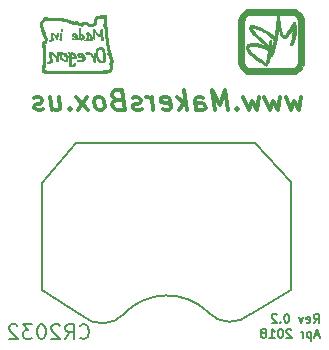
<source format=gbo>
%TF.GenerationSoftware,KiCad,Pcbnew,(5.1.10)-1*%
%TF.CreationDate,2021-07-18T19:04:49-07:00*%
%TF.ProjectId,project,70726f6a-6563-4742-9e6b-696361645f70,rev?*%
%TF.SameCoordinates,Original*%
%TF.FileFunction,Legend,Bot*%
%TF.FilePolarity,Positive*%
%FSLAX46Y46*%
G04 Gerber Fmt 4.6, Leading zero omitted, Abs format (unit mm)*
G04 Created by KiCad (PCBNEW (5.1.10)-1) date 2021-07-18 19:04:49*
%MOMM*%
%LPD*%
G01*
G04 APERTURE LIST*
%ADD10C,0.150000*%
%ADD11C,0.300000*%
%ADD12C,0.200000*%
%ADD13C,0.002540*%
G04 APERTURE END LIST*
D10*
X187763357Y-100031785D02*
X188013357Y-99674642D01*
X188191928Y-100031785D02*
X188191928Y-99281785D01*
X187906214Y-99281785D01*
X187834785Y-99317500D01*
X187799071Y-99353214D01*
X187763357Y-99424642D01*
X187763357Y-99531785D01*
X187799071Y-99603214D01*
X187834785Y-99638928D01*
X187906214Y-99674642D01*
X188191928Y-99674642D01*
X187156214Y-99996071D02*
X187227642Y-100031785D01*
X187370500Y-100031785D01*
X187441928Y-99996071D01*
X187477642Y-99924642D01*
X187477642Y-99638928D01*
X187441928Y-99567500D01*
X187370500Y-99531785D01*
X187227642Y-99531785D01*
X187156214Y-99567500D01*
X187120500Y-99638928D01*
X187120500Y-99710357D01*
X187477642Y-99781785D01*
X186870500Y-99531785D02*
X186691928Y-100031785D01*
X186513357Y-99531785D01*
X185513357Y-99281785D02*
X185441928Y-99281785D01*
X185370500Y-99317500D01*
X185334785Y-99353214D01*
X185299071Y-99424642D01*
X185263357Y-99567500D01*
X185263357Y-99746071D01*
X185299071Y-99888928D01*
X185334785Y-99960357D01*
X185370500Y-99996071D01*
X185441928Y-100031785D01*
X185513357Y-100031785D01*
X185584785Y-99996071D01*
X185620500Y-99960357D01*
X185656214Y-99888928D01*
X185691928Y-99746071D01*
X185691928Y-99567500D01*
X185656214Y-99424642D01*
X185620500Y-99353214D01*
X185584785Y-99317500D01*
X185513357Y-99281785D01*
X184941928Y-99960357D02*
X184906214Y-99996071D01*
X184941928Y-100031785D01*
X184977642Y-99996071D01*
X184941928Y-99960357D01*
X184941928Y-100031785D01*
X184620500Y-99353214D02*
X184584785Y-99317500D01*
X184513357Y-99281785D01*
X184334785Y-99281785D01*
X184263357Y-99317500D01*
X184227642Y-99353214D01*
X184191928Y-99424642D01*
X184191928Y-99496071D01*
X184227642Y-99603214D01*
X184656214Y-100031785D01*
X184191928Y-100031785D01*
X188227642Y-101092500D02*
X187870500Y-101092500D01*
X188299071Y-101306785D02*
X188049071Y-100556785D01*
X187799071Y-101306785D01*
X187549071Y-100806785D02*
X187549071Y-101556785D01*
X187549071Y-100842500D02*
X187477642Y-100806785D01*
X187334785Y-100806785D01*
X187263357Y-100842500D01*
X187227642Y-100878214D01*
X187191928Y-100949642D01*
X187191928Y-101163928D01*
X187227642Y-101235357D01*
X187263357Y-101271071D01*
X187334785Y-101306785D01*
X187477642Y-101306785D01*
X187549071Y-101271071D01*
X186870500Y-101306785D02*
X186870500Y-100806785D01*
X186870500Y-100949642D02*
X186834785Y-100878214D01*
X186799071Y-100842500D01*
X186727642Y-100806785D01*
X186656214Y-100806785D01*
X185870500Y-100628214D02*
X185834785Y-100592500D01*
X185763357Y-100556785D01*
X185584785Y-100556785D01*
X185513357Y-100592500D01*
X185477642Y-100628214D01*
X185441928Y-100699642D01*
X185441928Y-100771071D01*
X185477642Y-100878214D01*
X185906214Y-101306785D01*
X185441928Y-101306785D01*
X184977642Y-100556785D02*
X184906214Y-100556785D01*
X184834785Y-100592500D01*
X184799071Y-100628214D01*
X184763357Y-100699642D01*
X184727642Y-100842500D01*
X184727642Y-101021071D01*
X184763357Y-101163928D01*
X184799071Y-101235357D01*
X184834785Y-101271071D01*
X184906214Y-101306785D01*
X184977642Y-101306785D01*
X185049071Y-101271071D01*
X185084785Y-101235357D01*
X185120500Y-101163928D01*
X185156214Y-101021071D01*
X185156214Y-100842500D01*
X185120500Y-100699642D01*
X185084785Y-100628214D01*
X185049071Y-100592500D01*
X184977642Y-100556785D01*
X184013357Y-101306785D02*
X184441928Y-101306785D01*
X184227642Y-101306785D02*
X184227642Y-100556785D01*
X184299071Y-100663928D01*
X184370500Y-100735357D01*
X184441928Y-100771071D01*
X183584785Y-100878214D02*
X183656214Y-100842500D01*
X183691928Y-100806785D01*
X183727642Y-100735357D01*
X183727642Y-100699642D01*
X183691928Y-100628214D01*
X183656214Y-100592500D01*
X183584785Y-100556785D01*
X183441928Y-100556785D01*
X183370500Y-100592500D01*
X183334785Y-100628214D01*
X183299071Y-100699642D01*
X183299071Y-100735357D01*
X183334785Y-100806785D01*
X183370500Y-100842500D01*
X183441928Y-100878214D01*
X183584785Y-100878214D01*
X183656214Y-100913928D01*
X183691928Y-100949642D01*
X183727642Y-101021071D01*
X183727642Y-101163928D01*
X183691928Y-101235357D01*
X183656214Y-101271071D01*
X183584785Y-101306785D01*
X183441928Y-101306785D01*
X183370500Y-101271071D01*
X183334785Y-101235357D01*
X183299071Y-101163928D01*
X183299071Y-101021071D01*
X183334785Y-100949642D01*
X183370500Y-100913928D01*
X183441928Y-100878214D01*
D11*
X186665773Y-80915714D02*
X186483630Y-82049047D01*
X186058630Y-81239523D01*
X185836011Y-82049047D01*
X185370535Y-80915714D01*
X184884821Y-80915714D02*
X184702678Y-82049047D01*
X184277678Y-81239523D01*
X184055059Y-82049047D01*
X183589583Y-80915714D01*
X183103869Y-80915714D02*
X182921726Y-82049047D01*
X182496726Y-81239523D01*
X182274107Y-82049047D01*
X181808630Y-80915714D01*
X181282440Y-81887142D02*
X181211607Y-81968095D01*
X181302678Y-82049047D01*
X181373511Y-81968095D01*
X181282440Y-81887142D01*
X181302678Y-82049047D01*
X180493154Y-82049047D02*
X180280654Y-80349047D01*
X179865773Y-81563333D01*
X179147321Y-80349047D01*
X179359821Y-82049047D01*
X177821726Y-82049047D02*
X177710416Y-81158571D01*
X177771130Y-80996666D01*
X177922916Y-80915714D01*
X178246726Y-80915714D01*
X178418750Y-80996666D01*
X177811607Y-81968095D02*
X177983630Y-82049047D01*
X178388392Y-82049047D01*
X178540178Y-81968095D01*
X178600892Y-81806190D01*
X178580654Y-81644285D01*
X178479464Y-81482380D01*
X178307440Y-81401428D01*
X177902678Y-81401428D01*
X177730654Y-81320476D01*
X177012202Y-82049047D02*
X176799702Y-80349047D01*
X176769345Y-81401428D02*
X176364583Y-82049047D01*
X176222916Y-80915714D02*
X176951488Y-81563333D01*
X174978273Y-81968095D02*
X175150297Y-82049047D01*
X175474107Y-82049047D01*
X175625892Y-81968095D01*
X175686607Y-81806190D01*
X175605654Y-81158571D01*
X175504464Y-80996666D01*
X175332440Y-80915714D01*
X175008630Y-80915714D01*
X174856845Y-80996666D01*
X174796130Y-81158571D01*
X174816369Y-81320476D01*
X175646130Y-81482380D01*
X174178869Y-82049047D02*
X174037202Y-80915714D01*
X174077678Y-81239523D02*
X173976488Y-81077619D01*
X173885416Y-80996666D01*
X173713392Y-80915714D01*
X173551488Y-80915714D01*
X173197321Y-81968095D02*
X173045535Y-82049047D01*
X172721726Y-82049047D01*
X172549702Y-81968095D01*
X172448511Y-81806190D01*
X172438392Y-81725238D01*
X172499107Y-81563333D01*
X172650892Y-81482380D01*
X172893750Y-81482380D01*
X173045535Y-81401428D01*
X173106250Y-81239523D01*
X173096130Y-81158571D01*
X172994940Y-80996666D01*
X172822916Y-80915714D01*
X172580059Y-80915714D01*
X172428273Y-80996666D01*
X171072321Y-81158571D02*
X170839583Y-81239523D01*
X170768750Y-81320476D01*
X170708035Y-81482380D01*
X170738392Y-81725238D01*
X170839583Y-81887142D01*
X170930654Y-81968095D01*
X171102678Y-82049047D01*
X171750297Y-82049047D01*
X171537797Y-80349047D01*
X170971130Y-80349047D01*
X170819345Y-80430000D01*
X170748511Y-80510952D01*
X170687797Y-80672857D01*
X170708035Y-80834761D01*
X170809226Y-80996666D01*
X170900297Y-81077619D01*
X171072321Y-81158571D01*
X171638988Y-81158571D01*
X169807440Y-82049047D02*
X169959226Y-81968095D01*
X170030059Y-81887142D01*
X170090773Y-81725238D01*
X170030059Y-81239523D01*
X169928869Y-81077619D01*
X169837797Y-80996666D01*
X169665773Y-80915714D01*
X169422916Y-80915714D01*
X169271130Y-80996666D01*
X169200297Y-81077619D01*
X169139583Y-81239523D01*
X169200297Y-81725238D01*
X169301488Y-81887142D01*
X169392559Y-81968095D01*
X169564583Y-82049047D01*
X169807440Y-82049047D01*
X168674107Y-82049047D02*
X167641964Y-80915714D01*
X168532440Y-80915714D02*
X167783630Y-82049047D01*
X167115773Y-81887142D02*
X167044940Y-81968095D01*
X167136011Y-82049047D01*
X167206845Y-81968095D01*
X167115773Y-81887142D01*
X167136011Y-82049047D01*
X165456250Y-80915714D02*
X165597916Y-82049047D01*
X166184821Y-80915714D02*
X166296130Y-81806190D01*
X166235416Y-81968095D01*
X166083630Y-82049047D01*
X165840773Y-82049047D01*
X165668750Y-81968095D01*
X165577678Y-81887142D01*
X164859226Y-81968095D02*
X164707440Y-82049047D01*
X164383630Y-82049047D01*
X164211607Y-81968095D01*
X164110416Y-81806190D01*
X164100297Y-81725238D01*
X164161011Y-81563333D01*
X164312797Y-81482380D01*
X164555654Y-81482380D01*
X164707440Y-81401428D01*
X164768154Y-81239523D01*
X164758035Y-81158571D01*
X164656845Y-80996666D01*
X164484821Y-80915714D01*
X164241964Y-80915714D01*
X164090178Y-80996666D01*
D12*
X167973047Y-101284428D02*
X168032571Y-101343952D01*
X168211142Y-101403476D01*
X168330190Y-101403476D01*
X168508761Y-101343952D01*
X168627809Y-101224904D01*
X168687333Y-101105857D01*
X168746857Y-100867761D01*
X168746857Y-100689190D01*
X168687333Y-100451095D01*
X168627809Y-100332047D01*
X168508761Y-100213000D01*
X168330190Y-100153476D01*
X168211142Y-100153476D01*
X168032571Y-100213000D01*
X167973047Y-100272523D01*
X166723047Y-101403476D02*
X167139714Y-100808238D01*
X167437333Y-101403476D02*
X167437333Y-100153476D01*
X166961142Y-100153476D01*
X166842095Y-100213000D01*
X166782571Y-100272523D01*
X166723047Y-100391571D01*
X166723047Y-100570142D01*
X166782571Y-100689190D01*
X166842095Y-100748714D01*
X166961142Y-100808238D01*
X167437333Y-100808238D01*
X166246857Y-100272523D02*
X166187333Y-100213000D01*
X166068285Y-100153476D01*
X165770666Y-100153476D01*
X165651619Y-100213000D01*
X165592095Y-100272523D01*
X165532571Y-100391571D01*
X165532571Y-100510619D01*
X165592095Y-100689190D01*
X166306380Y-101403476D01*
X165532571Y-101403476D01*
X164758761Y-100153476D02*
X164639714Y-100153476D01*
X164520666Y-100213000D01*
X164461142Y-100272523D01*
X164401619Y-100391571D01*
X164342095Y-100629666D01*
X164342095Y-100927285D01*
X164401619Y-101165380D01*
X164461142Y-101284428D01*
X164520666Y-101343952D01*
X164639714Y-101403476D01*
X164758761Y-101403476D01*
X164877809Y-101343952D01*
X164937333Y-101284428D01*
X164996857Y-101165380D01*
X165056380Y-100927285D01*
X165056380Y-100629666D01*
X164996857Y-100391571D01*
X164937333Y-100272523D01*
X164877809Y-100213000D01*
X164758761Y-100153476D01*
X163925428Y-100153476D02*
X163151619Y-100153476D01*
X163568285Y-100629666D01*
X163389714Y-100629666D01*
X163270666Y-100689190D01*
X163211142Y-100748714D01*
X163151619Y-100867761D01*
X163151619Y-101165380D01*
X163211142Y-101284428D01*
X163270666Y-101343952D01*
X163389714Y-101403476D01*
X163746857Y-101403476D01*
X163865904Y-101343952D01*
X163925428Y-101284428D01*
X162675428Y-100272523D02*
X162615904Y-100213000D01*
X162496857Y-100153476D01*
X162199238Y-100153476D01*
X162080190Y-100213000D01*
X162020666Y-100272523D01*
X161961142Y-100391571D01*
X161961142Y-100510619D01*
X162020666Y-100689190D01*
X162734952Y-101403476D01*
X161961142Y-101403476D01*
D13*
%TO.C,VAL*%
G36*
X164543740Y-74693780D02*
G01*
X164543740Y-74731880D01*
X164546280Y-74757280D01*
X164548820Y-74780140D01*
X164553900Y-74797920D01*
X164564060Y-74818240D01*
X164566600Y-74825860D01*
X164579300Y-74853800D01*
X164589460Y-74879200D01*
X164599620Y-74909680D01*
X164609780Y-74945240D01*
X164619940Y-74990960D01*
X164632640Y-75044300D01*
X164637720Y-75062080D01*
X164652960Y-75135740D01*
X164670740Y-75196700D01*
X164685980Y-75250040D01*
X164706300Y-75295760D01*
X164726620Y-75336400D01*
X164726620Y-74706480D01*
X164726620Y-74691240D01*
X164729160Y-74678540D01*
X164736780Y-74665840D01*
X164749480Y-74650600D01*
X164772340Y-74632820D01*
X164782500Y-74622660D01*
X164810440Y-74599800D01*
X164835840Y-74574400D01*
X164853620Y-74551540D01*
X164861240Y-74543920D01*
X164873940Y-74526140D01*
X164894260Y-74500740D01*
X164919660Y-74470260D01*
X164945060Y-74439780D01*
X164947600Y-74437240D01*
X164970460Y-74409300D01*
X164990780Y-74383900D01*
X165003480Y-74366120D01*
X165011100Y-74355960D01*
X165011100Y-74353420D01*
X165016180Y-74348340D01*
X165033960Y-74348340D01*
X165059360Y-74348340D01*
X165089840Y-74353420D01*
X165120320Y-74358500D01*
X165130480Y-74361040D01*
X165143180Y-74363580D01*
X165155880Y-74368660D01*
X165171120Y-74368660D01*
X165188900Y-74371200D01*
X165214300Y-74373740D01*
X165247320Y-74376280D01*
X165285420Y-74376280D01*
X165333680Y-74378820D01*
X165392100Y-74378820D01*
X165463220Y-74381360D01*
X165547040Y-74383900D01*
X165600380Y-74383900D01*
X165686740Y-74386440D01*
X165773100Y-74386440D01*
X165859460Y-74388980D01*
X165943280Y-74388980D01*
X166022020Y-74391520D01*
X166093140Y-74391520D01*
X166156640Y-74391520D01*
X166204900Y-74391520D01*
X166217600Y-74391520D01*
X166410640Y-74391520D01*
X166471600Y-74452480D01*
X166532560Y-74510900D01*
X166573200Y-74510900D01*
X166601140Y-74510900D01*
X166636700Y-74508360D01*
X166664640Y-74503280D01*
X166697660Y-74500740D01*
X166728140Y-74503280D01*
X166761160Y-74508360D01*
X166801800Y-74518520D01*
X166847520Y-74536300D01*
X166903400Y-74559160D01*
X166918640Y-74564240D01*
X166961820Y-74584560D01*
X166994840Y-74597260D01*
X167022780Y-74604880D01*
X167048180Y-74609960D01*
X167076120Y-74615040D01*
X167093900Y-74617580D01*
X167139620Y-74622660D01*
X167175180Y-74627740D01*
X167203120Y-74635360D01*
X167223440Y-74645520D01*
X167243760Y-74658220D01*
X167264080Y-74678540D01*
X167266620Y-74681080D01*
X167289480Y-74701400D01*
X167314880Y-74719180D01*
X167332660Y-74731880D01*
X167352980Y-74736960D01*
X167383460Y-74742040D01*
X167419020Y-74749660D01*
X167457120Y-74752200D01*
X167490140Y-74757280D01*
X167515540Y-74757280D01*
X167530780Y-74754740D01*
X167543480Y-74747120D01*
X167566340Y-74734420D01*
X167586660Y-74716640D01*
X167609520Y-74696320D01*
X167624760Y-74688700D01*
X167634920Y-74686160D01*
X167640000Y-74688700D01*
X167650160Y-74696320D01*
X167670480Y-74709020D01*
X167698420Y-74726800D01*
X167728900Y-74747120D01*
X167736520Y-74752200D01*
X167822880Y-74805540D01*
X167899080Y-74808080D01*
X167934640Y-74810620D01*
X167957500Y-74813160D01*
X167970200Y-74815700D01*
X167980360Y-74820780D01*
X167985440Y-74828400D01*
X167987980Y-74833480D01*
X168008300Y-74856340D01*
X168036240Y-74871580D01*
X168066720Y-74879200D01*
X168071800Y-74879200D01*
X168099740Y-74871580D01*
X168127680Y-74853800D01*
X168155620Y-74823320D01*
X168165780Y-74810620D01*
X168178480Y-74797920D01*
X168186100Y-74787760D01*
X168196260Y-74780140D01*
X168208960Y-74772520D01*
X168229280Y-74769980D01*
X168254680Y-74764900D01*
X168292780Y-74759820D01*
X168341040Y-74757280D01*
X168356280Y-74754740D01*
X168465500Y-74744580D01*
X168495980Y-74772520D01*
X168531540Y-74805540D01*
X168567100Y-74830940D01*
X168597580Y-74851260D01*
X168607740Y-74856340D01*
X168630600Y-74861420D01*
X168663620Y-74866500D01*
X168706800Y-74871580D01*
X168752520Y-74876660D01*
X168803320Y-74881740D01*
X168851580Y-74884280D01*
X168897300Y-74884280D01*
X168899840Y-74884280D01*
X168948100Y-74884280D01*
X168991280Y-74879200D01*
X169034460Y-74874120D01*
X169082720Y-74863960D01*
X169128440Y-74853800D01*
X169161460Y-74843640D01*
X169186860Y-74830940D01*
X169209720Y-74818240D01*
X169232580Y-74797920D01*
X169257980Y-74772520D01*
X169275760Y-74752200D01*
X169291000Y-74731880D01*
X169298620Y-74709020D01*
X169306240Y-74681080D01*
X169313860Y-74645520D01*
X169316400Y-74602340D01*
X169321480Y-74551540D01*
X169329100Y-74472800D01*
X169341800Y-74404220D01*
X169362120Y-74348340D01*
X169387520Y-74302620D01*
X169390060Y-74297540D01*
X169415460Y-74272140D01*
X169453560Y-74244200D01*
X169466260Y-74236580D01*
X169494200Y-74223880D01*
X169517060Y-74213720D01*
X169534840Y-74211180D01*
X169557700Y-74211180D01*
X169560240Y-74211180D01*
X169598340Y-74211180D01*
X169641520Y-74203560D01*
X169672000Y-74195940D01*
X169710100Y-74183240D01*
X169738040Y-74178160D01*
X169755820Y-74175620D01*
X169771060Y-74180700D01*
X169786300Y-74185780D01*
X169793920Y-74190860D01*
X169824400Y-74206100D01*
X169867580Y-74211180D01*
X169915840Y-74206100D01*
X169931080Y-74201020D01*
X169953940Y-74195940D01*
X169974260Y-74190860D01*
X169981880Y-74190860D01*
X169981880Y-74195940D01*
X169984420Y-74216260D01*
X169984420Y-74239120D01*
X169984420Y-74241660D01*
X169984420Y-74269600D01*
X169986960Y-74289920D01*
X169992040Y-74307700D01*
X170004740Y-74325480D01*
X170027600Y-74358500D01*
X170019980Y-74477880D01*
X170017440Y-74523600D01*
X170012360Y-74556620D01*
X170009820Y-74582020D01*
X170004740Y-74599800D01*
X169999660Y-74615040D01*
X169992040Y-74630280D01*
X169986960Y-74637900D01*
X169971720Y-74668380D01*
X169964100Y-74696320D01*
X169964100Y-74716640D01*
X169961560Y-74744580D01*
X169959020Y-74767440D01*
X169956480Y-74775060D01*
X169953940Y-74792840D01*
X169948860Y-74818240D01*
X169948860Y-74851260D01*
X169948860Y-74863960D01*
X169948860Y-74896980D01*
X169948860Y-74917300D01*
X169953940Y-74932540D01*
X169961560Y-74942700D01*
X169971720Y-74955400D01*
X169974260Y-74957940D01*
X169994580Y-74973180D01*
X170014900Y-74980800D01*
X170017440Y-74983340D01*
X170027600Y-74983340D01*
X170032680Y-74988420D01*
X170037760Y-75003660D01*
X170040300Y-75029060D01*
X170042840Y-75062080D01*
X170045380Y-75100180D01*
X170045380Y-75123040D01*
X170047920Y-75166220D01*
X170053000Y-75222100D01*
X170060620Y-75293220D01*
X170073320Y-75379580D01*
X170091100Y-75478640D01*
X170091100Y-75486260D01*
X170098720Y-75529440D01*
X170103800Y-75570080D01*
X170108880Y-75600560D01*
X170111420Y-75623420D01*
X170113960Y-75631040D01*
X170113960Y-75643740D01*
X170111420Y-75666600D01*
X170111420Y-75697080D01*
X170108880Y-75727560D01*
X170108880Y-75760580D01*
X170106340Y-75791060D01*
X170103800Y-75811380D01*
X170101260Y-75819000D01*
X170091100Y-75844400D01*
X170088560Y-75874880D01*
X170091100Y-75905360D01*
X170101260Y-75930760D01*
X170116500Y-75943460D01*
X170124120Y-75956160D01*
X170131740Y-75981560D01*
X170141900Y-76022200D01*
X170149520Y-76078080D01*
X170159680Y-76146660D01*
X170167300Y-76225400D01*
X170172380Y-76286360D01*
X170177460Y-76339700D01*
X170182540Y-76390500D01*
X170187620Y-76433680D01*
X170192700Y-76469240D01*
X170195240Y-76494640D01*
X170197780Y-76507340D01*
X170207940Y-76527660D01*
X170218100Y-76555600D01*
X170228260Y-76581000D01*
X170235880Y-76601320D01*
X170243500Y-76616560D01*
X170246040Y-76634340D01*
X170248580Y-76654660D01*
X170248580Y-76680060D01*
X170246040Y-76713080D01*
X170243500Y-76758800D01*
X170243500Y-76779120D01*
X170240960Y-76824840D01*
X170240960Y-76860400D01*
X170246040Y-76888340D01*
X170253660Y-76913740D01*
X170266360Y-76941680D01*
X170286680Y-76974700D01*
X170304460Y-77012800D01*
X170314620Y-77040740D01*
X170319700Y-77068680D01*
X170314620Y-77096620D01*
X170304460Y-77134720D01*
X170299380Y-77144880D01*
X170286680Y-77182980D01*
X170279060Y-77213460D01*
X170279060Y-77233780D01*
X170281600Y-77251560D01*
X170289220Y-77266800D01*
X170289220Y-77269340D01*
X170304460Y-77284580D01*
X170329860Y-77302360D01*
X170360340Y-77320140D01*
X170393360Y-77332840D01*
X170413680Y-77340460D01*
X170434000Y-77345540D01*
X170434000Y-77434440D01*
X170434000Y-77525880D01*
X170464480Y-77589380D01*
X170497500Y-77657960D01*
X170522900Y-77716380D01*
X170543220Y-77764640D01*
X170555920Y-77800200D01*
X170561000Y-77820520D01*
X170563540Y-77838300D01*
X170563540Y-77853540D01*
X170555920Y-77868780D01*
X170540680Y-77889100D01*
X170540680Y-77891640D01*
X170512740Y-77932280D01*
X170489880Y-77970380D01*
X170472100Y-78016100D01*
X170464480Y-78044040D01*
X170449240Y-78097380D01*
X170472100Y-78196440D01*
X170487340Y-78262480D01*
X170494960Y-78315820D01*
X170500040Y-78361540D01*
X170500040Y-78402180D01*
X170492420Y-78440280D01*
X170482260Y-78478380D01*
X170467020Y-78521560D01*
X170454320Y-78559660D01*
X170439080Y-78592680D01*
X170428920Y-78615540D01*
X170418760Y-78625700D01*
X170418760Y-78628240D01*
X170408600Y-78630780D01*
X170388280Y-78638400D01*
X170380660Y-78643480D01*
X170357800Y-78651100D01*
X170322240Y-78658720D01*
X170273980Y-78663800D01*
X170213020Y-78666340D01*
X170136820Y-78668880D01*
X170047920Y-78671420D01*
X169946320Y-78671420D01*
X169936160Y-78671420D01*
X169880280Y-78673960D01*
X169814240Y-78673960D01*
X169740580Y-78676500D01*
X169661840Y-78676500D01*
X169583100Y-78679040D01*
X169509440Y-78684120D01*
X169489120Y-78684120D01*
X169252900Y-78691740D01*
X169026840Y-78701900D01*
X168803320Y-78706980D01*
X168579800Y-78712060D01*
X168358820Y-78717140D01*
X168135300Y-78719680D01*
X167909240Y-78722220D01*
X167675560Y-78722220D01*
X167436800Y-78722220D01*
X167185340Y-78722220D01*
X166923720Y-78719680D01*
X166791640Y-78717140D01*
X166606220Y-78714600D01*
X166436040Y-78712060D01*
X166278560Y-78709520D01*
X166133780Y-78706980D01*
X165999160Y-78704440D01*
X165874700Y-78701900D01*
X165757860Y-78699360D01*
X165651180Y-78696820D01*
X165552120Y-78691740D01*
X165460680Y-78689200D01*
X165371780Y-78686660D01*
X165287960Y-78681580D01*
X165242240Y-78679040D01*
X165178740Y-78676500D01*
X165120320Y-78671420D01*
X165066980Y-78668880D01*
X165021260Y-78666340D01*
X164988240Y-78663800D01*
X164965380Y-78663800D01*
X164952680Y-78663800D01*
X164952680Y-78656180D01*
X164955220Y-78633320D01*
X164955220Y-78600300D01*
X164957760Y-78552040D01*
X164960300Y-78493620D01*
X164962840Y-78425040D01*
X164967920Y-78346300D01*
X164970460Y-78259940D01*
X164975540Y-78163420D01*
X164980620Y-78061820D01*
X164983160Y-77955140D01*
X164988240Y-77840840D01*
X164995860Y-77724000D01*
X164995860Y-77708760D01*
X165000940Y-77569060D01*
X165006020Y-77442060D01*
X165011100Y-77327760D01*
X165016180Y-77226160D01*
X165021260Y-77137260D01*
X165023800Y-77058520D01*
X165026340Y-76992480D01*
X165028880Y-76931520D01*
X165028880Y-76883260D01*
X165028880Y-76840080D01*
X165028880Y-76807060D01*
X165028880Y-76776580D01*
X165028880Y-76753720D01*
X165026340Y-76735940D01*
X165023800Y-76720700D01*
X165021260Y-76710540D01*
X165018720Y-76700380D01*
X165013640Y-76692760D01*
X165008560Y-76687680D01*
X165003480Y-76680060D01*
X164998400Y-76672440D01*
X164985700Y-76657200D01*
X164978080Y-76641960D01*
X164975540Y-76626720D01*
X164978080Y-76601320D01*
X164978080Y-76591160D01*
X164978080Y-76555600D01*
X164975540Y-76522580D01*
X164965380Y-76481940D01*
X164965380Y-76479400D01*
X164952680Y-76436220D01*
X164945060Y-76405740D01*
X164942520Y-76382880D01*
X164942520Y-76370180D01*
X164945060Y-76360020D01*
X164952680Y-76354940D01*
X164952680Y-76352400D01*
X164970460Y-76347320D01*
X164993320Y-76339700D01*
X165003480Y-76339700D01*
X165031420Y-76332080D01*
X165054280Y-76321920D01*
X165074600Y-76306680D01*
X165092380Y-76283820D01*
X165115240Y-76248260D01*
X165133020Y-76212700D01*
X165176200Y-76123800D01*
X165168580Y-76045060D01*
X165163500Y-76014580D01*
X165158420Y-75986640D01*
X165150800Y-75961240D01*
X165143180Y-75933300D01*
X165130480Y-75897740D01*
X165110160Y-75854560D01*
X165105080Y-75841860D01*
X165084760Y-75791060D01*
X165061900Y-75740260D01*
X165039040Y-75686920D01*
X165018720Y-75641200D01*
X165008560Y-75623420D01*
X164993320Y-75585320D01*
X164980620Y-75557380D01*
X164973000Y-75537060D01*
X164970460Y-75524360D01*
X164973000Y-75514200D01*
X164973000Y-75504040D01*
X164980620Y-75478640D01*
X164980620Y-75448160D01*
X164970460Y-75415140D01*
X164952680Y-75374500D01*
X164927280Y-75326240D01*
X164924740Y-75323700D01*
X164901880Y-75283060D01*
X164881560Y-75247500D01*
X164866320Y-75217020D01*
X164856160Y-75186540D01*
X164843460Y-75153520D01*
X164833300Y-75112880D01*
X164823140Y-75067160D01*
X164812980Y-75021440D01*
X164797740Y-74957940D01*
X164785040Y-74907140D01*
X164774880Y-74866500D01*
X164764720Y-74833480D01*
X164754560Y-74805540D01*
X164746940Y-74782680D01*
X164739320Y-74772520D01*
X164731700Y-74744580D01*
X164726620Y-74714100D01*
X164726620Y-74706480D01*
X164726620Y-75336400D01*
X164729160Y-75338940D01*
X164734240Y-75354180D01*
X164752020Y-75382120D01*
X164762180Y-75404980D01*
X164767260Y-75417680D01*
X164767260Y-75427840D01*
X164762180Y-75438000D01*
X164759640Y-75455780D01*
X164757100Y-75473560D01*
X164762180Y-75496420D01*
X164769800Y-75524360D01*
X164785040Y-75559920D01*
X164805360Y-75608180D01*
X164820600Y-75638660D01*
X164856160Y-75719940D01*
X164891720Y-75796140D01*
X164919660Y-75864720D01*
X164945060Y-75925680D01*
X164965380Y-75976480D01*
X164978080Y-76017120D01*
X164985700Y-76045060D01*
X164985700Y-76047600D01*
X164990780Y-76075540D01*
X164988240Y-76093320D01*
X164983160Y-76113640D01*
X164975540Y-76126340D01*
X164965380Y-76146660D01*
X164952680Y-76159360D01*
X164937440Y-76166980D01*
X164914580Y-76172060D01*
X164901880Y-76174600D01*
X164886640Y-76177140D01*
X164868860Y-76187300D01*
X164851080Y-76202540D01*
X164823140Y-76227940D01*
X164815520Y-76238100D01*
X164790120Y-76263500D01*
X164772340Y-76281280D01*
X164762180Y-76293980D01*
X164757100Y-76306680D01*
X164757100Y-76321920D01*
X164757100Y-76332080D01*
X164759640Y-76385420D01*
X164772340Y-76446380D01*
X164787580Y-76509880D01*
X164795200Y-76537820D01*
X164797740Y-76560680D01*
X164797740Y-76583540D01*
X164795200Y-76614020D01*
X164792660Y-76619100D01*
X164790120Y-76652120D01*
X164790120Y-76680060D01*
X164797740Y-76702920D01*
X164815520Y-76730860D01*
X164833300Y-76753720D01*
X164856160Y-76781660D01*
X164812980Y-77762100D01*
X164807900Y-77881480D01*
X164802820Y-77998320D01*
X164797740Y-78110080D01*
X164792660Y-78216760D01*
X164790120Y-78315820D01*
X164785040Y-78407260D01*
X164782500Y-78491080D01*
X164779960Y-78564740D01*
X164777420Y-78628240D01*
X164774880Y-78681580D01*
X164774880Y-78722220D01*
X164774880Y-78750160D01*
X164774880Y-78765400D01*
X164785040Y-78790800D01*
X164805360Y-78813660D01*
X164828220Y-78828900D01*
X164833300Y-78831440D01*
X164846000Y-78833980D01*
X164873940Y-78836520D01*
X164912040Y-78839060D01*
X164960300Y-78844140D01*
X165018720Y-78846680D01*
X165082220Y-78851760D01*
X165155880Y-78854300D01*
X165232080Y-78859380D01*
X165313360Y-78861920D01*
X165394640Y-78867000D01*
X165478460Y-78869540D01*
X165559740Y-78872080D01*
X165641020Y-78874620D01*
X165717220Y-78877160D01*
X165788340Y-78879700D01*
X165831520Y-78882240D01*
X165892480Y-78882240D01*
X165966140Y-78884780D01*
X166049960Y-78884780D01*
X166141400Y-78887320D01*
X166243000Y-78889860D01*
X166349680Y-78889860D01*
X166458900Y-78892400D01*
X166573200Y-78892400D01*
X166684960Y-78894940D01*
X166794180Y-78897480D01*
X166837360Y-78897480D01*
X166938960Y-78897480D01*
X167040560Y-78900020D01*
X167139620Y-78900020D01*
X167236140Y-78902560D01*
X167325040Y-78902560D01*
X167408860Y-78902560D01*
X167482520Y-78905100D01*
X167546020Y-78905100D01*
X167599360Y-78905100D01*
X167640000Y-78905100D01*
X167662860Y-78905100D01*
X167698420Y-78905100D01*
X167749220Y-78905100D01*
X167810180Y-78905100D01*
X167881300Y-78905100D01*
X167957500Y-78905100D01*
X168038780Y-78902560D01*
X168122600Y-78902560D01*
X168206420Y-78900020D01*
X168241980Y-78900020D01*
X168396920Y-78897480D01*
X168546780Y-78892400D01*
X168694100Y-78889860D01*
X168833800Y-78884780D01*
X168965880Y-78882240D01*
X169090340Y-78877160D01*
X169204640Y-78874620D01*
X169306240Y-78872080D01*
X169392600Y-78867000D01*
X169410380Y-78867000D01*
X169466260Y-78864460D01*
X169532300Y-78861920D01*
X169603420Y-78861920D01*
X169674540Y-78859380D01*
X169743120Y-78859380D01*
X169768520Y-78859380D01*
X169834560Y-78859380D01*
X169908220Y-78856840D01*
X169989500Y-78856840D01*
X170068240Y-78851760D01*
X170144440Y-78849220D01*
X170182540Y-78849220D01*
X170398440Y-78836520D01*
X170469560Y-78803500D01*
X170502580Y-78785720D01*
X170527980Y-78773020D01*
X170545760Y-78760320D01*
X170550840Y-78755240D01*
X170566080Y-78734920D01*
X170581320Y-78704440D01*
X170601640Y-78663800D01*
X170619420Y-78620620D01*
X170637200Y-78577440D01*
X170652440Y-78539340D01*
X170665140Y-78498700D01*
X170672760Y-78465680D01*
X170677840Y-78440280D01*
X170680380Y-78409800D01*
X170680380Y-78389480D01*
X170675300Y-78315820D01*
X170662600Y-78232000D01*
X170647360Y-78158340D01*
X170639740Y-78122780D01*
X170639740Y-78094840D01*
X170647360Y-78064360D01*
X170662600Y-78031340D01*
X170685460Y-77993240D01*
X170700700Y-77975460D01*
X170723560Y-77939900D01*
X170738800Y-77914500D01*
X170746420Y-77889100D01*
X170748960Y-77863700D01*
X170746420Y-77830680D01*
X170738800Y-77792580D01*
X170731180Y-77762100D01*
X170718480Y-77721460D01*
X170700700Y-77675740D01*
X170680380Y-77622400D01*
X170654980Y-77571600D01*
X170634660Y-77528420D01*
X170627040Y-77510640D01*
X170619420Y-77495400D01*
X170616880Y-77477620D01*
X170614340Y-77457300D01*
X170614340Y-77426820D01*
X170614340Y-77386180D01*
X170614340Y-77381100D01*
X170611800Y-77332840D01*
X170609260Y-77292200D01*
X170604180Y-77264260D01*
X170591480Y-77241400D01*
X170573700Y-77221080D01*
X170545760Y-77203300D01*
X170507660Y-77182980D01*
X170487340Y-77172820D01*
X170487340Y-77165200D01*
X170489880Y-77147420D01*
X170494960Y-77122020D01*
X170497500Y-77114400D01*
X170502580Y-77068680D01*
X170502580Y-77038200D01*
X170502580Y-77030580D01*
X170489880Y-76987400D01*
X170469560Y-76941680D01*
X170446700Y-76895960D01*
X170439080Y-76883260D01*
X170431460Y-76870560D01*
X170426380Y-76857860D01*
X170421300Y-76842620D01*
X170421300Y-76824840D01*
X170421300Y-76801980D01*
X170421300Y-76771500D01*
X170426380Y-76728320D01*
X170431460Y-76674980D01*
X170431460Y-76672440D01*
X170431460Y-76647040D01*
X170431460Y-76621640D01*
X170423840Y-76593700D01*
X170416220Y-76565760D01*
X170403520Y-76532740D01*
X170393360Y-76502260D01*
X170383200Y-76479400D01*
X170380660Y-76474320D01*
X170375580Y-76461620D01*
X170370500Y-76441300D01*
X170367960Y-76413360D01*
X170362880Y-76375260D01*
X170357800Y-76324460D01*
X170352720Y-76263500D01*
X170345100Y-76194920D01*
X170337480Y-76128880D01*
X170329860Y-76065380D01*
X170319700Y-76004420D01*
X170312080Y-75951080D01*
X170304460Y-75907900D01*
X170294300Y-75877420D01*
X170291760Y-75867260D01*
X170291760Y-75849480D01*
X170294300Y-75831700D01*
X170296840Y-75806300D01*
X170291760Y-75770740D01*
X170286680Y-75737720D01*
X170289220Y-75702160D01*
X170291760Y-75684380D01*
X170294300Y-75661520D01*
X170296840Y-75641200D01*
X170294300Y-75618340D01*
X170291760Y-75590400D01*
X170284140Y-75549760D01*
X170281600Y-75534520D01*
X170263820Y-75440540D01*
X170251120Y-75354180D01*
X170240960Y-75272900D01*
X170233340Y-75191620D01*
X170225720Y-75102720D01*
X170220640Y-75026520D01*
X170218100Y-74960480D01*
X170213020Y-74909680D01*
X170210480Y-74869040D01*
X170205400Y-74838560D01*
X170202860Y-74815700D01*
X170195240Y-74797920D01*
X170187620Y-74785220D01*
X170177460Y-74777600D01*
X170169840Y-74769980D01*
X170157140Y-74759820D01*
X170152060Y-74747120D01*
X170154600Y-74729340D01*
X170162220Y-74703940D01*
X170172380Y-74678540D01*
X170180000Y-74665840D01*
X170182540Y-74655680D01*
X170187620Y-74642980D01*
X170190160Y-74625200D01*
X170192700Y-74602340D01*
X170195240Y-74571860D01*
X170197780Y-74528680D01*
X170202860Y-74475340D01*
X170202860Y-74447400D01*
X170213020Y-74295000D01*
X170187620Y-74264520D01*
X170162220Y-74234040D01*
X170169840Y-74157840D01*
X170172380Y-74109580D01*
X170172380Y-74074020D01*
X170169840Y-74048620D01*
X170159680Y-74028300D01*
X170146980Y-74013060D01*
X170144440Y-74010520D01*
X170129200Y-73997820D01*
X170111420Y-73992740D01*
X170088560Y-73990200D01*
X170060620Y-73990200D01*
X170022520Y-73997820D01*
X169971720Y-74007980D01*
X169966640Y-74010520D01*
X169875200Y-74030840D01*
X169839640Y-74010520D01*
X169814240Y-73997820D01*
X169791380Y-73990200D01*
X169763440Y-73990200D01*
X169732960Y-73995280D01*
X169689780Y-74002900D01*
X169659300Y-74010520D01*
X169623740Y-74020680D01*
X169595800Y-74028300D01*
X169578020Y-74030840D01*
X169560240Y-74028300D01*
X169547540Y-74025760D01*
X169527220Y-74023220D01*
X169509440Y-74023220D01*
X169489120Y-74025760D01*
X169463720Y-74035920D01*
X169433240Y-74051160D01*
X169400220Y-74068940D01*
X169359580Y-74091800D01*
X169329100Y-74109580D01*
X169306240Y-74127360D01*
X169288460Y-74142600D01*
X169270680Y-74160380D01*
X169252900Y-74183240D01*
X169232580Y-74206100D01*
X169217340Y-74228960D01*
X169207180Y-74249280D01*
X169197020Y-74274680D01*
X169184320Y-74307700D01*
X169171620Y-74350880D01*
X169169080Y-74361040D01*
X169156380Y-74409300D01*
X169148760Y-74449940D01*
X169143680Y-74488040D01*
X169138600Y-74531220D01*
X169138600Y-74546460D01*
X169136060Y-74592180D01*
X169133520Y-74625200D01*
X169125900Y-74648060D01*
X169113200Y-74663300D01*
X169092880Y-74676000D01*
X169062400Y-74683620D01*
X169034460Y-74691240D01*
X168973500Y-74701400D01*
X168902380Y-74706480D01*
X168823640Y-74703940D01*
X168749980Y-74696320D01*
X168671240Y-74688700D01*
X168605200Y-74630280D01*
X168579800Y-74604880D01*
X168554400Y-74587100D01*
X168534080Y-74571860D01*
X168523920Y-74566780D01*
X168508680Y-74566780D01*
X168483280Y-74566780D01*
X168445180Y-74566780D01*
X168402000Y-74571860D01*
X168351200Y-74574400D01*
X168300400Y-74579480D01*
X168249600Y-74584560D01*
X168206420Y-74589640D01*
X168163240Y-74597260D01*
X168132760Y-74602340D01*
X168112440Y-74612500D01*
X168099740Y-74617580D01*
X168089580Y-74625200D01*
X168079420Y-74630280D01*
X168064180Y-74632820D01*
X168043860Y-74632820D01*
X168015920Y-74632820D01*
X167977820Y-74632820D01*
X167876220Y-74630280D01*
X167772080Y-74561700D01*
X167733980Y-74536300D01*
X167700960Y-74515980D01*
X167673020Y-74498200D01*
X167652700Y-74488040D01*
X167645080Y-74482960D01*
X167617140Y-74475340D01*
X167591740Y-74480420D01*
X167561260Y-74495660D01*
X167525700Y-74526140D01*
X167523160Y-74528680D01*
X167500300Y-74549000D01*
X167482520Y-74561700D01*
X167467280Y-74569320D01*
X167452040Y-74571860D01*
X167446960Y-74571860D01*
X167429180Y-74569320D01*
X167416480Y-74566780D01*
X167398700Y-74554080D01*
X167378380Y-74536300D01*
X167368220Y-74526140D01*
X167337740Y-74500740D01*
X167304720Y-74480420D01*
X167266620Y-74465180D01*
X167223440Y-74455020D01*
X167167560Y-74444860D01*
X167139620Y-74442320D01*
X167101520Y-74437240D01*
X167071040Y-74429620D01*
X167040560Y-74419460D01*
X167005000Y-74406760D01*
X166974520Y-74394060D01*
X166931340Y-74376280D01*
X166883080Y-74358500D01*
X166837360Y-74343260D01*
X166809420Y-74335640D01*
X166771320Y-74328020D01*
X166743380Y-74320400D01*
X166720520Y-74320400D01*
X166697660Y-74320400D01*
X166667180Y-74322940D01*
X166606220Y-74330560D01*
X166547800Y-74277220D01*
X166512240Y-74244200D01*
X166484300Y-74223880D01*
X166466520Y-74218800D01*
X166453820Y-74216260D01*
X166425880Y-74216260D01*
X166390320Y-74213720D01*
X166344600Y-74213720D01*
X166293800Y-74213720D01*
X166237920Y-74213720D01*
X166235380Y-74213720D01*
X166151560Y-74213720D01*
X166062660Y-74211180D01*
X165971220Y-74211180D01*
X165879780Y-74211180D01*
X165788340Y-74208640D01*
X165699440Y-74206100D01*
X165615620Y-74206100D01*
X165534340Y-74203560D01*
X165458140Y-74201020D01*
X165389560Y-74198480D01*
X165331140Y-74195940D01*
X165280340Y-74193400D01*
X165242240Y-74190860D01*
X165216840Y-74188320D01*
X165204140Y-74185780D01*
X165186360Y-74183240D01*
X165153340Y-74178160D01*
X165115240Y-74173080D01*
X165074600Y-74170540D01*
X165054280Y-74168000D01*
X165008560Y-74165460D01*
X164975540Y-74162920D01*
X164952680Y-74162920D01*
X164934900Y-74162920D01*
X164922200Y-74165460D01*
X164912040Y-74170540D01*
X164909500Y-74173080D01*
X164884100Y-74193400D01*
X164861240Y-74226420D01*
X164851080Y-74261980D01*
X164843460Y-74277220D01*
X164828220Y-74300080D01*
X164807900Y-74322940D01*
X164802820Y-74330560D01*
X164777420Y-74361040D01*
X164754560Y-74388980D01*
X164734240Y-74411840D01*
X164731700Y-74416920D01*
X164716460Y-74434700D01*
X164691060Y-74460100D01*
X164663120Y-74488040D01*
X164635180Y-74515980D01*
X164607240Y-74541380D01*
X164581840Y-74564240D01*
X164564060Y-74582020D01*
X164553900Y-74594720D01*
X164548820Y-74612500D01*
X164543740Y-74642980D01*
X164543740Y-74683620D01*
X164543740Y-74693780D01*
G37*
X164543740Y-74693780D02*
X164543740Y-74731880D01*
X164546280Y-74757280D01*
X164548820Y-74780140D01*
X164553900Y-74797920D01*
X164564060Y-74818240D01*
X164566600Y-74825860D01*
X164579300Y-74853800D01*
X164589460Y-74879200D01*
X164599620Y-74909680D01*
X164609780Y-74945240D01*
X164619940Y-74990960D01*
X164632640Y-75044300D01*
X164637720Y-75062080D01*
X164652960Y-75135740D01*
X164670740Y-75196700D01*
X164685980Y-75250040D01*
X164706300Y-75295760D01*
X164726620Y-75336400D01*
X164726620Y-74706480D01*
X164726620Y-74691240D01*
X164729160Y-74678540D01*
X164736780Y-74665840D01*
X164749480Y-74650600D01*
X164772340Y-74632820D01*
X164782500Y-74622660D01*
X164810440Y-74599800D01*
X164835840Y-74574400D01*
X164853620Y-74551540D01*
X164861240Y-74543920D01*
X164873940Y-74526140D01*
X164894260Y-74500740D01*
X164919660Y-74470260D01*
X164945060Y-74439780D01*
X164947600Y-74437240D01*
X164970460Y-74409300D01*
X164990780Y-74383900D01*
X165003480Y-74366120D01*
X165011100Y-74355960D01*
X165011100Y-74353420D01*
X165016180Y-74348340D01*
X165033960Y-74348340D01*
X165059360Y-74348340D01*
X165089840Y-74353420D01*
X165120320Y-74358500D01*
X165130480Y-74361040D01*
X165143180Y-74363580D01*
X165155880Y-74368660D01*
X165171120Y-74368660D01*
X165188900Y-74371200D01*
X165214300Y-74373740D01*
X165247320Y-74376280D01*
X165285420Y-74376280D01*
X165333680Y-74378820D01*
X165392100Y-74378820D01*
X165463220Y-74381360D01*
X165547040Y-74383900D01*
X165600380Y-74383900D01*
X165686740Y-74386440D01*
X165773100Y-74386440D01*
X165859460Y-74388980D01*
X165943280Y-74388980D01*
X166022020Y-74391520D01*
X166093140Y-74391520D01*
X166156640Y-74391520D01*
X166204900Y-74391520D01*
X166217600Y-74391520D01*
X166410640Y-74391520D01*
X166471600Y-74452480D01*
X166532560Y-74510900D01*
X166573200Y-74510900D01*
X166601140Y-74510900D01*
X166636700Y-74508360D01*
X166664640Y-74503280D01*
X166697660Y-74500740D01*
X166728140Y-74503280D01*
X166761160Y-74508360D01*
X166801800Y-74518520D01*
X166847520Y-74536300D01*
X166903400Y-74559160D01*
X166918640Y-74564240D01*
X166961820Y-74584560D01*
X166994840Y-74597260D01*
X167022780Y-74604880D01*
X167048180Y-74609960D01*
X167076120Y-74615040D01*
X167093900Y-74617580D01*
X167139620Y-74622660D01*
X167175180Y-74627740D01*
X167203120Y-74635360D01*
X167223440Y-74645520D01*
X167243760Y-74658220D01*
X167264080Y-74678540D01*
X167266620Y-74681080D01*
X167289480Y-74701400D01*
X167314880Y-74719180D01*
X167332660Y-74731880D01*
X167352980Y-74736960D01*
X167383460Y-74742040D01*
X167419020Y-74749660D01*
X167457120Y-74752200D01*
X167490140Y-74757280D01*
X167515540Y-74757280D01*
X167530780Y-74754740D01*
X167543480Y-74747120D01*
X167566340Y-74734420D01*
X167586660Y-74716640D01*
X167609520Y-74696320D01*
X167624760Y-74688700D01*
X167634920Y-74686160D01*
X167640000Y-74688700D01*
X167650160Y-74696320D01*
X167670480Y-74709020D01*
X167698420Y-74726800D01*
X167728900Y-74747120D01*
X167736520Y-74752200D01*
X167822880Y-74805540D01*
X167899080Y-74808080D01*
X167934640Y-74810620D01*
X167957500Y-74813160D01*
X167970200Y-74815700D01*
X167980360Y-74820780D01*
X167985440Y-74828400D01*
X167987980Y-74833480D01*
X168008300Y-74856340D01*
X168036240Y-74871580D01*
X168066720Y-74879200D01*
X168071800Y-74879200D01*
X168099740Y-74871580D01*
X168127680Y-74853800D01*
X168155620Y-74823320D01*
X168165780Y-74810620D01*
X168178480Y-74797920D01*
X168186100Y-74787760D01*
X168196260Y-74780140D01*
X168208960Y-74772520D01*
X168229280Y-74769980D01*
X168254680Y-74764900D01*
X168292780Y-74759820D01*
X168341040Y-74757280D01*
X168356280Y-74754740D01*
X168465500Y-74744580D01*
X168495980Y-74772520D01*
X168531540Y-74805540D01*
X168567100Y-74830940D01*
X168597580Y-74851260D01*
X168607740Y-74856340D01*
X168630600Y-74861420D01*
X168663620Y-74866500D01*
X168706800Y-74871580D01*
X168752520Y-74876660D01*
X168803320Y-74881740D01*
X168851580Y-74884280D01*
X168897300Y-74884280D01*
X168899840Y-74884280D01*
X168948100Y-74884280D01*
X168991280Y-74879200D01*
X169034460Y-74874120D01*
X169082720Y-74863960D01*
X169128440Y-74853800D01*
X169161460Y-74843640D01*
X169186860Y-74830940D01*
X169209720Y-74818240D01*
X169232580Y-74797920D01*
X169257980Y-74772520D01*
X169275760Y-74752200D01*
X169291000Y-74731880D01*
X169298620Y-74709020D01*
X169306240Y-74681080D01*
X169313860Y-74645520D01*
X169316400Y-74602340D01*
X169321480Y-74551540D01*
X169329100Y-74472800D01*
X169341800Y-74404220D01*
X169362120Y-74348340D01*
X169387520Y-74302620D01*
X169390060Y-74297540D01*
X169415460Y-74272140D01*
X169453560Y-74244200D01*
X169466260Y-74236580D01*
X169494200Y-74223880D01*
X169517060Y-74213720D01*
X169534840Y-74211180D01*
X169557700Y-74211180D01*
X169560240Y-74211180D01*
X169598340Y-74211180D01*
X169641520Y-74203560D01*
X169672000Y-74195940D01*
X169710100Y-74183240D01*
X169738040Y-74178160D01*
X169755820Y-74175620D01*
X169771060Y-74180700D01*
X169786300Y-74185780D01*
X169793920Y-74190860D01*
X169824400Y-74206100D01*
X169867580Y-74211180D01*
X169915840Y-74206100D01*
X169931080Y-74201020D01*
X169953940Y-74195940D01*
X169974260Y-74190860D01*
X169981880Y-74190860D01*
X169981880Y-74195940D01*
X169984420Y-74216260D01*
X169984420Y-74239120D01*
X169984420Y-74241660D01*
X169984420Y-74269600D01*
X169986960Y-74289920D01*
X169992040Y-74307700D01*
X170004740Y-74325480D01*
X170027600Y-74358500D01*
X170019980Y-74477880D01*
X170017440Y-74523600D01*
X170012360Y-74556620D01*
X170009820Y-74582020D01*
X170004740Y-74599800D01*
X169999660Y-74615040D01*
X169992040Y-74630280D01*
X169986960Y-74637900D01*
X169971720Y-74668380D01*
X169964100Y-74696320D01*
X169964100Y-74716640D01*
X169961560Y-74744580D01*
X169959020Y-74767440D01*
X169956480Y-74775060D01*
X169953940Y-74792840D01*
X169948860Y-74818240D01*
X169948860Y-74851260D01*
X169948860Y-74863960D01*
X169948860Y-74896980D01*
X169948860Y-74917300D01*
X169953940Y-74932540D01*
X169961560Y-74942700D01*
X169971720Y-74955400D01*
X169974260Y-74957940D01*
X169994580Y-74973180D01*
X170014900Y-74980800D01*
X170017440Y-74983340D01*
X170027600Y-74983340D01*
X170032680Y-74988420D01*
X170037760Y-75003660D01*
X170040300Y-75029060D01*
X170042840Y-75062080D01*
X170045380Y-75100180D01*
X170045380Y-75123040D01*
X170047920Y-75166220D01*
X170053000Y-75222100D01*
X170060620Y-75293220D01*
X170073320Y-75379580D01*
X170091100Y-75478640D01*
X170091100Y-75486260D01*
X170098720Y-75529440D01*
X170103800Y-75570080D01*
X170108880Y-75600560D01*
X170111420Y-75623420D01*
X170113960Y-75631040D01*
X170113960Y-75643740D01*
X170111420Y-75666600D01*
X170111420Y-75697080D01*
X170108880Y-75727560D01*
X170108880Y-75760580D01*
X170106340Y-75791060D01*
X170103800Y-75811380D01*
X170101260Y-75819000D01*
X170091100Y-75844400D01*
X170088560Y-75874880D01*
X170091100Y-75905360D01*
X170101260Y-75930760D01*
X170116500Y-75943460D01*
X170124120Y-75956160D01*
X170131740Y-75981560D01*
X170141900Y-76022200D01*
X170149520Y-76078080D01*
X170159680Y-76146660D01*
X170167300Y-76225400D01*
X170172380Y-76286360D01*
X170177460Y-76339700D01*
X170182540Y-76390500D01*
X170187620Y-76433680D01*
X170192700Y-76469240D01*
X170195240Y-76494640D01*
X170197780Y-76507340D01*
X170207940Y-76527660D01*
X170218100Y-76555600D01*
X170228260Y-76581000D01*
X170235880Y-76601320D01*
X170243500Y-76616560D01*
X170246040Y-76634340D01*
X170248580Y-76654660D01*
X170248580Y-76680060D01*
X170246040Y-76713080D01*
X170243500Y-76758800D01*
X170243500Y-76779120D01*
X170240960Y-76824840D01*
X170240960Y-76860400D01*
X170246040Y-76888340D01*
X170253660Y-76913740D01*
X170266360Y-76941680D01*
X170286680Y-76974700D01*
X170304460Y-77012800D01*
X170314620Y-77040740D01*
X170319700Y-77068680D01*
X170314620Y-77096620D01*
X170304460Y-77134720D01*
X170299380Y-77144880D01*
X170286680Y-77182980D01*
X170279060Y-77213460D01*
X170279060Y-77233780D01*
X170281600Y-77251560D01*
X170289220Y-77266800D01*
X170289220Y-77269340D01*
X170304460Y-77284580D01*
X170329860Y-77302360D01*
X170360340Y-77320140D01*
X170393360Y-77332840D01*
X170413680Y-77340460D01*
X170434000Y-77345540D01*
X170434000Y-77434440D01*
X170434000Y-77525880D01*
X170464480Y-77589380D01*
X170497500Y-77657960D01*
X170522900Y-77716380D01*
X170543220Y-77764640D01*
X170555920Y-77800200D01*
X170561000Y-77820520D01*
X170563540Y-77838300D01*
X170563540Y-77853540D01*
X170555920Y-77868780D01*
X170540680Y-77889100D01*
X170540680Y-77891640D01*
X170512740Y-77932280D01*
X170489880Y-77970380D01*
X170472100Y-78016100D01*
X170464480Y-78044040D01*
X170449240Y-78097380D01*
X170472100Y-78196440D01*
X170487340Y-78262480D01*
X170494960Y-78315820D01*
X170500040Y-78361540D01*
X170500040Y-78402180D01*
X170492420Y-78440280D01*
X170482260Y-78478380D01*
X170467020Y-78521560D01*
X170454320Y-78559660D01*
X170439080Y-78592680D01*
X170428920Y-78615540D01*
X170418760Y-78625700D01*
X170418760Y-78628240D01*
X170408600Y-78630780D01*
X170388280Y-78638400D01*
X170380660Y-78643480D01*
X170357800Y-78651100D01*
X170322240Y-78658720D01*
X170273980Y-78663800D01*
X170213020Y-78666340D01*
X170136820Y-78668880D01*
X170047920Y-78671420D01*
X169946320Y-78671420D01*
X169936160Y-78671420D01*
X169880280Y-78673960D01*
X169814240Y-78673960D01*
X169740580Y-78676500D01*
X169661840Y-78676500D01*
X169583100Y-78679040D01*
X169509440Y-78684120D01*
X169489120Y-78684120D01*
X169252900Y-78691740D01*
X169026840Y-78701900D01*
X168803320Y-78706980D01*
X168579800Y-78712060D01*
X168358820Y-78717140D01*
X168135300Y-78719680D01*
X167909240Y-78722220D01*
X167675560Y-78722220D01*
X167436800Y-78722220D01*
X167185340Y-78722220D01*
X166923720Y-78719680D01*
X166791640Y-78717140D01*
X166606220Y-78714600D01*
X166436040Y-78712060D01*
X166278560Y-78709520D01*
X166133780Y-78706980D01*
X165999160Y-78704440D01*
X165874700Y-78701900D01*
X165757860Y-78699360D01*
X165651180Y-78696820D01*
X165552120Y-78691740D01*
X165460680Y-78689200D01*
X165371780Y-78686660D01*
X165287960Y-78681580D01*
X165242240Y-78679040D01*
X165178740Y-78676500D01*
X165120320Y-78671420D01*
X165066980Y-78668880D01*
X165021260Y-78666340D01*
X164988240Y-78663800D01*
X164965380Y-78663800D01*
X164952680Y-78663800D01*
X164952680Y-78656180D01*
X164955220Y-78633320D01*
X164955220Y-78600300D01*
X164957760Y-78552040D01*
X164960300Y-78493620D01*
X164962840Y-78425040D01*
X164967920Y-78346300D01*
X164970460Y-78259940D01*
X164975540Y-78163420D01*
X164980620Y-78061820D01*
X164983160Y-77955140D01*
X164988240Y-77840840D01*
X164995860Y-77724000D01*
X164995860Y-77708760D01*
X165000940Y-77569060D01*
X165006020Y-77442060D01*
X165011100Y-77327760D01*
X165016180Y-77226160D01*
X165021260Y-77137260D01*
X165023800Y-77058520D01*
X165026340Y-76992480D01*
X165028880Y-76931520D01*
X165028880Y-76883260D01*
X165028880Y-76840080D01*
X165028880Y-76807060D01*
X165028880Y-76776580D01*
X165028880Y-76753720D01*
X165026340Y-76735940D01*
X165023800Y-76720700D01*
X165021260Y-76710540D01*
X165018720Y-76700380D01*
X165013640Y-76692760D01*
X165008560Y-76687680D01*
X165003480Y-76680060D01*
X164998400Y-76672440D01*
X164985700Y-76657200D01*
X164978080Y-76641960D01*
X164975540Y-76626720D01*
X164978080Y-76601320D01*
X164978080Y-76591160D01*
X164978080Y-76555600D01*
X164975540Y-76522580D01*
X164965380Y-76481940D01*
X164965380Y-76479400D01*
X164952680Y-76436220D01*
X164945060Y-76405740D01*
X164942520Y-76382880D01*
X164942520Y-76370180D01*
X164945060Y-76360020D01*
X164952680Y-76354940D01*
X164952680Y-76352400D01*
X164970460Y-76347320D01*
X164993320Y-76339700D01*
X165003480Y-76339700D01*
X165031420Y-76332080D01*
X165054280Y-76321920D01*
X165074600Y-76306680D01*
X165092380Y-76283820D01*
X165115240Y-76248260D01*
X165133020Y-76212700D01*
X165176200Y-76123800D01*
X165168580Y-76045060D01*
X165163500Y-76014580D01*
X165158420Y-75986640D01*
X165150800Y-75961240D01*
X165143180Y-75933300D01*
X165130480Y-75897740D01*
X165110160Y-75854560D01*
X165105080Y-75841860D01*
X165084760Y-75791060D01*
X165061900Y-75740260D01*
X165039040Y-75686920D01*
X165018720Y-75641200D01*
X165008560Y-75623420D01*
X164993320Y-75585320D01*
X164980620Y-75557380D01*
X164973000Y-75537060D01*
X164970460Y-75524360D01*
X164973000Y-75514200D01*
X164973000Y-75504040D01*
X164980620Y-75478640D01*
X164980620Y-75448160D01*
X164970460Y-75415140D01*
X164952680Y-75374500D01*
X164927280Y-75326240D01*
X164924740Y-75323700D01*
X164901880Y-75283060D01*
X164881560Y-75247500D01*
X164866320Y-75217020D01*
X164856160Y-75186540D01*
X164843460Y-75153520D01*
X164833300Y-75112880D01*
X164823140Y-75067160D01*
X164812980Y-75021440D01*
X164797740Y-74957940D01*
X164785040Y-74907140D01*
X164774880Y-74866500D01*
X164764720Y-74833480D01*
X164754560Y-74805540D01*
X164746940Y-74782680D01*
X164739320Y-74772520D01*
X164731700Y-74744580D01*
X164726620Y-74714100D01*
X164726620Y-74706480D01*
X164726620Y-75336400D01*
X164729160Y-75338940D01*
X164734240Y-75354180D01*
X164752020Y-75382120D01*
X164762180Y-75404980D01*
X164767260Y-75417680D01*
X164767260Y-75427840D01*
X164762180Y-75438000D01*
X164759640Y-75455780D01*
X164757100Y-75473560D01*
X164762180Y-75496420D01*
X164769800Y-75524360D01*
X164785040Y-75559920D01*
X164805360Y-75608180D01*
X164820600Y-75638660D01*
X164856160Y-75719940D01*
X164891720Y-75796140D01*
X164919660Y-75864720D01*
X164945060Y-75925680D01*
X164965380Y-75976480D01*
X164978080Y-76017120D01*
X164985700Y-76045060D01*
X164985700Y-76047600D01*
X164990780Y-76075540D01*
X164988240Y-76093320D01*
X164983160Y-76113640D01*
X164975540Y-76126340D01*
X164965380Y-76146660D01*
X164952680Y-76159360D01*
X164937440Y-76166980D01*
X164914580Y-76172060D01*
X164901880Y-76174600D01*
X164886640Y-76177140D01*
X164868860Y-76187300D01*
X164851080Y-76202540D01*
X164823140Y-76227940D01*
X164815520Y-76238100D01*
X164790120Y-76263500D01*
X164772340Y-76281280D01*
X164762180Y-76293980D01*
X164757100Y-76306680D01*
X164757100Y-76321920D01*
X164757100Y-76332080D01*
X164759640Y-76385420D01*
X164772340Y-76446380D01*
X164787580Y-76509880D01*
X164795200Y-76537820D01*
X164797740Y-76560680D01*
X164797740Y-76583540D01*
X164795200Y-76614020D01*
X164792660Y-76619100D01*
X164790120Y-76652120D01*
X164790120Y-76680060D01*
X164797740Y-76702920D01*
X164815520Y-76730860D01*
X164833300Y-76753720D01*
X164856160Y-76781660D01*
X164812980Y-77762100D01*
X164807900Y-77881480D01*
X164802820Y-77998320D01*
X164797740Y-78110080D01*
X164792660Y-78216760D01*
X164790120Y-78315820D01*
X164785040Y-78407260D01*
X164782500Y-78491080D01*
X164779960Y-78564740D01*
X164777420Y-78628240D01*
X164774880Y-78681580D01*
X164774880Y-78722220D01*
X164774880Y-78750160D01*
X164774880Y-78765400D01*
X164785040Y-78790800D01*
X164805360Y-78813660D01*
X164828220Y-78828900D01*
X164833300Y-78831440D01*
X164846000Y-78833980D01*
X164873940Y-78836520D01*
X164912040Y-78839060D01*
X164960300Y-78844140D01*
X165018720Y-78846680D01*
X165082220Y-78851760D01*
X165155880Y-78854300D01*
X165232080Y-78859380D01*
X165313360Y-78861920D01*
X165394640Y-78867000D01*
X165478460Y-78869540D01*
X165559740Y-78872080D01*
X165641020Y-78874620D01*
X165717220Y-78877160D01*
X165788340Y-78879700D01*
X165831520Y-78882240D01*
X165892480Y-78882240D01*
X165966140Y-78884780D01*
X166049960Y-78884780D01*
X166141400Y-78887320D01*
X166243000Y-78889860D01*
X166349680Y-78889860D01*
X166458900Y-78892400D01*
X166573200Y-78892400D01*
X166684960Y-78894940D01*
X166794180Y-78897480D01*
X166837360Y-78897480D01*
X166938960Y-78897480D01*
X167040560Y-78900020D01*
X167139620Y-78900020D01*
X167236140Y-78902560D01*
X167325040Y-78902560D01*
X167408860Y-78902560D01*
X167482520Y-78905100D01*
X167546020Y-78905100D01*
X167599360Y-78905100D01*
X167640000Y-78905100D01*
X167662860Y-78905100D01*
X167698420Y-78905100D01*
X167749220Y-78905100D01*
X167810180Y-78905100D01*
X167881300Y-78905100D01*
X167957500Y-78905100D01*
X168038780Y-78902560D01*
X168122600Y-78902560D01*
X168206420Y-78900020D01*
X168241980Y-78900020D01*
X168396920Y-78897480D01*
X168546780Y-78892400D01*
X168694100Y-78889860D01*
X168833800Y-78884780D01*
X168965880Y-78882240D01*
X169090340Y-78877160D01*
X169204640Y-78874620D01*
X169306240Y-78872080D01*
X169392600Y-78867000D01*
X169410380Y-78867000D01*
X169466260Y-78864460D01*
X169532300Y-78861920D01*
X169603420Y-78861920D01*
X169674540Y-78859380D01*
X169743120Y-78859380D01*
X169768520Y-78859380D01*
X169834560Y-78859380D01*
X169908220Y-78856840D01*
X169989500Y-78856840D01*
X170068240Y-78851760D01*
X170144440Y-78849220D01*
X170182540Y-78849220D01*
X170398440Y-78836520D01*
X170469560Y-78803500D01*
X170502580Y-78785720D01*
X170527980Y-78773020D01*
X170545760Y-78760320D01*
X170550840Y-78755240D01*
X170566080Y-78734920D01*
X170581320Y-78704440D01*
X170601640Y-78663800D01*
X170619420Y-78620620D01*
X170637200Y-78577440D01*
X170652440Y-78539340D01*
X170665140Y-78498700D01*
X170672760Y-78465680D01*
X170677840Y-78440280D01*
X170680380Y-78409800D01*
X170680380Y-78389480D01*
X170675300Y-78315820D01*
X170662600Y-78232000D01*
X170647360Y-78158340D01*
X170639740Y-78122780D01*
X170639740Y-78094840D01*
X170647360Y-78064360D01*
X170662600Y-78031340D01*
X170685460Y-77993240D01*
X170700700Y-77975460D01*
X170723560Y-77939900D01*
X170738800Y-77914500D01*
X170746420Y-77889100D01*
X170748960Y-77863700D01*
X170746420Y-77830680D01*
X170738800Y-77792580D01*
X170731180Y-77762100D01*
X170718480Y-77721460D01*
X170700700Y-77675740D01*
X170680380Y-77622400D01*
X170654980Y-77571600D01*
X170634660Y-77528420D01*
X170627040Y-77510640D01*
X170619420Y-77495400D01*
X170616880Y-77477620D01*
X170614340Y-77457300D01*
X170614340Y-77426820D01*
X170614340Y-77386180D01*
X170614340Y-77381100D01*
X170611800Y-77332840D01*
X170609260Y-77292200D01*
X170604180Y-77264260D01*
X170591480Y-77241400D01*
X170573700Y-77221080D01*
X170545760Y-77203300D01*
X170507660Y-77182980D01*
X170487340Y-77172820D01*
X170487340Y-77165200D01*
X170489880Y-77147420D01*
X170494960Y-77122020D01*
X170497500Y-77114400D01*
X170502580Y-77068680D01*
X170502580Y-77038200D01*
X170502580Y-77030580D01*
X170489880Y-76987400D01*
X170469560Y-76941680D01*
X170446700Y-76895960D01*
X170439080Y-76883260D01*
X170431460Y-76870560D01*
X170426380Y-76857860D01*
X170421300Y-76842620D01*
X170421300Y-76824840D01*
X170421300Y-76801980D01*
X170421300Y-76771500D01*
X170426380Y-76728320D01*
X170431460Y-76674980D01*
X170431460Y-76672440D01*
X170431460Y-76647040D01*
X170431460Y-76621640D01*
X170423840Y-76593700D01*
X170416220Y-76565760D01*
X170403520Y-76532740D01*
X170393360Y-76502260D01*
X170383200Y-76479400D01*
X170380660Y-76474320D01*
X170375580Y-76461620D01*
X170370500Y-76441300D01*
X170367960Y-76413360D01*
X170362880Y-76375260D01*
X170357800Y-76324460D01*
X170352720Y-76263500D01*
X170345100Y-76194920D01*
X170337480Y-76128880D01*
X170329860Y-76065380D01*
X170319700Y-76004420D01*
X170312080Y-75951080D01*
X170304460Y-75907900D01*
X170294300Y-75877420D01*
X170291760Y-75867260D01*
X170291760Y-75849480D01*
X170294300Y-75831700D01*
X170296840Y-75806300D01*
X170291760Y-75770740D01*
X170286680Y-75737720D01*
X170289220Y-75702160D01*
X170291760Y-75684380D01*
X170294300Y-75661520D01*
X170296840Y-75641200D01*
X170294300Y-75618340D01*
X170291760Y-75590400D01*
X170284140Y-75549760D01*
X170281600Y-75534520D01*
X170263820Y-75440540D01*
X170251120Y-75354180D01*
X170240960Y-75272900D01*
X170233340Y-75191620D01*
X170225720Y-75102720D01*
X170220640Y-75026520D01*
X170218100Y-74960480D01*
X170213020Y-74909680D01*
X170210480Y-74869040D01*
X170205400Y-74838560D01*
X170202860Y-74815700D01*
X170195240Y-74797920D01*
X170187620Y-74785220D01*
X170177460Y-74777600D01*
X170169840Y-74769980D01*
X170157140Y-74759820D01*
X170152060Y-74747120D01*
X170154600Y-74729340D01*
X170162220Y-74703940D01*
X170172380Y-74678540D01*
X170180000Y-74665840D01*
X170182540Y-74655680D01*
X170187620Y-74642980D01*
X170190160Y-74625200D01*
X170192700Y-74602340D01*
X170195240Y-74571860D01*
X170197780Y-74528680D01*
X170202860Y-74475340D01*
X170202860Y-74447400D01*
X170213020Y-74295000D01*
X170187620Y-74264520D01*
X170162220Y-74234040D01*
X170169840Y-74157840D01*
X170172380Y-74109580D01*
X170172380Y-74074020D01*
X170169840Y-74048620D01*
X170159680Y-74028300D01*
X170146980Y-74013060D01*
X170144440Y-74010520D01*
X170129200Y-73997820D01*
X170111420Y-73992740D01*
X170088560Y-73990200D01*
X170060620Y-73990200D01*
X170022520Y-73997820D01*
X169971720Y-74007980D01*
X169966640Y-74010520D01*
X169875200Y-74030840D01*
X169839640Y-74010520D01*
X169814240Y-73997820D01*
X169791380Y-73990200D01*
X169763440Y-73990200D01*
X169732960Y-73995280D01*
X169689780Y-74002900D01*
X169659300Y-74010520D01*
X169623740Y-74020680D01*
X169595800Y-74028300D01*
X169578020Y-74030840D01*
X169560240Y-74028300D01*
X169547540Y-74025760D01*
X169527220Y-74023220D01*
X169509440Y-74023220D01*
X169489120Y-74025760D01*
X169463720Y-74035920D01*
X169433240Y-74051160D01*
X169400220Y-74068940D01*
X169359580Y-74091800D01*
X169329100Y-74109580D01*
X169306240Y-74127360D01*
X169288460Y-74142600D01*
X169270680Y-74160380D01*
X169252900Y-74183240D01*
X169232580Y-74206100D01*
X169217340Y-74228960D01*
X169207180Y-74249280D01*
X169197020Y-74274680D01*
X169184320Y-74307700D01*
X169171620Y-74350880D01*
X169169080Y-74361040D01*
X169156380Y-74409300D01*
X169148760Y-74449940D01*
X169143680Y-74488040D01*
X169138600Y-74531220D01*
X169138600Y-74546460D01*
X169136060Y-74592180D01*
X169133520Y-74625200D01*
X169125900Y-74648060D01*
X169113200Y-74663300D01*
X169092880Y-74676000D01*
X169062400Y-74683620D01*
X169034460Y-74691240D01*
X168973500Y-74701400D01*
X168902380Y-74706480D01*
X168823640Y-74703940D01*
X168749980Y-74696320D01*
X168671240Y-74688700D01*
X168605200Y-74630280D01*
X168579800Y-74604880D01*
X168554400Y-74587100D01*
X168534080Y-74571860D01*
X168523920Y-74566780D01*
X168508680Y-74566780D01*
X168483280Y-74566780D01*
X168445180Y-74566780D01*
X168402000Y-74571860D01*
X168351200Y-74574400D01*
X168300400Y-74579480D01*
X168249600Y-74584560D01*
X168206420Y-74589640D01*
X168163240Y-74597260D01*
X168132760Y-74602340D01*
X168112440Y-74612500D01*
X168099740Y-74617580D01*
X168089580Y-74625200D01*
X168079420Y-74630280D01*
X168064180Y-74632820D01*
X168043860Y-74632820D01*
X168015920Y-74632820D01*
X167977820Y-74632820D01*
X167876220Y-74630280D01*
X167772080Y-74561700D01*
X167733980Y-74536300D01*
X167700960Y-74515980D01*
X167673020Y-74498200D01*
X167652700Y-74488040D01*
X167645080Y-74482960D01*
X167617140Y-74475340D01*
X167591740Y-74480420D01*
X167561260Y-74495660D01*
X167525700Y-74526140D01*
X167523160Y-74528680D01*
X167500300Y-74549000D01*
X167482520Y-74561700D01*
X167467280Y-74569320D01*
X167452040Y-74571860D01*
X167446960Y-74571860D01*
X167429180Y-74569320D01*
X167416480Y-74566780D01*
X167398700Y-74554080D01*
X167378380Y-74536300D01*
X167368220Y-74526140D01*
X167337740Y-74500740D01*
X167304720Y-74480420D01*
X167266620Y-74465180D01*
X167223440Y-74455020D01*
X167167560Y-74444860D01*
X167139620Y-74442320D01*
X167101520Y-74437240D01*
X167071040Y-74429620D01*
X167040560Y-74419460D01*
X167005000Y-74406760D01*
X166974520Y-74394060D01*
X166931340Y-74376280D01*
X166883080Y-74358500D01*
X166837360Y-74343260D01*
X166809420Y-74335640D01*
X166771320Y-74328020D01*
X166743380Y-74320400D01*
X166720520Y-74320400D01*
X166697660Y-74320400D01*
X166667180Y-74322940D01*
X166606220Y-74330560D01*
X166547800Y-74277220D01*
X166512240Y-74244200D01*
X166484300Y-74223880D01*
X166466520Y-74218800D01*
X166453820Y-74216260D01*
X166425880Y-74216260D01*
X166390320Y-74213720D01*
X166344600Y-74213720D01*
X166293800Y-74213720D01*
X166237920Y-74213720D01*
X166235380Y-74213720D01*
X166151560Y-74213720D01*
X166062660Y-74211180D01*
X165971220Y-74211180D01*
X165879780Y-74211180D01*
X165788340Y-74208640D01*
X165699440Y-74206100D01*
X165615620Y-74206100D01*
X165534340Y-74203560D01*
X165458140Y-74201020D01*
X165389560Y-74198480D01*
X165331140Y-74195940D01*
X165280340Y-74193400D01*
X165242240Y-74190860D01*
X165216840Y-74188320D01*
X165204140Y-74185780D01*
X165186360Y-74183240D01*
X165153340Y-74178160D01*
X165115240Y-74173080D01*
X165074600Y-74170540D01*
X165054280Y-74168000D01*
X165008560Y-74165460D01*
X164975540Y-74162920D01*
X164952680Y-74162920D01*
X164934900Y-74162920D01*
X164922200Y-74165460D01*
X164912040Y-74170540D01*
X164909500Y-74173080D01*
X164884100Y-74193400D01*
X164861240Y-74226420D01*
X164851080Y-74261980D01*
X164843460Y-74277220D01*
X164828220Y-74300080D01*
X164807900Y-74322940D01*
X164802820Y-74330560D01*
X164777420Y-74361040D01*
X164754560Y-74388980D01*
X164734240Y-74411840D01*
X164731700Y-74416920D01*
X164716460Y-74434700D01*
X164691060Y-74460100D01*
X164663120Y-74488040D01*
X164635180Y-74515980D01*
X164607240Y-74541380D01*
X164581840Y-74564240D01*
X164564060Y-74582020D01*
X164553900Y-74594720D01*
X164548820Y-74612500D01*
X164543740Y-74642980D01*
X164543740Y-74683620D01*
X164543740Y-74693780D01*
G36*
X166969440Y-77157580D02*
G01*
X166969440Y-77175360D01*
X166971980Y-77180440D01*
X166974520Y-77200760D01*
X166984680Y-77228700D01*
X166997380Y-77261720D01*
X167007540Y-77287120D01*
X167025320Y-77330300D01*
X167038020Y-77363320D01*
X167045640Y-77386180D01*
X167048180Y-77403960D01*
X167043100Y-77419200D01*
X167038020Y-77431900D01*
X167022780Y-77449680D01*
X167007540Y-77464920D01*
X166994840Y-77477620D01*
X166992300Y-77490320D01*
X166997380Y-77505560D01*
X167015160Y-77525880D01*
X167017700Y-77530960D01*
X167040560Y-77556360D01*
X167055800Y-77579220D01*
X167065960Y-77599540D01*
X167071040Y-77627480D01*
X167076120Y-77660500D01*
X167078660Y-77703680D01*
X167078660Y-77716380D01*
X167078660Y-77769720D01*
X167078660Y-77820520D01*
X167073580Y-77873860D01*
X167068500Y-77932280D01*
X167058340Y-78000860D01*
X167048180Y-78077060D01*
X167040560Y-78115160D01*
X167032940Y-78171040D01*
X167025320Y-78214220D01*
X167022780Y-78247240D01*
X167020240Y-78270100D01*
X167022780Y-78287880D01*
X167025320Y-78300580D01*
X167030400Y-78310740D01*
X167030400Y-78313280D01*
X167038020Y-78320900D01*
X167045640Y-78323440D01*
X167058340Y-78325980D01*
X167078660Y-78328520D01*
X167109140Y-78328520D01*
X167126920Y-78328520D01*
X167162480Y-78328520D01*
X167180260Y-78325980D01*
X167180260Y-77396340D01*
X167187880Y-77350620D01*
X167203120Y-77307440D01*
X167225980Y-77271880D01*
X167231060Y-77264260D01*
X167256460Y-77249020D01*
X167286940Y-77246480D01*
X167317420Y-77254100D01*
X167347900Y-77271880D01*
X167378380Y-77299820D01*
X167403780Y-77332840D01*
X167421560Y-77373480D01*
X167426640Y-77383640D01*
X167431720Y-77406500D01*
X167436800Y-77434440D01*
X167441880Y-77464920D01*
X167446960Y-77495400D01*
X167449500Y-77523340D01*
X167452040Y-77541120D01*
X167449500Y-77551280D01*
X167439340Y-77553820D01*
X167419020Y-77558900D01*
X167391080Y-77563980D01*
X167360600Y-77566520D01*
X167332660Y-77569060D01*
X167309800Y-77571600D01*
X167299640Y-77571600D01*
X167276780Y-77563980D01*
X167251380Y-77548740D01*
X167241220Y-77538580D01*
X167220900Y-77515720D01*
X167203120Y-77492860D01*
X167198040Y-77480160D01*
X167182800Y-77442060D01*
X167180260Y-77396340D01*
X167180260Y-78325980D01*
X167195500Y-78325980D01*
X167218360Y-78325980D01*
X167228520Y-78323440D01*
X167266620Y-78315820D01*
X167309800Y-78305660D01*
X167355520Y-78290420D01*
X167396160Y-78277720D01*
X167426640Y-78262480D01*
X167431720Y-78262480D01*
X167469820Y-78239620D01*
X167505380Y-78211680D01*
X167535860Y-78181200D01*
X167556180Y-78153260D01*
X167568880Y-78127860D01*
X167568880Y-78105000D01*
X167556180Y-78084680D01*
X167535860Y-78066900D01*
X167515540Y-78059280D01*
X167500300Y-78066900D01*
X167477440Y-78082140D01*
X167444420Y-78110080D01*
X167439340Y-78112620D01*
X167396160Y-78150720D01*
X167352980Y-78178660D01*
X167309800Y-78198980D01*
X167269160Y-78211680D01*
X167236140Y-78216760D01*
X167208200Y-78209140D01*
X167200580Y-78204060D01*
X167190420Y-78196440D01*
X167187880Y-78188820D01*
X167187880Y-78173580D01*
X167192960Y-78150720D01*
X167195500Y-78148180D01*
X167198040Y-78127860D01*
X167203120Y-78097380D01*
X167208200Y-78056740D01*
X167210740Y-78005940D01*
X167215820Y-77939900D01*
X167220900Y-77863700D01*
X167225980Y-77772260D01*
X167228520Y-77746860D01*
X167233600Y-77655420D01*
X167368220Y-77655420D01*
X167426640Y-77655420D01*
X167469820Y-77655420D01*
X167505380Y-77652880D01*
X167533320Y-77645260D01*
X167553640Y-77637640D01*
X167571420Y-77622400D01*
X167589200Y-77607160D01*
X167594280Y-77602080D01*
X167609520Y-77581760D01*
X167614600Y-77569060D01*
X167614600Y-77548740D01*
X167612060Y-77538580D01*
X167596820Y-77452220D01*
X167571420Y-77376020D01*
X167538400Y-77309980D01*
X167497760Y-77254100D01*
X167487600Y-77243940D01*
X167452040Y-77210920D01*
X167416480Y-77188060D01*
X167375840Y-77167740D01*
X167342820Y-77155040D01*
X167309800Y-77142340D01*
X167276780Y-77127100D01*
X167261540Y-77119480D01*
X167220900Y-77096620D01*
X167192960Y-77119480D01*
X167170100Y-77137260D01*
X167149780Y-77149960D01*
X167126920Y-77152500D01*
X167098980Y-77149960D01*
X167065960Y-77144880D01*
X167032940Y-77137260D01*
X167010080Y-77137260D01*
X166994840Y-77137260D01*
X166984680Y-77139800D01*
X166971980Y-77147420D01*
X166969440Y-77157580D01*
G37*
X166969440Y-77157580D02*
X166969440Y-77175360D01*
X166971980Y-77180440D01*
X166974520Y-77200760D01*
X166984680Y-77228700D01*
X166997380Y-77261720D01*
X167007540Y-77287120D01*
X167025320Y-77330300D01*
X167038020Y-77363320D01*
X167045640Y-77386180D01*
X167048180Y-77403960D01*
X167043100Y-77419200D01*
X167038020Y-77431900D01*
X167022780Y-77449680D01*
X167007540Y-77464920D01*
X166994840Y-77477620D01*
X166992300Y-77490320D01*
X166997380Y-77505560D01*
X167015160Y-77525880D01*
X167017700Y-77530960D01*
X167040560Y-77556360D01*
X167055800Y-77579220D01*
X167065960Y-77599540D01*
X167071040Y-77627480D01*
X167076120Y-77660500D01*
X167078660Y-77703680D01*
X167078660Y-77716380D01*
X167078660Y-77769720D01*
X167078660Y-77820520D01*
X167073580Y-77873860D01*
X167068500Y-77932280D01*
X167058340Y-78000860D01*
X167048180Y-78077060D01*
X167040560Y-78115160D01*
X167032940Y-78171040D01*
X167025320Y-78214220D01*
X167022780Y-78247240D01*
X167020240Y-78270100D01*
X167022780Y-78287880D01*
X167025320Y-78300580D01*
X167030400Y-78310740D01*
X167030400Y-78313280D01*
X167038020Y-78320900D01*
X167045640Y-78323440D01*
X167058340Y-78325980D01*
X167078660Y-78328520D01*
X167109140Y-78328520D01*
X167126920Y-78328520D01*
X167162480Y-78328520D01*
X167180260Y-78325980D01*
X167180260Y-77396340D01*
X167187880Y-77350620D01*
X167203120Y-77307440D01*
X167225980Y-77271880D01*
X167231060Y-77264260D01*
X167256460Y-77249020D01*
X167286940Y-77246480D01*
X167317420Y-77254100D01*
X167347900Y-77271880D01*
X167378380Y-77299820D01*
X167403780Y-77332840D01*
X167421560Y-77373480D01*
X167426640Y-77383640D01*
X167431720Y-77406500D01*
X167436800Y-77434440D01*
X167441880Y-77464920D01*
X167446960Y-77495400D01*
X167449500Y-77523340D01*
X167452040Y-77541120D01*
X167449500Y-77551280D01*
X167439340Y-77553820D01*
X167419020Y-77558900D01*
X167391080Y-77563980D01*
X167360600Y-77566520D01*
X167332660Y-77569060D01*
X167309800Y-77571600D01*
X167299640Y-77571600D01*
X167276780Y-77563980D01*
X167251380Y-77548740D01*
X167241220Y-77538580D01*
X167220900Y-77515720D01*
X167203120Y-77492860D01*
X167198040Y-77480160D01*
X167182800Y-77442060D01*
X167180260Y-77396340D01*
X167180260Y-78325980D01*
X167195500Y-78325980D01*
X167218360Y-78325980D01*
X167228520Y-78323440D01*
X167266620Y-78315820D01*
X167309800Y-78305660D01*
X167355520Y-78290420D01*
X167396160Y-78277720D01*
X167426640Y-78262480D01*
X167431720Y-78262480D01*
X167469820Y-78239620D01*
X167505380Y-78211680D01*
X167535860Y-78181200D01*
X167556180Y-78153260D01*
X167568880Y-78127860D01*
X167568880Y-78105000D01*
X167556180Y-78084680D01*
X167535860Y-78066900D01*
X167515540Y-78059280D01*
X167500300Y-78066900D01*
X167477440Y-78082140D01*
X167444420Y-78110080D01*
X167439340Y-78112620D01*
X167396160Y-78150720D01*
X167352980Y-78178660D01*
X167309800Y-78198980D01*
X167269160Y-78211680D01*
X167236140Y-78216760D01*
X167208200Y-78209140D01*
X167200580Y-78204060D01*
X167190420Y-78196440D01*
X167187880Y-78188820D01*
X167187880Y-78173580D01*
X167192960Y-78150720D01*
X167195500Y-78148180D01*
X167198040Y-78127860D01*
X167203120Y-78097380D01*
X167208200Y-78056740D01*
X167210740Y-78005940D01*
X167215820Y-77939900D01*
X167220900Y-77863700D01*
X167225980Y-77772260D01*
X167228520Y-77746860D01*
X167233600Y-77655420D01*
X167368220Y-77655420D01*
X167426640Y-77655420D01*
X167469820Y-77655420D01*
X167505380Y-77652880D01*
X167533320Y-77645260D01*
X167553640Y-77637640D01*
X167571420Y-77622400D01*
X167589200Y-77607160D01*
X167594280Y-77602080D01*
X167609520Y-77581760D01*
X167614600Y-77569060D01*
X167614600Y-77548740D01*
X167612060Y-77538580D01*
X167596820Y-77452220D01*
X167571420Y-77376020D01*
X167538400Y-77309980D01*
X167497760Y-77254100D01*
X167487600Y-77243940D01*
X167452040Y-77210920D01*
X167416480Y-77188060D01*
X167375840Y-77167740D01*
X167342820Y-77155040D01*
X167309800Y-77142340D01*
X167276780Y-77127100D01*
X167261540Y-77119480D01*
X167220900Y-77096620D01*
X167192960Y-77119480D01*
X167170100Y-77137260D01*
X167149780Y-77149960D01*
X167126920Y-77152500D01*
X167098980Y-77149960D01*
X167065960Y-77144880D01*
X167032940Y-77137260D01*
X167010080Y-77137260D01*
X166994840Y-77137260D01*
X166984680Y-77139800D01*
X166971980Y-77147420D01*
X166969440Y-77157580D01*
G36*
X165160960Y-78008480D02*
G01*
X165168580Y-78018640D01*
X165168580Y-78021180D01*
X165186360Y-78028800D01*
X165214300Y-78033880D01*
X165249860Y-78036420D01*
X165290500Y-78033880D01*
X165331140Y-78031340D01*
X165348920Y-78026260D01*
X165394640Y-78016100D01*
X165442900Y-78000860D01*
X165486080Y-77980540D01*
X165521640Y-77960220D01*
X165544500Y-77944980D01*
X165559740Y-77932280D01*
X165567360Y-77919580D01*
X165572440Y-77899260D01*
X165577520Y-77873860D01*
X165580060Y-77866240D01*
X165582600Y-77810360D01*
X165577520Y-77754480D01*
X165564820Y-77690980D01*
X165541960Y-77619860D01*
X165536880Y-77602080D01*
X165508940Y-77520800D01*
X165488620Y-77449680D01*
X165475920Y-77386180D01*
X165470840Y-77327760D01*
X165470840Y-77320140D01*
X165473380Y-77271880D01*
X165481000Y-77233780D01*
X165493700Y-77210920D01*
X165514020Y-77200760D01*
X165539420Y-77205840D01*
X165544500Y-77205840D01*
X165562280Y-77218540D01*
X165590220Y-77238860D01*
X165620700Y-77264260D01*
X165653720Y-77292200D01*
X165686740Y-77322680D01*
X165717220Y-77350620D01*
X165724840Y-77360780D01*
X165798500Y-77447140D01*
X165856920Y-77538580D01*
X165902640Y-77630020D01*
X165933120Y-77724000D01*
X165943280Y-77787500D01*
X165948360Y-77817980D01*
X165955980Y-77845920D01*
X165963600Y-77863700D01*
X165971220Y-77873860D01*
X165978840Y-77876400D01*
X165994080Y-77878940D01*
X166016940Y-77876400D01*
X166047420Y-77871320D01*
X166082980Y-77866240D01*
X166121080Y-77858620D01*
X166126160Y-77777340D01*
X166128700Y-77734160D01*
X166128700Y-77683360D01*
X166131240Y-77635100D01*
X166131240Y-77614780D01*
X166131240Y-77566520D01*
X166133780Y-77518260D01*
X166138860Y-77470000D01*
X166143940Y-77416660D01*
X166154100Y-77353160D01*
X166164260Y-77282040D01*
X166171880Y-77236320D01*
X166179500Y-77190600D01*
X166184580Y-77149960D01*
X166189660Y-77114400D01*
X166192200Y-77091540D01*
X166192200Y-77078840D01*
X166192200Y-77076300D01*
X166182040Y-77068680D01*
X166164260Y-77066140D01*
X166138860Y-77071220D01*
X166113460Y-77083920D01*
X166093140Y-77099160D01*
X166075360Y-77119480D01*
X166060120Y-77147420D01*
X166044880Y-77185520D01*
X166029640Y-77233780D01*
X166016940Y-77297280D01*
X166014400Y-77302360D01*
X166001700Y-77355700D01*
X165994080Y-77398880D01*
X165983920Y-77429360D01*
X165978840Y-77449680D01*
X165973760Y-77462380D01*
X165968680Y-77467460D01*
X165963600Y-77470000D01*
X165955980Y-77464920D01*
X165938200Y-77449680D01*
X165912800Y-77429360D01*
X165882320Y-77401420D01*
X165846760Y-77368400D01*
X165808660Y-77330300D01*
X165806120Y-77327760D01*
X165740080Y-77264260D01*
X165684200Y-77213460D01*
X165638480Y-77170280D01*
X165597840Y-77137260D01*
X165562280Y-77111860D01*
X165534340Y-77094080D01*
X165508940Y-77083920D01*
X165486080Y-77078840D01*
X165463220Y-77081380D01*
X165440360Y-77086460D01*
X165417500Y-77099160D01*
X165397180Y-77111860D01*
X165371780Y-77129640D01*
X165354000Y-77147420D01*
X165343840Y-77172820D01*
X165336220Y-77203300D01*
X165333680Y-77243940D01*
X165331140Y-77289660D01*
X165333680Y-77358240D01*
X165338760Y-77416660D01*
X165351460Y-77467460D01*
X165369240Y-77520800D01*
X165376860Y-77541120D01*
X165399720Y-77602080D01*
X165417500Y-77663040D01*
X165427660Y-77721460D01*
X165435280Y-77774800D01*
X165432740Y-77823060D01*
X165427660Y-77853540D01*
X165420040Y-77871320D01*
X165407340Y-77886560D01*
X165387020Y-77901800D01*
X165359080Y-77914500D01*
X165320980Y-77929740D01*
X165277800Y-77944980D01*
X165242240Y-77957680D01*
X165211760Y-77970380D01*
X165186360Y-77983080D01*
X165176200Y-77990700D01*
X165163500Y-78000860D01*
X165160960Y-78008480D01*
G37*
X165160960Y-78008480D02*
X165168580Y-78018640D01*
X165168580Y-78021180D01*
X165186360Y-78028800D01*
X165214300Y-78033880D01*
X165249860Y-78036420D01*
X165290500Y-78033880D01*
X165331140Y-78031340D01*
X165348920Y-78026260D01*
X165394640Y-78016100D01*
X165442900Y-78000860D01*
X165486080Y-77980540D01*
X165521640Y-77960220D01*
X165544500Y-77944980D01*
X165559740Y-77932280D01*
X165567360Y-77919580D01*
X165572440Y-77899260D01*
X165577520Y-77873860D01*
X165580060Y-77866240D01*
X165582600Y-77810360D01*
X165577520Y-77754480D01*
X165564820Y-77690980D01*
X165541960Y-77619860D01*
X165536880Y-77602080D01*
X165508940Y-77520800D01*
X165488620Y-77449680D01*
X165475920Y-77386180D01*
X165470840Y-77327760D01*
X165470840Y-77320140D01*
X165473380Y-77271880D01*
X165481000Y-77233780D01*
X165493700Y-77210920D01*
X165514020Y-77200760D01*
X165539420Y-77205840D01*
X165544500Y-77205840D01*
X165562280Y-77218540D01*
X165590220Y-77238860D01*
X165620700Y-77264260D01*
X165653720Y-77292200D01*
X165686740Y-77322680D01*
X165717220Y-77350620D01*
X165724840Y-77360780D01*
X165798500Y-77447140D01*
X165856920Y-77538580D01*
X165902640Y-77630020D01*
X165933120Y-77724000D01*
X165943280Y-77787500D01*
X165948360Y-77817980D01*
X165955980Y-77845920D01*
X165963600Y-77863700D01*
X165971220Y-77873860D01*
X165978840Y-77876400D01*
X165994080Y-77878940D01*
X166016940Y-77876400D01*
X166047420Y-77871320D01*
X166082980Y-77866240D01*
X166121080Y-77858620D01*
X166126160Y-77777340D01*
X166128700Y-77734160D01*
X166128700Y-77683360D01*
X166131240Y-77635100D01*
X166131240Y-77614780D01*
X166131240Y-77566520D01*
X166133780Y-77518260D01*
X166138860Y-77470000D01*
X166143940Y-77416660D01*
X166154100Y-77353160D01*
X166164260Y-77282040D01*
X166171880Y-77236320D01*
X166179500Y-77190600D01*
X166184580Y-77149960D01*
X166189660Y-77114400D01*
X166192200Y-77091540D01*
X166192200Y-77078840D01*
X166192200Y-77076300D01*
X166182040Y-77068680D01*
X166164260Y-77066140D01*
X166138860Y-77071220D01*
X166113460Y-77083920D01*
X166093140Y-77099160D01*
X166075360Y-77119480D01*
X166060120Y-77147420D01*
X166044880Y-77185520D01*
X166029640Y-77233780D01*
X166016940Y-77297280D01*
X166014400Y-77302360D01*
X166001700Y-77355700D01*
X165994080Y-77398880D01*
X165983920Y-77429360D01*
X165978840Y-77449680D01*
X165973760Y-77462380D01*
X165968680Y-77467460D01*
X165963600Y-77470000D01*
X165955980Y-77464920D01*
X165938200Y-77449680D01*
X165912800Y-77429360D01*
X165882320Y-77401420D01*
X165846760Y-77368400D01*
X165808660Y-77330300D01*
X165806120Y-77327760D01*
X165740080Y-77264260D01*
X165684200Y-77213460D01*
X165638480Y-77170280D01*
X165597840Y-77137260D01*
X165562280Y-77111860D01*
X165534340Y-77094080D01*
X165508940Y-77083920D01*
X165486080Y-77078840D01*
X165463220Y-77081380D01*
X165440360Y-77086460D01*
X165417500Y-77099160D01*
X165397180Y-77111860D01*
X165371780Y-77129640D01*
X165354000Y-77147420D01*
X165343840Y-77172820D01*
X165336220Y-77203300D01*
X165333680Y-77243940D01*
X165331140Y-77289660D01*
X165333680Y-77358240D01*
X165338760Y-77416660D01*
X165351460Y-77467460D01*
X165369240Y-77520800D01*
X165376860Y-77541120D01*
X165399720Y-77602080D01*
X165417500Y-77663040D01*
X165427660Y-77721460D01*
X165435280Y-77774800D01*
X165432740Y-77823060D01*
X165427660Y-77853540D01*
X165420040Y-77871320D01*
X165407340Y-77886560D01*
X165387020Y-77901800D01*
X165359080Y-77914500D01*
X165320980Y-77929740D01*
X165277800Y-77944980D01*
X165242240Y-77957680D01*
X165211760Y-77970380D01*
X165186360Y-77983080D01*
X165176200Y-77990700D01*
X165163500Y-78000860D01*
X165160960Y-78008480D01*
G36*
X169336720Y-76913740D02*
G01*
X169336720Y-76951840D01*
X169336720Y-76997560D01*
X169339260Y-77053440D01*
X169341800Y-77111860D01*
X169341800Y-77175360D01*
X169344340Y-77238860D01*
X169346880Y-77302360D01*
X169349420Y-77360780D01*
X169351960Y-77414120D01*
X169354500Y-77457300D01*
X169357040Y-77492860D01*
X169359580Y-77510640D01*
X169367200Y-77566520D01*
X169382440Y-77617320D01*
X169392600Y-77650340D01*
X169407840Y-77683360D01*
X169420540Y-77716380D01*
X169425620Y-77731620D01*
X169425620Y-77358240D01*
X169425620Y-77320140D01*
X169428160Y-77271880D01*
X169428160Y-77233780D01*
X169430700Y-77157580D01*
X169435780Y-77091540D01*
X169440860Y-77038200D01*
X169448480Y-76995020D01*
X169456100Y-76956920D01*
X169468800Y-76926440D01*
X169476420Y-76911200D01*
X169496740Y-76878180D01*
X169519600Y-76857860D01*
X169552620Y-76845160D01*
X169593260Y-76842620D01*
X169621200Y-76842620D01*
X169638980Y-76837540D01*
X169651680Y-76829920D01*
X169656760Y-76824840D01*
X169677080Y-76807060D01*
X169699940Y-76804520D01*
X169722800Y-76814680D01*
X169750740Y-76837540D01*
X169758360Y-76845160D01*
X169796460Y-76893420D01*
X169832020Y-76954380D01*
X169862500Y-77028040D01*
X169890440Y-77109320D01*
X169913300Y-77200760D01*
X169926000Y-77261720D01*
X169933620Y-77320140D01*
X169941240Y-77383640D01*
X169946320Y-77449680D01*
X169951400Y-77515720D01*
X169953940Y-77579220D01*
X169956480Y-77637640D01*
X169956480Y-77690980D01*
X169953940Y-77734160D01*
X169948860Y-77764640D01*
X169948860Y-77769720D01*
X169933620Y-77802740D01*
X169908220Y-77833220D01*
X169880280Y-77853540D01*
X169867580Y-77856080D01*
X169847260Y-77861160D01*
X169832020Y-77863700D01*
X169814240Y-77863700D01*
X169791380Y-77861160D01*
X169783760Y-77858620D01*
X169732960Y-77843380D01*
X169679620Y-77817980D01*
X169628820Y-77787500D01*
X169585640Y-77751940D01*
X169550080Y-77713840D01*
X169542460Y-77703680D01*
X169529760Y-77680820D01*
X169514520Y-77647800D01*
X169496740Y-77607160D01*
X169478960Y-77563980D01*
X169461180Y-77520800D01*
X169445940Y-77480160D01*
X169435780Y-77449680D01*
X169435780Y-77447140D01*
X169433240Y-77429360D01*
X169428160Y-77409040D01*
X169428160Y-77386180D01*
X169425620Y-77358240D01*
X169425620Y-77731620D01*
X169430700Y-77746860D01*
X169433240Y-77751940D01*
X169453560Y-77784960D01*
X169484040Y-77823060D01*
X169524680Y-77858620D01*
X169572940Y-77894180D01*
X169588180Y-77901800D01*
X169608500Y-77914500D01*
X169628820Y-77924660D01*
X169649140Y-77932280D01*
X169672000Y-77939900D01*
X169702480Y-77944980D01*
X169740580Y-77952600D01*
X169791380Y-77962760D01*
X169799000Y-77962760D01*
X169847260Y-77970380D01*
X169880280Y-77975460D01*
X169908220Y-77978000D01*
X169928540Y-77975460D01*
X169946320Y-77972920D01*
X169964100Y-77965300D01*
X169969180Y-77962760D01*
X170002200Y-77942440D01*
X170037760Y-77914500D01*
X170068240Y-77881480D01*
X170091100Y-77848460D01*
X170093640Y-77843380D01*
X170106340Y-77817980D01*
X170113960Y-77790040D01*
X170119040Y-77762100D01*
X170121580Y-77726540D01*
X170121580Y-77685900D01*
X170119040Y-77637640D01*
X170113960Y-77579220D01*
X170106340Y-77510640D01*
X170096180Y-77429360D01*
X170088560Y-77383640D01*
X170073320Y-77271880D01*
X170053000Y-77172820D01*
X170035220Y-77083920D01*
X170014900Y-77010260D01*
X169994580Y-76944220D01*
X169969180Y-76888340D01*
X169943780Y-76837540D01*
X169915840Y-76796900D01*
X169890440Y-76766420D01*
X169844720Y-76725780D01*
X169793920Y-76697840D01*
X169738040Y-76682600D01*
X169684700Y-76677520D01*
X169656760Y-76680060D01*
X169638980Y-76685140D01*
X169621200Y-76695300D01*
X169621200Y-76697840D01*
X169595800Y-76713080D01*
X169560240Y-76720700D01*
X169552620Y-76723240D01*
X169517060Y-76728320D01*
X169484040Y-76743560D01*
X169451020Y-76766420D01*
X169412920Y-76799440D01*
X169390060Y-76822300D01*
X169364660Y-76847700D01*
X169349420Y-76865480D01*
X169341800Y-76880720D01*
X169336720Y-76893420D01*
X169336720Y-76908660D01*
X169336720Y-76913740D01*
G37*
X169336720Y-76913740D02*
X169336720Y-76951840D01*
X169336720Y-76997560D01*
X169339260Y-77053440D01*
X169341800Y-77111860D01*
X169341800Y-77175360D01*
X169344340Y-77238860D01*
X169346880Y-77302360D01*
X169349420Y-77360780D01*
X169351960Y-77414120D01*
X169354500Y-77457300D01*
X169357040Y-77492860D01*
X169359580Y-77510640D01*
X169367200Y-77566520D01*
X169382440Y-77617320D01*
X169392600Y-77650340D01*
X169407840Y-77683360D01*
X169420540Y-77716380D01*
X169425620Y-77731620D01*
X169425620Y-77358240D01*
X169425620Y-77320140D01*
X169428160Y-77271880D01*
X169428160Y-77233780D01*
X169430700Y-77157580D01*
X169435780Y-77091540D01*
X169440860Y-77038200D01*
X169448480Y-76995020D01*
X169456100Y-76956920D01*
X169468800Y-76926440D01*
X169476420Y-76911200D01*
X169496740Y-76878180D01*
X169519600Y-76857860D01*
X169552620Y-76845160D01*
X169593260Y-76842620D01*
X169621200Y-76842620D01*
X169638980Y-76837540D01*
X169651680Y-76829920D01*
X169656760Y-76824840D01*
X169677080Y-76807060D01*
X169699940Y-76804520D01*
X169722800Y-76814680D01*
X169750740Y-76837540D01*
X169758360Y-76845160D01*
X169796460Y-76893420D01*
X169832020Y-76954380D01*
X169862500Y-77028040D01*
X169890440Y-77109320D01*
X169913300Y-77200760D01*
X169926000Y-77261720D01*
X169933620Y-77320140D01*
X169941240Y-77383640D01*
X169946320Y-77449680D01*
X169951400Y-77515720D01*
X169953940Y-77579220D01*
X169956480Y-77637640D01*
X169956480Y-77690980D01*
X169953940Y-77734160D01*
X169948860Y-77764640D01*
X169948860Y-77769720D01*
X169933620Y-77802740D01*
X169908220Y-77833220D01*
X169880280Y-77853540D01*
X169867580Y-77856080D01*
X169847260Y-77861160D01*
X169832020Y-77863700D01*
X169814240Y-77863700D01*
X169791380Y-77861160D01*
X169783760Y-77858620D01*
X169732960Y-77843380D01*
X169679620Y-77817980D01*
X169628820Y-77787500D01*
X169585640Y-77751940D01*
X169550080Y-77713840D01*
X169542460Y-77703680D01*
X169529760Y-77680820D01*
X169514520Y-77647800D01*
X169496740Y-77607160D01*
X169478960Y-77563980D01*
X169461180Y-77520800D01*
X169445940Y-77480160D01*
X169435780Y-77449680D01*
X169435780Y-77447140D01*
X169433240Y-77429360D01*
X169428160Y-77409040D01*
X169428160Y-77386180D01*
X169425620Y-77358240D01*
X169425620Y-77731620D01*
X169430700Y-77746860D01*
X169433240Y-77751940D01*
X169453560Y-77784960D01*
X169484040Y-77823060D01*
X169524680Y-77858620D01*
X169572940Y-77894180D01*
X169588180Y-77901800D01*
X169608500Y-77914500D01*
X169628820Y-77924660D01*
X169649140Y-77932280D01*
X169672000Y-77939900D01*
X169702480Y-77944980D01*
X169740580Y-77952600D01*
X169791380Y-77962760D01*
X169799000Y-77962760D01*
X169847260Y-77970380D01*
X169880280Y-77975460D01*
X169908220Y-77978000D01*
X169928540Y-77975460D01*
X169946320Y-77972920D01*
X169964100Y-77965300D01*
X169969180Y-77962760D01*
X170002200Y-77942440D01*
X170037760Y-77914500D01*
X170068240Y-77881480D01*
X170091100Y-77848460D01*
X170093640Y-77843380D01*
X170106340Y-77817980D01*
X170113960Y-77790040D01*
X170119040Y-77762100D01*
X170121580Y-77726540D01*
X170121580Y-77685900D01*
X170119040Y-77637640D01*
X170113960Y-77579220D01*
X170106340Y-77510640D01*
X170096180Y-77429360D01*
X170088560Y-77383640D01*
X170073320Y-77271880D01*
X170053000Y-77172820D01*
X170035220Y-77083920D01*
X170014900Y-77010260D01*
X169994580Y-76944220D01*
X169969180Y-76888340D01*
X169943780Y-76837540D01*
X169915840Y-76796900D01*
X169890440Y-76766420D01*
X169844720Y-76725780D01*
X169793920Y-76697840D01*
X169738040Y-76682600D01*
X169684700Y-76677520D01*
X169656760Y-76680060D01*
X169638980Y-76685140D01*
X169621200Y-76695300D01*
X169621200Y-76697840D01*
X169595800Y-76713080D01*
X169560240Y-76720700D01*
X169552620Y-76723240D01*
X169517060Y-76728320D01*
X169484040Y-76743560D01*
X169451020Y-76766420D01*
X169412920Y-76799440D01*
X169390060Y-76822300D01*
X169364660Y-76847700D01*
X169349420Y-76865480D01*
X169341800Y-76880720D01*
X169336720Y-76893420D01*
X169336720Y-76908660D01*
X169336720Y-76913740D01*
G36*
X168419780Y-77195680D02*
G01*
X168427400Y-77213460D01*
X168440100Y-77228700D01*
X168475660Y-77256640D01*
X168513760Y-77271880D01*
X168559480Y-77274420D01*
X168610280Y-77264260D01*
X168622980Y-77261720D01*
X168668700Y-77249020D01*
X168711880Y-77246480D01*
X168749980Y-77256640D01*
X168790620Y-77279500D01*
X168833800Y-77315060D01*
X168864280Y-77343000D01*
X168927780Y-77416660D01*
X168978580Y-77487780D01*
X169019220Y-77563980D01*
X169049700Y-77642720D01*
X169072560Y-77731620D01*
X169085260Y-77797660D01*
X169092880Y-77848460D01*
X169100500Y-77884020D01*
X169108120Y-77909420D01*
X169115740Y-77922120D01*
X169123360Y-77927200D01*
X169133520Y-77929740D01*
X169156380Y-77932280D01*
X169186860Y-77937360D01*
X169204640Y-77937360D01*
X169278300Y-77942440D01*
X169273220Y-77904340D01*
X169270680Y-77889100D01*
X169270680Y-77858620D01*
X169268140Y-77817980D01*
X169265600Y-77769720D01*
X169265600Y-77711300D01*
X169263060Y-77650340D01*
X169260520Y-77584300D01*
X169260520Y-77563980D01*
X169260520Y-77497940D01*
X169257980Y-77434440D01*
X169255440Y-77378560D01*
X169252900Y-77327760D01*
X169250360Y-77287120D01*
X169250360Y-77256640D01*
X169247820Y-77238860D01*
X169247820Y-77236320D01*
X169235120Y-77203300D01*
X169217340Y-77185520D01*
X169197020Y-77180440D01*
X169176700Y-77188060D01*
X169161460Y-77198220D01*
X169141140Y-77223620D01*
X169130980Y-77249020D01*
X169128440Y-77276960D01*
X169130980Y-77299820D01*
X169130980Y-77325220D01*
X169130980Y-77355700D01*
X169128440Y-77386180D01*
X169125900Y-77419200D01*
X169120820Y-77444600D01*
X169115740Y-77462380D01*
X169110660Y-77470000D01*
X169097960Y-77464920D01*
X169080180Y-77449680D01*
X169059860Y-77429360D01*
X169034460Y-77403960D01*
X169014140Y-77378560D01*
X168993820Y-77353160D01*
X168981120Y-77335380D01*
X168981120Y-77332840D01*
X168958260Y-77294740D01*
X168927780Y-77256640D01*
X168887140Y-77218540D01*
X168841420Y-77182980D01*
X168795700Y-77152500D01*
X168752520Y-77132180D01*
X168744900Y-77129640D01*
X168704260Y-77122020D01*
X168656000Y-77119480D01*
X168600120Y-77124560D01*
X168541700Y-77134720D01*
X168518840Y-77142340D01*
X168473120Y-77155040D01*
X168442640Y-77167740D01*
X168424860Y-77180440D01*
X168419780Y-77195680D01*
G37*
X168419780Y-77195680D02*
X168427400Y-77213460D01*
X168440100Y-77228700D01*
X168475660Y-77256640D01*
X168513760Y-77271880D01*
X168559480Y-77274420D01*
X168610280Y-77264260D01*
X168622980Y-77261720D01*
X168668700Y-77249020D01*
X168711880Y-77246480D01*
X168749980Y-77256640D01*
X168790620Y-77279500D01*
X168833800Y-77315060D01*
X168864280Y-77343000D01*
X168927780Y-77416660D01*
X168978580Y-77487780D01*
X169019220Y-77563980D01*
X169049700Y-77642720D01*
X169072560Y-77731620D01*
X169085260Y-77797660D01*
X169092880Y-77848460D01*
X169100500Y-77884020D01*
X169108120Y-77909420D01*
X169115740Y-77922120D01*
X169123360Y-77927200D01*
X169133520Y-77929740D01*
X169156380Y-77932280D01*
X169186860Y-77937360D01*
X169204640Y-77937360D01*
X169278300Y-77942440D01*
X169273220Y-77904340D01*
X169270680Y-77889100D01*
X169270680Y-77858620D01*
X169268140Y-77817980D01*
X169265600Y-77769720D01*
X169265600Y-77711300D01*
X169263060Y-77650340D01*
X169260520Y-77584300D01*
X169260520Y-77563980D01*
X169260520Y-77497940D01*
X169257980Y-77434440D01*
X169255440Y-77378560D01*
X169252900Y-77327760D01*
X169250360Y-77287120D01*
X169250360Y-77256640D01*
X169247820Y-77238860D01*
X169247820Y-77236320D01*
X169235120Y-77203300D01*
X169217340Y-77185520D01*
X169197020Y-77180440D01*
X169176700Y-77188060D01*
X169161460Y-77198220D01*
X169141140Y-77223620D01*
X169130980Y-77249020D01*
X169128440Y-77276960D01*
X169130980Y-77299820D01*
X169130980Y-77325220D01*
X169130980Y-77355700D01*
X169128440Y-77386180D01*
X169125900Y-77419200D01*
X169120820Y-77444600D01*
X169115740Y-77462380D01*
X169110660Y-77470000D01*
X169097960Y-77464920D01*
X169080180Y-77449680D01*
X169059860Y-77429360D01*
X169034460Y-77403960D01*
X169014140Y-77378560D01*
X168993820Y-77353160D01*
X168981120Y-77335380D01*
X168981120Y-77332840D01*
X168958260Y-77294740D01*
X168927780Y-77256640D01*
X168887140Y-77218540D01*
X168841420Y-77182980D01*
X168795700Y-77152500D01*
X168752520Y-77132180D01*
X168744900Y-77129640D01*
X168704260Y-77122020D01*
X168656000Y-77119480D01*
X168600120Y-77124560D01*
X168541700Y-77134720D01*
X168518840Y-77142340D01*
X168473120Y-77155040D01*
X168442640Y-77167740D01*
X168424860Y-77180440D01*
X168419780Y-77195680D01*
G36*
X167678100Y-77795120D02*
G01*
X167678100Y-77810360D01*
X167685720Y-77820520D01*
X167703500Y-77833220D01*
X167706040Y-77835760D01*
X167741600Y-77848460D01*
X167787320Y-77861160D01*
X167840660Y-77871320D01*
X167899080Y-77878940D01*
X167960040Y-77884020D01*
X168021000Y-77886560D01*
X168076880Y-77884020D01*
X168122600Y-77878940D01*
X168137840Y-77876400D01*
X168196260Y-77858620D01*
X168249600Y-77833220D01*
X168295320Y-77802740D01*
X168328340Y-77769720D01*
X168343580Y-77744320D01*
X168351200Y-77721460D01*
X168353740Y-77688440D01*
X168356280Y-77655420D01*
X168358820Y-77617320D01*
X168356280Y-77579220D01*
X168353740Y-77546200D01*
X168348660Y-77520800D01*
X168341040Y-77503020D01*
X168333420Y-77500480D01*
X168328340Y-77492860D01*
X168320720Y-77477620D01*
X168315640Y-77454760D01*
X168313100Y-77434440D01*
X168313100Y-77424280D01*
X168308020Y-77403960D01*
X168297860Y-77373480D01*
X168280080Y-77343000D01*
X168262300Y-77309980D01*
X168241980Y-77284580D01*
X168239440Y-77284580D01*
X168216580Y-77261720D01*
X168186100Y-77236320D01*
X168148000Y-77210920D01*
X168112440Y-77188060D01*
X168079420Y-77172820D01*
X168066720Y-77167740D01*
X168046400Y-77165200D01*
X168018460Y-77165200D01*
X167982900Y-77165200D01*
X167960040Y-77167740D01*
X167906700Y-77170280D01*
X167866060Y-77175360D01*
X167835580Y-77180440D01*
X167812720Y-77190600D01*
X167794940Y-77200760D01*
X167787320Y-77208380D01*
X167759380Y-77238860D01*
X167744140Y-77274420D01*
X167739060Y-77317600D01*
X167739060Y-77337920D01*
X167746680Y-77398880D01*
X167767000Y-77447140D01*
X167797480Y-77485240D01*
X167835580Y-77515720D01*
X167835580Y-77309980D01*
X167848280Y-77287120D01*
X167871140Y-77266800D01*
X167901620Y-77254100D01*
X167937180Y-77246480D01*
X167977820Y-77249020D01*
X167993060Y-77254100D01*
X168026080Y-77269340D01*
X168059100Y-77297280D01*
X168092120Y-77332840D01*
X168122600Y-77376020D01*
X168145460Y-77421740D01*
X168148000Y-77431900D01*
X168155620Y-77457300D01*
X168158160Y-77475080D01*
X168153080Y-77487780D01*
X168140380Y-77495400D01*
X168114980Y-77495400D01*
X168079420Y-77490320D01*
X168031160Y-77480160D01*
X168008300Y-77477620D01*
X167975280Y-77467460D01*
X167944800Y-77457300D01*
X167921940Y-77449680D01*
X167914320Y-77444600D01*
X167894000Y-77426820D01*
X167873680Y-77401420D01*
X167853360Y-77373480D01*
X167840660Y-77348080D01*
X167838120Y-77337920D01*
X167835580Y-77309980D01*
X167835580Y-77515720D01*
X167838120Y-77515720D01*
X167868600Y-77528420D01*
X167888920Y-77536040D01*
X167909240Y-77543660D01*
X167929560Y-77548740D01*
X167957500Y-77553820D01*
X167993060Y-77561440D01*
X168038780Y-77569060D01*
X168056560Y-77571600D01*
X168109900Y-77581760D01*
X168150540Y-77591920D01*
X168178480Y-77607160D01*
X168193720Y-77622400D01*
X168196260Y-77642720D01*
X168188640Y-77665580D01*
X168188640Y-77668120D01*
X168165780Y-77698600D01*
X168130220Y-77726540D01*
X168084500Y-77751940D01*
X168036240Y-77767180D01*
X167980360Y-77774800D01*
X167916860Y-77774800D01*
X167843200Y-77764640D01*
X167827960Y-77762100D01*
X167789860Y-77754480D01*
X167764460Y-77749400D01*
X167746680Y-77749400D01*
X167733980Y-77749400D01*
X167721280Y-77751940D01*
X167708580Y-77759560D01*
X167690800Y-77769720D01*
X167680640Y-77784960D01*
X167678100Y-77795120D01*
G37*
X167678100Y-77795120D02*
X167678100Y-77810360D01*
X167685720Y-77820520D01*
X167703500Y-77833220D01*
X167706040Y-77835760D01*
X167741600Y-77848460D01*
X167787320Y-77861160D01*
X167840660Y-77871320D01*
X167899080Y-77878940D01*
X167960040Y-77884020D01*
X168021000Y-77886560D01*
X168076880Y-77884020D01*
X168122600Y-77878940D01*
X168137840Y-77876400D01*
X168196260Y-77858620D01*
X168249600Y-77833220D01*
X168295320Y-77802740D01*
X168328340Y-77769720D01*
X168343580Y-77744320D01*
X168351200Y-77721460D01*
X168353740Y-77688440D01*
X168356280Y-77655420D01*
X168358820Y-77617320D01*
X168356280Y-77579220D01*
X168353740Y-77546200D01*
X168348660Y-77520800D01*
X168341040Y-77503020D01*
X168333420Y-77500480D01*
X168328340Y-77492860D01*
X168320720Y-77477620D01*
X168315640Y-77454760D01*
X168313100Y-77434440D01*
X168313100Y-77424280D01*
X168308020Y-77403960D01*
X168297860Y-77373480D01*
X168280080Y-77343000D01*
X168262300Y-77309980D01*
X168241980Y-77284580D01*
X168239440Y-77284580D01*
X168216580Y-77261720D01*
X168186100Y-77236320D01*
X168148000Y-77210920D01*
X168112440Y-77188060D01*
X168079420Y-77172820D01*
X168066720Y-77167740D01*
X168046400Y-77165200D01*
X168018460Y-77165200D01*
X167982900Y-77165200D01*
X167960040Y-77167740D01*
X167906700Y-77170280D01*
X167866060Y-77175360D01*
X167835580Y-77180440D01*
X167812720Y-77190600D01*
X167794940Y-77200760D01*
X167787320Y-77208380D01*
X167759380Y-77238860D01*
X167744140Y-77274420D01*
X167739060Y-77317600D01*
X167739060Y-77337920D01*
X167746680Y-77398880D01*
X167767000Y-77447140D01*
X167797480Y-77485240D01*
X167835580Y-77515720D01*
X167835580Y-77309980D01*
X167848280Y-77287120D01*
X167871140Y-77266800D01*
X167901620Y-77254100D01*
X167937180Y-77246480D01*
X167977820Y-77249020D01*
X167993060Y-77254100D01*
X168026080Y-77269340D01*
X168059100Y-77297280D01*
X168092120Y-77332840D01*
X168122600Y-77376020D01*
X168145460Y-77421740D01*
X168148000Y-77431900D01*
X168155620Y-77457300D01*
X168158160Y-77475080D01*
X168153080Y-77487780D01*
X168140380Y-77495400D01*
X168114980Y-77495400D01*
X168079420Y-77490320D01*
X168031160Y-77480160D01*
X168008300Y-77477620D01*
X167975280Y-77467460D01*
X167944800Y-77457300D01*
X167921940Y-77449680D01*
X167914320Y-77444600D01*
X167894000Y-77426820D01*
X167873680Y-77401420D01*
X167853360Y-77373480D01*
X167840660Y-77348080D01*
X167838120Y-77337920D01*
X167835580Y-77309980D01*
X167835580Y-77515720D01*
X167838120Y-77515720D01*
X167868600Y-77528420D01*
X167888920Y-77536040D01*
X167909240Y-77543660D01*
X167929560Y-77548740D01*
X167957500Y-77553820D01*
X167993060Y-77561440D01*
X168038780Y-77569060D01*
X168056560Y-77571600D01*
X168109900Y-77581760D01*
X168150540Y-77591920D01*
X168178480Y-77607160D01*
X168193720Y-77622400D01*
X168196260Y-77642720D01*
X168188640Y-77665580D01*
X168188640Y-77668120D01*
X168165780Y-77698600D01*
X168130220Y-77726540D01*
X168084500Y-77751940D01*
X168036240Y-77767180D01*
X167980360Y-77774800D01*
X167916860Y-77774800D01*
X167843200Y-77764640D01*
X167827960Y-77762100D01*
X167789860Y-77754480D01*
X167764460Y-77749400D01*
X167746680Y-77749400D01*
X167733980Y-77749400D01*
X167721280Y-77751940D01*
X167708580Y-77759560D01*
X167690800Y-77769720D01*
X167680640Y-77784960D01*
X167678100Y-77795120D01*
G36*
X166250620Y-77393800D02*
G01*
X166253160Y-77444600D01*
X166253160Y-77492860D01*
X166255700Y-77538580D01*
X166258240Y-77579220D01*
X166263320Y-77609700D01*
X166265860Y-77622400D01*
X166278560Y-77650340D01*
X166309040Y-77685900D01*
X166321740Y-77698600D01*
X166342060Y-77716380D01*
X166342060Y-77355700D01*
X166342060Y-77309980D01*
X166344600Y-77274420D01*
X166347140Y-77271880D01*
X166359840Y-77243940D01*
X166377620Y-77221080D01*
X166400480Y-77205840D01*
X166418260Y-77200760D01*
X166433500Y-77205840D01*
X166453820Y-77216000D01*
X166479220Y-77233780D01*
X166502080Y-77254100D01*
X166530020Y-77276960D01*
X166557960Y-77304900D01*
X166588440Y-77332840D01*
X166613840Y-77360780D01*
X166634160Y-77383640D01*
X166649400Y-77403960D01*
X166654480Y-77414120D01*
X166657020Y-77424280D01*
X166672260Y-77431900D01*
X166697660Y-77434440D01*
X166715440Y-77434440D01*
X166753540Y-77436980D01*
X166763700Y-77470000D01*
X166768780Y-77490320D01*
X166773860Y-77523340D01*
X166778940Y-77558900D01*
X166781480Y-77576680D01*
X166784020Y-77627480D01*
X166784020Y-77673200D01*
X166778940Y-77708760D01*
X166771320Y-77736700D01*
X166761160Y-77746860D01*
X166738300Y-77759560D01*
X166707820Y-77764640D01*
X166664640Y-77762100D01*
X166613840Y-77751940D01*
X166570660Y-77741780D01*
X166514780Y-77721460D01*
X166471600Y-77701140D01*
X166436040Y-77673200D01*
X166410640Y-77640180D01*
X166387780Y-77599540D01*
X166375080Y-77561440D01*
X166362380Y-77513180D01*
X166352220Y-77459840D01*
X166344600Y-77406500D01*
X166342060Y-77355700D01*
X166342060Y-77716380D01*
X166364920Y-77736700D01*
X166418260Y-77769720D01*
X166481760Y-77800200D01*
X166555420Y-77825600D01*
X166641780Y-77851000D01*
X166712900Y-77866240D01*
X166751000Y-77873860D01*
X166784020Y-77881480D01*
X166809420Y-77886560D01*
X166824660Y-77889100D01*
X166827200Y-77889100D01*
X166837360Y-77881480D01*
X166850060Y-77868780D01*
X166862760Y-77853540D01*
X166883080Y-77823060D01*
X166895780Y-77787500D01*
X166903400Y-77746860D01*
X166908480Y-77696060D01*
X166908480Y-77675740D01*
X166903400Y-77594460D01*
X166893240Y-77518260D01*
X166875460Y-77444600D01*
X166847520Y-77368400D01*
X166814500Y-77294740D01*
X166799260Y-77261720D01*
X166784020Y-77231240D01*
X166773860Y-77208380D01*
X166768780Y-77195680D01*
X166758620Y-77177900D01*
X166735760Y-77165200D01*
X166710360Y-77160120D01*
X166687500Y-77165200D01*
X166667180Y-77175360D01*
X166659560Y-77190600D01*
X166654480Y-77210920D01*
X166654480Y-77213460D01*
X166649400Y-77233780D01*
X166636700Y-77243940D01*
X166621460Y-77238860D01*
X166596060Y-77223620D01*
X166593520Y-77221080D01*
X166535100Y-77177900D01*
X166484300Y-77147420D01*
X166438580Y-77127100D01*
X166397940Y-77119480D01*
X166362380Y-77122020D01*
X166326820Y-77137260D01*
X166316660Y-77142340D01*
X166293800Y-77162660D01*
X166278560Y-77190600D01*
X166265860Y-77226160D01*
X166258240Y-77274420D01*
X166253160Y-77307440D01*
X166253160Y-77348080D01*
X166250620Y-77393800D01*
G37*
X166250620Y-77393800D02*
X166253160Y-77444600D01*
X166253160Y-77492860D01*
X166255700Y-77538580D01*
X166258240Y-77579220D01*
X166263320Y-77609700D01*
X166265860Y-77622400D01*
X166278560Y-77650340D01*
X166309040Y-77685900D01*
X166321740Y-77698600D01*
X166342060Y-77716380D01*
X166342060Y-77355700D01*
X166342060Y-77309980D01*
X166344600Y-77274420D01*
X166347140Y-77271880D01*
X166359840Y-77243940D01*
X166377620Y-77221080D01*
X166400480Y-77205840D01*
X166418260Y-77200760D01*
X166433500Y-77205840D01*
X166453820Y-77216000D01*
X166479220Y-77233780D01*
X166502080Y-77254100D01*
X166530020Y-77276960D01*
X166557960Y-77304900D01*
X166588440Y-77332840D01*
X166613840Y-77360780D01*
X166634160Y-77383640D01*
X166649400Y-77403960D01*
X166654480Y-77414120D01*
X166657020Y-77424280D01*
X166672260Y-77431900D01*
X166697660Y-77434440D01*
X166715440Y-77434440D01*
X166753540Y-77436980D01*
X166763700Y-77470000D01*
X166768780Y-77490320D01*
X166773860Y-77523340D01*
X166778940Y-77558900D01*
X166781480Y-77576680D01*
X166784020Y-77627480D01*
X166784020Y-77673200D01*
X166778940Y-77708760D01*
X166771320Y-77736700D01*
X166761160Y-77746860D01*
X166738300Y-77759560D01*
X166707820Y-77764640D01*
X166664640Y-77762100D01*
X166613840Y-77751940D01*
X166570660Y-77741780D01*
X166514780Y-77721460D01*
X166471600Y-77701140D01*
X166436040Y-77673200D01*
X166410640Y-77640180D01*
X166387780Y-77599540D01*
X166375080Y-77561440D01*
X166362380Y-77513180D01*
X166352220Y-77459840D01*
X166344600Y-77406500D01*
X166342060Y-77355700D01*
X166342060Y-77716380D01*
X166364920Y-77736700D01*
X166418260Y-77769720D01*
X166481760Y-77800200D01*
X166555420Y-77825600D01*
X166641780Y-77851000D01*
X166712900Y-77866240D01*
X166751000Y-77873860D01*
X166784020Y-77881480D01*
X166809420Y-77886560D01*
X166824660Y-77889100D01*
X166827200Y-77889100D01*
X166837360Y-77881480D01*
X166850060Y-77868780D01*
X166862760Y-77853540D01*
X166883080Y-77823060D01*
X166895780Y-77787500D01*
X166903400Y-77746860D01*
X166908480Y-77696060D01*
X166908480Y-77675740D01*
X166903400Y-77594460D01*
X166893240Y-77518260D01*
X166875460Y-77444600D01*
X166847520Y-77368400D01*
X166814500Y-77294740D01*
X166799260Y-77261720D01*
X166784020Y-77231240D01*
X166773860Y-77208380D01*
X166768780Y-77195680D01*
X166758620Y-77177900D01*
X166735760Y-77165200D01*
X166710360Y-77160120D01*
X166687500Y-77165200D01*
X166667180Y-77175360D01*
X166659560Y-77190600D01*
X166654480Y-77210920D01*
X166654480Y-77213460D01*
X166649400Y-77233780D01*
X166636700Y-77243940D01*
X166621460Y-77238860D01*
X166596060Y-77223620D01*
X166593520Y-77221080D01*
X166535100Y-77177900D01*
X166484300Y-77147420D01*
X166438580Y-77127100D01*
X166397940Y-77119480D01*
X166362380Y-77122020D01*
X166326820Y-77137260D01*
X166316660Y-77142340D01*
X166293800Y-77162660D01*
X166278560Y-77190600D01*
X166265860Y-77226160D01*
X166258240Y-77274420D01*
X166253160Y-77307440D01*
X166253160Y-77348080D01*
X166250620Y-77393800D01*
G36*
X165369240Y-76139040D02*
G01*
X165374320Y-76146660D01*
X165379400Y-76151740D01*
X165399720Y-76154280D01*
X165427660Y-76154280D01*
X165463220Y-76151740D01*
X165498780Y-76149200D01*
X165519100Y-76144120D01*
X165559740Y-76131420D01*
X165597840Y-76113640D01*
X165630860Y-76095860D01*
X165648640Y-76080620D01*
X165656260Y-76070460D01*
X165661340Y-76057760D01*
X165663880Y-76037440D01*
X165663880Y-76006960D01*
X165663880Y-75996800D01*
X165661340Y-75956160D01*
X165658800Y-75925680D01*
X165651180Y-75895200D01*
X165641020Y-75872340D01*
X165620700Y-75806300D01*
X165602920Y-75745340D01*
X165592760Y-75692000D01*
X165585140Y-75643740D01*
X165587680Y-75603100D01*
X165592760Y-75575160D01*
X165605460Y-75557380D01*
X165610540Y-75554840D01*
X165625780Y-75554840D01*
X165646100Y-75562460D01*
X165671500Y-75580240D01*
X165704520Y-75608180D01*
X165732460Y-75633580D01*
X165801040Y-75704700D01*
X165851840Y-75778360D01*
X165892480Y-75849480D01*
X165917880Y-75925680D01*
X165925500Y-75966320D01*
X165933120Y-76001880D01*
X165938200Y-76024740D01*
X165948360Y-76037440D01*
X165963600Y-76042520D01*
X165989000Y-76039980D01*
X166014400Y-76034900D01*
X166055040Y-76027280D01*
X166057580Y-75946000D01*
X166062660Y-75803760D01*
X166080440Y-75651360D01*
X166090600Y-75585320D01*
X166095680Y-75547220D01*
X166100760Y-75511660D01*
X166105840Y-75486260D01*
X166108380Y-75471020D01*
X166108380Y-75468480D01*
X166103300Y-75460860D01*
X166088060Y-75460860D01*
X166065200Y-75463400D01*
X166047420Y-75471020D01*
X166034720Y-75481180D01*
X166024560Y-75491340D01*
X166014400Y-75509120D01*
X166004240Y-75534520D01*
X165994080Y-75570080D01*
X165981380Y-75618340D01*
X165978840Y-75633580D01*
X165968680Y-75671680D01*
X165961060Y-75704700D01*
X165953440Y-75730100D01*
X165945820Y-75742800D01*
X165945820Y-75745340D01*
X165938200Y-75742800D01*
X165920420Y-75730100D01*
X165889940Y-75704700D01*
X165851840Y-75671680D01*
X165823900Y-75643740D01*
X165768020Y-75590400D01*
X165722300Y-75549760D01*
X165686740Y-75516740D01*
X165656260Y-75493880D01*
X165630860Y-75478640D01*
X165613080Y-75471020D01*
X165597840Y-75468480D01*
X165564820Y-75473560D01*
X165531800Y-75491340D01*
X165506400Y-75514200D01*
X165498780Y-75524360D01*
X165493700Y-75534520D01*
X165488620Y-75547220D01*
X165488620Y-75565000D01*
X165488620Y-75590400D01*
X165488620Y-75628500D01*
X165491160Y-75636120D01*
X165491160Y-75676760D01*
X165493700Y-75707240D01*
X165498780Y-75732640D01*
X165503860Y-75755500D01*
X165514020Y-75780900D01*
X165519100Y-75801220D01*
X165541960Y-75859640D01*
X165554660Y-75915520D01*
X165562280Y-75963780D01*
X165562280Y-76004420D01*
X165554660Y-76029820D01*
X165539420Y-76050140D01*
X165508940Y-76070460D01*
X165463220Y-76085700D01*
X165425120Y-76098400D01*
X165394640Y-76113640D01*
X165376860Y-76126340D01*
X165369240Y-76139040D01*
G37*
X165369240Y-76139040D02*
X165374320Y-76146660D01*
X165379400Y-76151740D01*
X165399720Y-76154280D01*
X165427660Y-76154280D01*
X165463220Y-76151740D01*
X165498780Y-76149200D01*
X165519100Y-76144120D01*
X165559740Y-76131420D01*
X165597840Y-76113640D01*
X165630860Y-76095860D01*
X165648640Y-76080620D01*
X165656260Y-76070460D01*
X165661340Y-76057760D01*
X165663880Y-76037440D01*
X165663880Y-76006960D01*
X165663880Y-75996800D01*
X165661340Y-75956160D01*
X165658800Y-75925680D01*
X165651180Y-75895200D01*
X165641020Y-75872340D01*
X165620700Y-75806300D01*
X165602920Y-75745340D01*
X165592760Y-75692000D01*
X165585140Y-75643740D01*
X165587680Y-75603100D01*
X165592760Y-75575160D01*
X165605460Y-75557380D01*
X165610540Y-75554840D01*
X165625780Y-75554840D01*
X165646100Y-75562460D01*
X165671500Y-75580240D01*
X165704520Y-75608180D01*
X165732460Y-75633580D01*
X165801040Y-75704700D01*
X165851840Y-75778360D01*
X165892480Y-75849480D01*
X165917880Y-75925680D01*
X165925500Y-75966320D01*
X165933120Y-76001880D01*
X165938200Y-76024740D01*
X165948360Y-76037440D01*
X165963600Y-76042520D01*
X165989000Y-76039980D01*
X166014400Y-76034900D01*
X166055040Y-76027280D01*
X166057580Y-75946000D01*
X166062660Y-75803760D01*
X166080440Y-75651360D01*
X166090600Y-75585320D01*
X166095680Y-75547220D01*
X166100760Y-75511660D01*
X166105840Y-75486260D01*
X166108380Y-75471020D01*
X166108380Y-75468480D01*
X166103300Y-75460860D01*
X166088060Y-75460860D01*
X166065200Y-75463400D01*
X166047420Y-75471020D01*
X166034720Y-75481180D01*
X166024560Y-75491340D01*
X166014400Y-75509120D01*
X166004240Y-75534520D01*
X165994080Y-75570080D01*
X165981380Y-75618340D01*
X165978840Y-75633580D01*
X165968680Y-75671680D01*
X165961060Y-75704700D01*
X165953440Y-75730100D01*
X165945820Y-75742800D01*
X165945820Y-75745340D01*
X165938200Y-75742800D01*
X165920420Y-75730100D01*
X165889940Y-75704700D01*
X165851840Y-75671680D01*
X165823900Y-75643740D01*
X165768020Y-75590400D01*
X165722300Y-75549760D01*
X165686740Y-75516740D01*
X165656260Y-75493880D01*
X165630860Y-75478640D01*
X165613080Y-75471020D01*
X165597840Y-75468480D01*
X165564820Y-75473560D01*
X165531800Y-75491340D01*
X165506400Y-75514200D01*
X165498780Y-75524360D01*
X165493700Y-75534520D01*
X165488620Y-75547220D01*
X165488620Y-75565000D01*
X165488620Y-75590400D01*
X165488620Y-75628500D01*
X165491160Y-75636120D01*
X165491160Y-75676760D01*
X165493700Y-75707240D01*
X165498780Y-75732640D01*
X165503860Y-75755500D01*
X165514020Y-75780900D01*
X165519100Y-75801220D01*
X165541960Y-75859640D01*
X165554660Y-75915520D01*
X165562280Y-75963780D01*
X165562280Y-76004420D01*
X165554660Y-76029820D01*
X165539420Y-76050140D01*
X165508940Y-76070460D01*
X165463220Y-76085700D01*
X165425120Y-76098400D01*
X165394640Y-76113640D01*
X165376860Y-76126340D01*
X165369240Y-76139040D01*
G36*
X168338500Y-76118720D02*
G01*
X168338500Y-76126340D01*
X168348660Y-76131420D01*
X168371520Y-76131420D01*
X168402000Y-76131420D01*
X168440100Y-76128880D01*
X168480740Y-76121260D01*
X168490900Y-76121260D01*
X168534080Y-76111100D01*
X168577260Y-76095860D01*
X168602660Y-76085700D01*
X168628060Y-76075540D01*
X168630600Y-76073000D01*
X168630600Y-75676760D01*
X168630600Y-75638660D01*
X168630600Y-75610720D01*
X168633140Y-75592940D01*
X168635680Y-75580240D01*
X168638220Y-75572620D01*
X168643300Y-75567540D01*
X168650920Y-75559920D01*
X168658540Y-75559920D01*
X168668700Y-75570080D01*
X168683940Y-75585320D01*
X168704260Y-75610720D01*
X168724580Y-75641200D01*
X168742360Y-75669140D01*
X168757600Y-75697080D01*
X168777920Y-75735180D01*
X168798240Y-75770740D01*
X168808400Y-75788520D01*
X168833800Y-75831700D01*
X168849040Y-75864720D01*
X168859200Y-75892660D01*
X168864280Y-75918060D01*
X168864280Y-75943460D01*
X168864280Y-75946000D01*
X168861740Y-75966320D01*
X168854120Y-75979020D01*
X168838880Y-75989180D01*
X168816020Y-75994260D01*
X168783000Y-75996800D01*
X168744900Y-75999340D01*
X168706800Y-75996800D01*
X168678860Y-75996800D01*
X168663620Y-75991720D01*
X168656000Y-75986640D01*
X168648380Y-75968860D01*
X168643300Y-75938380D01*
X168638220Y-75890120D01*
X168633140Y-75829160D01*
X168630600Y-75752960D01*
X168630600Y-75727560D01*
X168630600Y-75676760D01*
X168630600Y-76073000D01*
X168645840Y-76067920D01*
X168658540Y-76067920D01*
X168668700Y-76070460D01*
X168696640Y-76080620D01*
X168727120Y-76083160D01*
X168767760Y-76085700D01*
X168816020Y-76083160D01*
X168838880Y-76080620D01*
X168892220Y-76075540D01*
X168930320Y-76070460D01*
X168955720Y-76062840D01*
X168976040Y-76050140D01*
X168986200Y-76034900D01*
X168991280Y-76014580D01*
X168991280Y-75984100D01*
X168991280Y-75973940D01*
X168991280Y-75938380D01*
X168986200Y-75905360D01*
X168976040Y-75872340D01*
X168960800Y-75836780D01*
X168940480Y-75793600D01*
X168912540Y-75745340D01*
X168889680Y-75709780D01*
X168869360Y-75676760D01*
X168849040Y-75643740D01*
X168831260Y-75613260D01*
X168826180Y-75608180D01*
X168800780Y-75567540D01*
X168762680Y-75529440D01*
X168722040Y-75493880D01*
X168683940Y-75465940D01*
X168671240Y-75458320D01*
X168628060Y-75443080D01*
X168592500Y-75438000D01*
X168559480Y-75445620D01*
X168536620Y-75465940D01*
X168521380Y-75493880D01*
X168518840Y-75506580D01*
X168516300Y-75524360D01*
X168516300Y-75552300D01*
X168518840Y-75590400D01*
X168521380Y-75636120D01*
X168523920Y-75686920D01*
X168523920Y-75702160D01*
X168526460Y-75765660D01*
X168529000Y-75816460D01*
X168529000Y-75854560D01*
X168529000Y-75885040D01*
X168523920Y-75907900D01*
X168518840Y-75923140D01*
X168511220Y-75933300D01*
X168503600Y-75943460D01*
X168488360Y-75961240D01*
X168475660Y-75984100D01*
X168465500Y-76006960D01*
X168445180Y-76029820D01*
X168419780Y-76050140D01*
X168394380Y-76062840D01*
X168384220Y-76065380D01*
X168371520Y-76073000D01*
X168356280Y-76088240D01*
X168346120Y-76106020D01*
X168338500Y-76118720D01*
G37*
X168338500Y-76118720D02*
X168338500Y-76126340D01*
X168348660Y-76131420D01*
X168371520Y-76131420D01*
X168402000Y-76131420D01*
X168440100Y-76128880D01*
X168480740Y-76121260D01*
X168490900Y-76121260D01*
X168534080Y-76111100D01*
X168577260Y-76095860D01*
X168602660Y-76085700D01*
X168628060Y-76075540D01*
X168630600Y-76073000D01*
X168630600Y-75676760D01*
X168630600Y-75638660D01*
X168630600Y-75610720D01*
X168633140Y-75592940D01*
X168635680Y-75580240D01*
X168638220Y-75572620D01*
X168643300Y-75567540D01*
X168650920Y-75559920D01*
X168658540Y-75559920D01*
X168668700Y-75570080D01*
X168683940Y-75585320D01*
X168704260Y-75610720D01*
X168724580Y-75641200D01*
X168742360Y-75669140D01*
X168757600Y-75697080D01*
X168777920Y-75735180D01*
X168798240Y-75770740D01*
X168808400Y-75788520D01*
X168833800Y-75831700D01*
X168849040Y-75864720D01*
X168859200Y-75892660D01*
X168864280Y-75918060D01*
X168864280Y-75943460D01*
X168864280Y-75946000D01*
X168861740Y-75966320D01*
X168854120Y-75979020D01*
X168838880Y-75989180D01*
X168816020Y-75994260D01*
X168783000Y-75996800D01*
X168744900Y-75999340D01*
X168706800Y-75996800D01*
X168678860Y-75996800D01*
X168663620Y-75991720D01*
X168656000Y-75986640D01*
X168648380Y-75968860D01*
X168643300Y-75938380D01*
X168638220Y-75890120D01*
X168633140Y-75829160D01*
X168630600Y-75752960D01*
X168630600Y-75727560D01*
X168630600Y-75676760D01*
X168630600Y-76073000D01*
X168645840Y-76067920D01*
X168658540Y-76067920D01*
X168668700Y-76070460D01*
X168696640Y-76080620D01*
X168727120Y-76083160D01*
X168767760Y-76085700D01*
X168816020Y-76083160D01*
X168838880Y-76080620D01*
X168892220Y-76075540D01*
X168930320Y-76070460D01*
X168955720Y-76062840D01*
X168976040Y-76050140D01*
X168986200Y-76034900D01*
X168991280Y-76014580D01*
X168991280Y-75984100D01*
X168991280Y-75973940D01*
X168991280Y-75938380D01*
X168986200Y-75905360D01*
X168976040Y-75872340D01*
X168960800Y-75836780D01*
X168940480Y-75793600D01*
X168912540Y-75745340D01*
X168889680Y-75709780D01*
X168869360Y-75676760D01*
X168849040Y-75643740D01*
X168831260Y-75613260D01*
X168826180Y-75608180D01*
X168800780Y-75567540D01*
X168762680Y-75529440D01*
X168722040Y-75493880D01*
X168683940Y-75465940D01*
X168671240Y-75458320D01*
X168628060Y-75443080D01*
X168592500Y-75438000D01*
X168559480Y-75445620D01*
X168536620Y-75465940D01*
X168521380Y-75493880D01*
X168518840Y-75506580D01*
X168516300Y-75524360D01*
X168516300Y-75552300D01*
X168518840Y-75590400D01*
X168521380Y-75636120D01*
X168523920Y-75686920D01*
X168523920Y-75702160D01*
X168526460Y-75765660D01*
X168529000Y-75816460D01*
X168529000Y-75854560D01*
X168529000Y-75885040D01*
X168523920Y-75907900D01*
X168518840Y-75923140D01*
X168511220Y-75933300D01*
X168503600Y-75943460D01*
X168488360Y-75961240D01*
X168475660Y-75984100D01*
X168465500Y-76006960D01*
X168445180Y-76029820D01*
X168419780Y-76050140D01*
X168394380Y-76062840D01*
X168384220Y-76065380D01*
X168371520Y-76073000D01*
X168356280Y-76088240D01*
X168346120Y-76106020D01*
X168338500Y-76118720D01*
G36*
X169039540Y-75933300D02*
G01*
X169042080Y-75946000D01*
X169042080Y-75948540D01*
X169052240Y-75951080D01*
X169075100Y-75953620D01*
X169100500Y-75958700D01*
X169103040Y-75958700D01*
X169153840Y-75963780D01*
X169158920Y-75915520D01*
X169161460Y-75895200D01*
X169164000Y-75862180D01*
X169166540Y-75819000D01*
X169171620Y-75770740D01*
X169174160Y-75714860D01*
X169179240Y-75658980D01*
X169184320Y-75587860D01*
X169189400Y-75529440D01*
X169194480Y-75483720D01*
X169199560Y-75448160D01*
X169202100Y-75422760D01*
X169207180Y-75407520D01*
X169212260Y-75399900D01*
X169217340Y-75397360D01*
X169219880Y-75397360D01*
X169227500Y-75404980D01*
X169240200Y-75420220D01*
X169260520Y-75445620D01*
X169285920Y-75478640D01*
X169313860Y-75514200D01*
X169318940Y-75519280D01*
X169367200Y-75582780D01*
X169410380Y-75636120D01*
X169445940Y-75676760D01*
X169478960Y-75709780D01*
X169504360Y-75732640D01*
X169529760Y-75747880D01*
X169545000Y-75755500D01*
X169567860Y-75765660D01*
X169585640Y-75773280D01*
X169590720Y-75778360D01*
X169605960Y-75785980D01*
X169626280Y-75788520D01*
X169646600Y-75780900D01*
X169654220Y-75775820D01*
X169664380Y-75763120D01*
X169677080Y-75742800D01*
X169694860Y-75717400D01*
X169715180Y-75686920D01*
X169730420Y-75671680D01*
X169738040Y-75669140D01*
X169743120Y-75669140D01*
X169748200Y-75674220D01*
X169750740Y-75681840D01*
X169753280Y-75694540D01*
X169755820Y-75714860D01*
X169760900Y-75745340D01*
X169763440Y-75785980D01*
X169765980Y-75836780D01*
X169768520Y-75890120D01*
X169773600Y-75956160D01*
X169778680Y-76006960D01*
X169783760Y-76045060D01*
X169788840Y-76067920D01*
X169793920Y-76078080D01*
X169806620Y-76083160D01*
X169829480Y-76088240D01*
X169854880Y-76088240D01*
X169877740Y-76088240D01*
X169898060Y-76083160D01*
X169910760Y-76073000D01*
X169915840Y-76057760D01*
X169913300Y-76032360D01*
X169905680Y-76004420D01*
X169898060Y-75976480D01*
X169890440Y-75948540D01*
X169885360Y-75918060D01*
X169880280Y-75885040D01*
X169877740Y-75844400D01*
X169872660Y-75798680D01*
X169870120Y-75745340D01*
X169867580Y-75679300D01*
X169862500Y-75603100D01*
X169859960Y-75514200D01*
X169859960Y-75471020D01*
X169854880Y-75399900D01*
X169852340Y-75344020D01*
X169849800Y-75298300D01*
X169847260Y-75265280D01*
X169842180Y-75237340D01*
X169839640Y-75219560D01*
X169832020Y-75206860D01*
X169824400Y-75199240D01*
X169809160Y-75191620D01*
X169783760Y-75191620D01*
X169758360Y-75191620D01*
X169732960Y-75196700D01*
X169730420Y-75199240D01*
X169712640Y-75206860D01*
X169699940Y-75222100D01*
X169689780Y-75244960D01*
X169682160Y-75280520D01*
X169674540Y-75316080D01*
X169659300Y-75410060D01*
X169641520Y-75491340D01*
X169626280Y-75557380D01*
X169608500Y-75608180D01*
X169590720Y-75643740D01*
X169583100Y-75656440D01*
X169572940Y-75666600D01*
X169560240Y-75666600D01*
X169545000Y-75661520D01*
X169527220Y-75651360D01*
X169499280Y-75628500D01*
X169468800Y-75595480D01*
X169433240Y-75559920D01*
X169395140Y-75516740D01*
X169357040Y-75473560D01*
X169321480Y-75427840D01*
X169288460Y-75382120D01*
X169257980Y-75341480D01*
X169235120Y-75305920D01*
X169217340Y-75277980D01*
X169212260Y-75260200D01*
X169199560Y-75217020D01*
X169184320Y-75184000D01*
X169164000Y-75166220D01*
X169143680Y-75163680D01*
X169136060Y-75163680D01*
X169123360Y-75173840D01*
X169113200Y-75189080D01*
X169105580Y-75214480D01*
X169097960Y-75250040D01*
X169092880Y-75295760D01*
X169090340Y-75354180D01*
X169090340Y-75425300D01*
X169090340Y-75468480D01*
X169087800Y-75554840D01*
X169085260Y-75625960D01*
X169080180Y-75686920D01*
X169075100Y-75740260D01*
X169067480Y-75783440D01*
X169059860Y-75811380D01*
X169049700Y-75844400D01*
X169042080Y-75879960D01*
X169039540Y-75910440D01*
X169039540Y-75933300D01*
G37*
X169039540Y-75933300D02*
X169042080Y-75946000D01*
X169042080Y-75948540D01*
X169052240Y-75951080D01*
X169075100Y-75953620D01*
X169100500Y-75958700D01*
X169103040Y-75958700D01*
X169153840Y-75963780D01*
X169158920Y-75915520D01*
X169161460Y-75895200D01*
X169164000Y-75862180D01*
X169166540Y-75819000D01*
X169171620Y-75770740D01*
X169174160Y-75714860D01*
X169179240Y-75658980D01*
X169184320Y-75587860D01*
X169189400Y-75529440D01*
X169194480Y-75483720D01*
X169199560Y-75448160D01*
X169202100Y-75422760D01*
X169207180Y-75407520D01*
X169212260Y-75399900D01*
X169217340Y-75397360D01*
X169219880Y-75397360D01*
X169227500Y-75404980D01*
X169240200Y-75420220D01*
X169260520Y-75445620D01*
X169285920Y-75478640D01*
X169313860Y-75514200D01*
X169318940Y-75519280D01*
X169367200Y-75582780D01*
X169410380Y-75636120D01*
X169445940Y-75676760D01*
X169478960Y-75709780D01*
X169504360Y-75732640D01*
X169529760Y-75747880D01*
X169545000Y-75755500D01*
X169567860Y-75765660D01*
X169585640Y-75773280D01*
X169590720Y-75778360D01*
X169605960Y-75785980D01*
X169626280Y-75788520D01*
X169646600Y-75780900D01*
X169654220Y-75775820D01*
X169664380Y-75763120D01*
X169677080Y-75742800D01*
X169694860Y-75717400D01*
X169715180Y-75686920D01*
X169730420Y-75671680D01*
X169738040Y-75669140D01*
X169743120Y-75669140D01*
X169748200Y-75674220D01*
X169750740Y-75681840D01*
X169753280Y-75694540D01*
X169755820Y-75714860D01*
X169760900Y-75745340D01*
X169763440Y-75785980D01*
X169765980Y-75836780D01*
X169768520Y-75890120D01*
X169773600Y-75956160D01*
X169778680Y-76006960D01*
X169783760Y-76045060D01*
X169788840Y-76067920D01*
X169793920Y-76078080D01*
X169806620Y-76083160D01*
X169829480Y-76088240D01*
X169854880Y-76088240D01*
X169877740Y-76088240D01*
X169898060Y-76083160D01*
X169910760Y-76073000D01*
X169915840Y-76057760D01*
X169913300Y-76032360D01*
X169905680Y-76004420D01*
X169898060Y-75976480D01*
X169890440Y-75948540D01*
X169885360Y-75918060D01*
X169880280Y-75885040D01*
X169877740Y-75844400D01*
X169872660Y-75798680D01*
X169870120Y-75745340D01*
X169867580Y-75679300D01*
X169862500Y-75603100D01*
X169859960Y-75514200D01*
X169859960Y-75471020D01*
X169854880Y-75399900D01*
X169852340Y-75344020D01*
X169849800Y-75298300D01*
X169847260Y-75265280D01*
X169842180Y-75237340D01*
X169839640Y-75219560D01*
X169832020Y-75206860D01*
X169824400Y-75199240D01*
X169809160Y-75191620D01*
X169783760Y-75191620D01*
X169758360Y-75191620D01*
X169732960Y-75196700D01*
X169730420Y-75199240D01*
X169712640Y-75206860D01*
X169699940Y-75222100D01*
X169689780Y-75244960D01*
X169682160Y-75280520D01*
X169674540Y-75316080D01*
X169659300Y-75410060D01*
X169641520Y-75491340D01*
X169626280Y-75557380D01*
X169608500Y-75608180D01*
X169590720Y-75643740D01*
X169583100Y-75656440D01*
X169572940Y-75666600D01*
X169560240Y-75666600D01*
X169545000Y-75661520D01*
X169527220Y-75651360D01*
X169499280Y-75628500D01*
X169468800Y-75595480D01*
X169433240Y-75559920D01*
X169395140Y-75516740D01*
X169357040Y-75473560D01*
X169321480Y-75427840D01*
X169288460Y-75382120D01*
X169257980Y-75341480D01*
X169235120Y-75305920D01*
X169217340Y-75277980D01*
X169212260Y-75260200D01*
X169199560Y-75217020D01*
X169184320Y-75184000D01*
X169164000Y-75166220D01*
X169143680Y-75163680D01*
X169136060Y-75163680D01*
X169123360Y-75173840D01*
X169113200Y-75189080D01*
X169105580Y-75214480D01*
X169097960Y-75250040D01*
X169092880Y-75295760D01*
X169090340Y-75354180D01*
X169090340Y-75425300D01*
X169090340Y-75468480D01*
X169087800Y-75554840D01*
X169085260Y-75625960D01*
X169080180Y-75686920D01*
X169075100Y-75740260D01*
X169067480Y-75783440D01*
X169059860Y-75811380D01*
X169049700Y-75844400D01*
X169042080Y-75879960D01*
X169039540Y-75910440D01*
X169039540Y-75933300D01*
G36*
X166154100Y-76006960D02*
G01*
X166164260Y-76017120D01*
X166184580Y-76029820D01*
X166209980Y-76039980D01*
X166235380Y-76050140D01*
X166258240Y-76052680D01*
X166286180Y-76052680D01*
X166319200Y-76050140D01*
X166326820Y-76050140D01*
X166349680Y-76042520D01*
X166364920Y-76032360D01*
X166370000Y-76029820D01*
X166370000Y-76019660D01*
X166372540Y-75994260D01*
X166375080Y-75961240D01*
X166377620Y-75918060D01*
X166380160Y-75869800D01*
X166382700Y-75816460D01*
X166385240Y-75760580D01*
X166385240Y-75702160D01*
X166387780Y-75648820D01*
X166387780Y-75598020D01*
X166387780Y-75572620D01*
X166387780Y-75539600D01*
X166387780Y-75519280D01*
X166385240Y-75506580D01*
X166380160Y-75501500D01*
X166372540Y-75498960D01*
X166370000Y-75498960D01*
X166342060Y-75498960D01*
X166319200Y-75511660D01*
X166309040Y-75526900D01*
X166306500Y-75539600D01*
X166301420Y-75565000D01*
X166298880Y-75600560D01*
X166293800Y-75643740D01*
X166288720Y-75689460D01*
X166286180Y-75699620D01*
X166281100Y-75765660D01*
X166276020Y-75821540D01*
X166268400Y-75864720D01*
X166263320Y-75897740D01*
X166258240Y-75920600D01*
X166248080Y-75940920D01*
X166237920Y-75953620D01*
X166225220Y-75963780D01*
X166209980Y-75971400D01*
X166192200Y-75981560D01*
X166169340Y-75991720D01*
X166156640Y-76001880D01*
X166154100Y-76006960D01*
G37*
X166154100Y-76006960D02*
X166164260Y-76017120D01*
X166184580Y-76029820D01*
X166209980Y-76039980D01*
X166235380Y-76050140D01*
X166258240Y-76052680D01*
X166286180Y-76052680D01*
X166319200Y-76050140D01*
X166326820Y-76050140D01*
X166349680Y-76042520D01*
X166364920Y-76032360D01*
X166370000Y-76029820D01*
X166370000Y-76019660D01*
X166372540Y-75994260D01*
X166375080Y-75961240D01*
X166377620Y-75918060D01*
X166380160Y-75869800D01*
X166382700Y-75816460D01*
X166385240Y-75760580D01*
X166385240Y-75702160D01*
X166387780Y-75648820D01*
X166387780Y-75598020D01*
X166387780Y-75572620D01*
X166387780Y-75539600D01*
X166387780Y-75519280D01*
X166385240Y-75506580D01*
X166380160Y-75501500D01*
X166372540Y-75498960D01*
X166370000Y-75498960D01*
X166342060Y-75498960D01*
X166319200Y-75511660D01*
X166309040Y-75526900D01*
X166306500Y-75539600D01*
X166301420Y-75565000D01*
X166298880Y-75600560D01*
X166293800Y-75643740D01*
X166288720Y-75689460D01*
X166286180Y-75699620D01*
X166281100Y-75765660D01*
X166276020Y-75821540D01*
X166268400Y-75864720D01*
X166263320Y-75897740D01*
X166258240Y-75920600D01*
X166248080Y-75940920D01*
X166237920Y-75953620D01*
X166225220Y-75963780D01*
X166209980Y-75971400D01*
X166192200Y-75981560D01*
X166169340Y-75991720D01*
X166156640Y-76001880D01*
X166154100Y-76006960D01*
G36*
X167797480Y-75981560D02*
G01*
X167838120Y-76001880D01*
X167868600Y-76014580D01*
X167906700Y-76024740D01*
X167949880Y-76034900D01*
X167990520Y-76042520D01*
X167990520Y-75740260D01*
X167993060Y-75709780D01*
X167993060Y-75704700D01*
X168003220Y-75681840D01*
X168018460Y-75671680D01*
X168041320Y-75671680D01*
X168064180Y-75681840D01*
X168092120Y-75704700D01*
X168120060Y-75732640D01*
X168148000Y-75770740D01*
X168158160Y-75791060D01*
X168173400Y-75819000D01*
X168175940Y-75841860D01*
X168170860Y-75859640D01*
X168160700Y-75872340D01*
X168145460Y-75887580D01*
X168125140Y-75905360D01*
X168099740Y-75925680D01*
X168076880Y-75943460D01*
X168054020Y-75956160D01*
X168038780Y-75966320D01*
X168033700Y-75966320D01*
X168026080Y-75958700D01*
X168015920Y-75940920D01*
X168010840Y-75925680D01*
X168003220Y-75900280D01*
X167998140Y-75864720D01*
X167993060Y-75821540D01*
X167990520Y-75778360D01*
X167990520Y-75740260D01*
X167990520Y-76042520D01*
X167993060Y-76042520D01*
X168033700Y-76047600D01*
X168069260Y-76050140D01*
X168094660Y-76047600D01*
X168102280Y-76045060D01*
X168114980Y-76037440D01*
X168135300Y-76024740D01*
X168160700Y-76009500D01*
X168170860Y-76001880D01*
X168216580Y-75966320D01*
X168252140Y-75925680D01*
X168280080Y-75879960D01*
X168285160Y-75872340D01*
X168292780Y-75849480D01*
X168295320Y-75831700D01*
X168292780Y-75808840D01*
X168290240Y-75803760D01*
X168269920Y-75755500D01*
X168239440Y-75707240D01*
X168198800Y-75664060D01*
X168155620Y-75625960D01*
X168114980Y-75600560D01*
X168066720Y-75577700D01*
X168054020Y-75572620D01*
X168026080Y-75562460D01*
X168003220Y-75549760D01*
X167990520Y-75539600D01*
X167982900Y-75524360D01*
X167975280Y-75501500D01*
X167970200Y-75465940D01*
X167965120Y-75420220D01*
X167962580Y-75364340D01*
X167962580Y-75293220D01*
X167960040Y-75244960D01*
X167960040Y-75196700D01*
X167960040Y-75153520D01*
X167960040Y-75117960D01*
X167957500Y-75090020D01*
X167957500Y-75074780D01*
X167952420Y-75064620D01*
X167942260Y-75059540D01*
X167924480Y-75057000D01*
X167911780Y-75057000D01*
X167888920Y-75057000D01*
X167873680Y-75057000D01*
X167871140Y-75059540D01*
X167871140Y-75067160D01*
X167871140Y-75087480D01*
X167868600Y-75120500D01*
X167868600Y-75166220D01*
X167868600Y-75219560D01*
X167866060Y-75280520D01*
X167866060Y-75349100D01*
X167866060Y-75425300D01*
X167863520Y-75476100D01*
X167863520Y-75570080D01*
X167860980Y-75656440D01*
X167858440Y-75730100D01*
X167855900Y-75793600D01*
X167855900Y-75844400D01*
X167853360Y-75882500D01*
X167850820Y-75907900D01*
X167848280Y-75918060D01*
X167838120Y-75940920D01*
X167820340Y-75961240D01*
X167817800Y-75963780D01*
X167797480Y-75981560D01*
G37*
X167797480Y-75981560D02*
X167838120Y-76001880D01*
X167868600Y-76014580D01*
X167906700Y-76024740D01*
X167949880Y-76034900D01*
X167990520Y-76042520D01*
X167990520Y-75740260D01*
X167993060Y-75709780D01*
X167993060Y-75704700D01*
X168003220Y-75681840D01*
X168018460Y-75671680D01*
X168041320Y-75671680D01*
X168064180Y-75681840D01*
X168092120Y-75704700D01*
X168120060Y-75732640D01*
X168148000Y-75770740D01*
X168158160Y-75791060D01*
X168173400Y-75819000D01*
X168175940Y-75841860D01*
X168170860Y-75859640D01*
X168160700Y-75872340D01*
X168145460Y-75887580D01*
X168125140Y-75905360D01*
X168099740Y-75925680D01*
X168076880Y-75943460D01*
X168054020Y-75956160D01*
X168038780Y-75966320D01*
X168033700Y-75966320D01*
X168026080Y-75958700D01*
X168015920Y-75940920D01*
X168010840Y-75925680D01*
X168003220Y-75900280D01*
X167998140Y-75864720D01*
X167993060Y-75821540D01*
X167990520Y-75778360D01*
X167990520Y-75740260D01*
X167990520Y-76042520D01*
X167993060Y-76042520D01*
X168033700Y-76047600D01*
X168069260Y-76050140D01*
X168094660Y-76047600D01*
X168102280Y-76045060D01*
X168114980Y-76037440D01*
X168135300Y-76024740D01*
X168160700Y-76009500D01*
X168170860Y-76001880D01*
X168216580Y-75966320D01*
X168252140Y-75925680D01*
X168280080Y-75879960D01*
X168285160Y-75872340D01*
X168292780Y-75849480D01*
X168295320Y-75831700D01*
X168292780Y-75808840D01*
X168290240Y-75803760D01*
X168269920Y-75755500D01*
X168239440Y-75707240D01*
X168198800Y-75664060D01*
X168155620Y-75625960D01*
X168114980Y-75600560D01*
X168066720Y-75577700D01*
X168054020Y-75572620D01*
X168026080Y-75562460D01*
X168003220Y-75549760D01*
X167990520Y-75539600D01*
X167982900Y-75524360D01*
X167975280Y-75501500D01*
X167970200Y-75465940D01*
X167965120Y-75420220D01*
X167962580Y-75364340D01*
X167962580Y-75293220D01*
X167960040Y-75244960D01*
X167960040Y-75196700D01*
X167960040Y-75153520D01*
X167960040Y-75117960D01*
X167957500Y-75090020D01*
X167957500Y-75074780D01*
X167952420Y-75064620D01*
X167942260Y-75059540D01*
X167924480Y-75057000D01*
X167911780Y-75057000D01*
X167888920Y-75057000D01*
X167873680Y-75057000D01*
X167871140Y-75059540D01*
X167871140Y-75067160D01*
X167871140Y-75087480D01*
X167868600Y-75120500D01*
X167868600Y-75166220D01*
X167868600Y-75219560D01*
X167866060Y-75280520D01*
X167866060Y-75349100D01*
X167866060Y-75425300D01*
X167863520Y-75476100D01*
X167863520Y-75570080D01*
X167860980Y-75656440D01*
X167858440Y-75730100D01*
X167855900Y-75793600D01*
X167855900Y-75844400D01*
X167853360Y-75882500D01*
X167850820Y-75907900D01*
X167848280Y-75918060D01*
X167838120Y-75940920D01*
X167820340Y-75961240D01*
X167817800Y-75963780D01*
X167797480Y-75981560D01*
G36*
X167259000Y-75984100D02*
G01*
X167266620Y-75999340D01*
X167289480Y-76012040D01*
X167325040Y-76024740D01*
X167350440Y-76032360D01*
X167380920Y-76037440D01*
X167419020Y-76042520D01*
X167462200Y-76045060D01*
X167502840Y-76047600D01*
X167538400Y-76047600D01*
X167561260Y-76045060D01*
X167612060Y-76032360D01*
X167660320Y-76014580D01*
X167698420Y-75989180D01*
X167726360Y-75961240D01*
X167733980Y-75951080D01*
X167741600Y-75925680D01*
X167746680Y-75892660D01*
X167749220Y-75852020D01*
X167744140Y-75813920D01*
X167736520Y-75778360D01*
X167731440Y-75763120D01*
X167721280Y-75740260D01*
X167716200Y-75719940D01*
X167713660Y-75717400D01*
X167708580Y-75686920D01*
X167690800Y-75651360D01*
X167662860Y-75618340D01*
X167629840Y-75585320D01*
X167591740Y-75557380D01*
X167551100Y-75537060D01*
X167546020Y-75534520D01*
X167528240Y-75531980D01*
X167497760Y-75529440D01*
X167464740Y-75529440D01*
X167426640Y-75531980D01*
X167393620Y-75537060D01*
X167368220Y-75542140D01*
X167363140Y-75542140D01*
X167345360Y-75554840D01*
X167327580Y-75572620D01*
X167322500Y-75580240D01*
X167309800Y-75598020D01*
X167304720Y-75613260D01*
X167304720Y-75633580D01*
X167304720Y-75658980D01*
X167314880Y-75707240D01*
X167335200Y-75745340D01*
X167368220Y-75775820D01*
X167373300Y-75778360D01*
X167373300Y-75636120D01*
X167378380Y-75623420D01*
X167393620Y-75608180D01*
X167421560Y-75590400D01*
X167457120Y-75587860D01*
X167492680Y-75595480D01*
X167525700Y-75613260D01*
X167548560Y-75636120D01*
X167566340Y-75658980D01*
X167584120Y-75686920D01*
X167596820Y-75714860D01*
X167604440Y-75737720D01*
X167606980Y-75752960D01*
X167606980Y-75755500D01*
X167596820Y-75763120D01*
X167571420Y-75765660D01*
X167535860Y-75763120D01*
X167495220Y-75755500D01*
X167464740Y-75747880D01*
X167444420Y-75737720D01*
X167424100Y-75725020D01*
X167411400Y-75709780D01*
X167393620Y-75689460D01*
X167378380Y-75666600D01*
X167375840Y-75653900D01*
X167373300Y-75636120D01*
X167373300Y-75778360D01*
X167378380Y-75780900D01*
X167398700Y-75788520D01*
X167429180Y-75798680D01*
X167464740Y-75806300D01*
X167505380Y-75813920D01*
X167505380Y-75816460D01*
X167543480Y-75821540D01*
X167576500Y-75829160D01*
X167601900Y-75836780D01*
X167614600Y-75841860D01*
X167617140Y-75841860D01*
X167629840Y-75857100D01*
X167632380Y-75877420D01*
X167622220Y-75900280D01*
X167599360Y-75923140D01*
X167568880Y-75946000D01*
X167561260Y-75948540D01*
X167543480Y-75956160D01*
X167523160Y-75961240D01*
X167497760Y-75963780D01*
X167462200Y-75963780D01*
X167459660Y-75963780D01*
X167421560Y-75963780D01*
X167378380Y-75961240D01*
X167342820Y-75958700D01*
X167335200Y-75956160D01*
X167299640Y-75956160D01*
X167276780Y-75958700D01*
X167264080Y-75966320D01*
X167259000Y-75981560D01*
X167259000Y-75984100D01*
G37*
X167259000Y-75984100D02*
X167266620Y-75999340D01*
X167289480Y-76012040D01*
X167325040Y-76024740D01*
X167350440Y-76032360D01*
X167380920Y-76037440D01*
X167419020Y-76042520D01*
X167462200Y-76045060D01*
X167502840Y-76047600D01*
X167538400Y-76047600D01*
X167561260Y-76045060D01*
X167612060Y-76032360D01*
X167660320Y-76014580D01*
X167698420Y-75989180D01*
X167726360Y-75961240D01*
X167733980Y-75951080D01*
X167741600Y-75925680D01*
X167746680Y-75892660D01*
X167749220Y-75852020D01*
X167744140Y-75813920D01*
X167736520Y-75778360D01*
X167731440Y-75763120D01*
X167721280Y-75740260D01*
X167716200Y-75719940D01*
X167713660Y-75717400D01*
X167708580Y-75686920D01*
X167690800Y-75651360D01*
X167662860Y-75618340D01*
X167629840Y-75585320D01*
X167591740Y-75557380D01*
X167551100Y-75537060D01*
X167546020Y-75534520D01*
X167528240Y-75531980D01*
X167497760Y-75529440D01*
X167464740Y-75529440D01*
X167426640Y-75531980D01*
X167393620Y-75537060D01*
X167368220Y-75542140D01*
X167363140Y-75542140D01*
X167345360Y-75554840D01*
X167327580Y-75572620D01*
X167322500Y-75580240D01*
X167309800Y-75598020D01*
X167304720Y-75613260D01*
X167304720Y-75633580D01*
X167304720Y-75658980D01*
X167314880Y-75707240D01*
X167335200Y-75745340D01*
X167368220Y-75775820D01*
X167373300Y-75778360D01*
X167373300Y-75636120D01*
X167378380Y-75623420D01*
X167393620Y-75608180D01*
X167421560Y-75590400D01*
X167457120Y-75587860D01*
X167492680Y-75595480D01*
X167525700Y-75613260D01*
X167548560Y-75636120D01*
X167566340Y-75658980D01*
X167584120Y-75686920D01*
X167596820Y-75714860D01*
X167604440Y-75737720D01*
X167606980Y-75752960D01*
X167606980Y-75755500D01*
X167596820Y-75763120D01*
X167571420Y-75765660D01*
X167535860Y-75763120D01*
X167495220Y-75755500D01*
X167464740Y-75747880D01*
X167444420Y-75737720D01*
X167424100Y-75725020D01*
X167411400Y-75709780D01*
X167393620Y-75689460D01*
X167378380Y-75666600D01*
X167375840Y-75653900D01*
X167373300Y-75636120D01*
X167373300Y-75778360D01*
X167378380Y-75780900D01*
X167398700Y-75788520D01*
X167429180Y-75798680D01*
X167464740Y-75806300D01*
X167505380Y-75813920D01*
X167505380Y-75816460D01*
X167543480Y-75821540D01*
X167576500Y-75829160D01*
X167601900Y-75836780D01*
X167614600Y-75841860D01*
X167617140Y-75841860D01*
X167629840Y-75857100D01*
X167632380Y-75877420D01*
X167622220Y-75900280D01*
X167599360Y-75923140D01*
X167568880Y-75946000D01*
X167561260Y-75948540D01*
X167543480Y-75956160D01*
X167523160Y-75961240D01*
X167497760Y-75963780D01*
X167462200Y-75963780D01*
X167459660Y-75963780D01*
X167421560Y-75963780D01*
X167378380Y-75961240D01*
X167342820Y-75958700D01*
X167335200Y-75956160D01*
X167299640Y-75956160D01*
X167276780Y-75958700D01*
X167264080Y-75966320D01*
X167259000Y-75981560D01*
X167259000Y-75984100D01*
G36*
X166349680Y-75303380D02*
G01*
X166352220Y-75311000D01*
X166362380Y-75323700D01*
X166377620Y-75326240D01*
X166397940Y-75313540D01*
X166420800Y-75290680D01*
X166446200Y-75260200D01*
X166456360Y-75234800D01*
X166453820Y-75214480D01*
X166438580Y-75199240D01*
X166415720Y-75186540D01*
X166400480Y-75178920D01*
X166390320Y-75176380D01*
X166387780Y-75176380D01*
X166380160Y-75184000D01*
X166370000Y-75201780D01*
X166362380Y-75224640D01*
X166354760Y-75252580D01*
X166349680Y-75280520D01*
X166349680Y-75303380D01*
G37*
X166349680Y-75303380D02*
X166352220Y-75311000D01*
X166362380Y-75323700D01*
X166377620Y-75326240D01*
X166397940Y-75313540D01*
X166420800Y-75290680D01*
X166446200Y-75260200D01*
X166456360Y-75234800D01*
X166453820Y-75214480D01*
X166438580Y-75199240D01*
X166415720Y-75186540D01*
X166400480Y-75178920D01*
X166390320Y-75176380D01*
X166387780Y-75176380D01*
X166380160Y-75184000D01*
X166370000Y-75201780D01*
X166362380Y-75224640D01*
X166354760Y-75252580D01*
X166349680Y-75280520D01*
X166349680Y-75303380D01*
G36*
X181363620Y-76809600D02*
G01*
X181363620Y-77053440D01*
X181363620Y-77266800D01*
X181366160Y-77447140D01*
X181366160Y-77602080D01*
X181368700Y-77731620D01*
X181368700Y-77840840D01*
X181371240Y-77927200D01*
X181373780Y-77998320D01*
X181378860Y-78054200D01*
X181381400Y-78097380D01*
X181386480Y-78132940D01*
X181391560Y-78160880D01*
X181396640Y-78183740D01*
X181401720Y-78196440D01*
X181483000Y-78399640D01*
X181597300Y-78577440D01*
X181742080Y-78732380D01*
X181881780Y-78833980D01*
X181881780Y-75389740D01*
X181881780Y-75171300D01*
X181884320Y-74983340D01*
X181884320Y-74823320D01*
X181886860Y-74688700D01*
X181891940Y-74574400D01*
X181897020Y-74482960D01*
X181904640Y-74409300D01*
X181912260Y-74348340D01*
X181922420Y-74300080D01*
X181935120Y-74261980D01*
X181950360Y-74231500D01*
X181968140Y-74206100D01*
X181988460Y-74180700D01*
X182011320Y-74157840D01*
X182036720Y-74129900D01*
X182105300Y-74068940D01*
X182181500Y-74013060D01*
X182229760Y-73987660D01*
X182336440Y-73941940D01*
X184150000Y-73941940D01*
X185963560Y-73941940D01*
X186070240Y-73987660D01*
X186161680Y-74043540D01*
X186248040Y-74117200D01*
X186265820Y-74137520D01*
X186293760Y-74165460D01*
X186316620Y-74188320D01*
X186334400Y-74213720D01*
X186352180Y-74241660D01*
X186367420Y-74272140D01*
X186380120Y-74310240D01*
X186390280Y-74358500D01*
X186397900Y-74419460D01*
X186405520Y-74495660D01*
X186410600Y-74589640D01*
X186413140Y-74703940D01*
X186415680Y-74841100D01*
X186418220Y-75001120D01*
X186418220Y-75191620D01*
X186418220Y-75412600D01*
X186418220Y-75664060D01*
X186415680Y-75953620D01*
X186415680Y-76253340D01*
X186410600Y-78074520D01*
X186362340Y-78165960D01*
X186288680Y-78282800D01*
X186199780Y-78369160D01*
X186082940Y-78437740D01*
X186024520Y-78463140D01*
X186004200Y-78468220D01*
X185961020Y-78470760D01*
X185892440Y-78475840D01*
X185801000Y-78478380D01*
X185684160Y-78480920D01*
X185536840Y-78480920D01*
X185359040Y-78483460D01*
X185150760Y-78483460D01*
X184906920Y-78483460D01*
X184627520Y-78483460D01*
X184310020Y-78483460D01*
X184129680Y-78483460D01*
X182295800Y-78480920D01*
X182201820Y-78430120D01*
X182077360Y-78346300D01*
X181978300Y-78234540D01*
X181937660Y-78165960D01*
X181891940Y-78074520D01*
X181884320Y-76250800D01*
X181884320Y-75928220D01*
X181884320Y-75641200D01*
X181881780Y-75389740D01*
X181881780Y-78833980D01*
X181914800Y-78856840D01*
X182112920Y-78950820D01*
X182163720Y-78968600D01*
X182186580Y-78976220D01*
X182209440Y-78981300D01*
X182239920Y-78986380D01*
X182280560Y-78988920D01*
X182331360Y-78994000D01*
X182394860Y-78996540D01*
X182476140Y-78999080D01*
X182575200Y-79001620D01*
X182694580Y-79004160D01*
X182841900Y-79004160D01*
X183014620Y-79006700D01*
X183217820Y-79006700D01*
X183451500Y-79006700D01*
X183720740Y-79009240D01*
X184028080Y-79009240D01*
X184068720Y-79009240D01*
X184337960Y-79009240D01*
X184597040Y-79009240D01*
X184845960Y-79009240D01*
X185077100Y-79009240D01*
X185287920Y-79006700D01*
X185478420Y-79006700D01*
X185643520Y-79004160D01*
X185778140Y-79001620D01*
X185884820Y-79001620D01*
X185953400Y-78999080D01*
X185983880Y-78996540D01*
X186184540Y-78950820D01*
X186369960Y-78867000D01*
X186535060Y-78752700D01*
X186679840Y-78607920D01*
X186796680Y-78435200D01*
X186885580Y-78239620D01*
X186898280Y-78196440D01*
X186905900Y-78173580D01*
X186910980Y-78148180D01*
X186916060Y-78117700D01*
X186921140Y-78082140D01*
X186923680Y-78033880D01*
X186926220Y-77972920D01*
X186928760Y-77896720D01*
X186931300Y-77800200D01*
X186933840Y-77685900D01*
X186933840Y-77546200D01*
X186936380Y-77383640D01*
X186936380Y-77188060D01*
X186936380Y-76964540D01*
X186936380Y-76708000D01*
X186936380Y-76413360D01*
X186936380Y-76220320D01*
X186936380Y-75897740D01*
X186936380Y-75610720D01*
X186936380Y-75359260D01*
X186936380Y-75143360D01*
X186936380Y-74955400D01*
X186933840Y-74792840D01*
X186931300Y-74655680D01*
X186926220Y-74541380D01*
X186923680Y-74444860D01*
X186916060Y-74366120D01*
X186908440Y-74300080D01*
X186900820Y-74246740D01*
X186890660Y-74201020D01*
X186875420Y-74160380D01*
X186862720Y-74124820D01*
X186844940Y-74086720D01*
X186824620Y-74048620D01*
X186804300Y-74007980D01*
X186738260Y-73906380D01*
X186649360Y-73797160D01*
X186545220Y-73695560D01*
X186438540Y-73609200D01*
X186380120Y-73571100D01*
X186339480Y-73548240D01*
X186303920Y-73527920D01*
X186270900Y-73510140D01*
X186235340Y-73494900D01*
X186197240Y-73482200D01*
X186151520Y-73472040D01*
X186098180Y-73461880D01*
X186034680Y-73454260D01*
X185953400Y-73449180D01*
X185859420Y-73444100D01*
X185742580Y-73441560D01*
X185605420Y-73436480D01*
X185442860Y-73436480D01*
X185254900Y-73433940D01*
X185036460Y-73433940D01*
X184785000Y-73433940D01*
X184497980Y-73433940D01*
X184172860Y-73433940D01*
X184129680Y-73433940D01*
X182234840Y-73433940D01*
X182102760Y-73484740D01*
X181907180Y-73581260D01*
X181739540Y-73703180D01*
X181597300Y-73855580D01*
X181485540Y-74038460D01*
X181401720Y-74234040D01*
X181394100Y-74254360D01*
X181389020Y-74277220D01*
X181383940Y-74305160D01*
X181381400Y-74340720D01*
X181376320Y-74386440D01*
X181373780Y-74442320D01*
X181371240Y-74515980D01*
X181368700Y-74607420D01*
X181366160Y-74719180D01*
X181366160Y-74853800D01*
X181363620Y-75013820D01*
X181363620Y-75201780D01*
X181363620Y-75420220D01*
X181363620Y-75671680D01*
X181363620Y-75961240D01*
X181363620Y-76210160D01*
X181363620Y-76527660D01*
X181363620Y-76809600D01*
G37*
X181363620Y-76809600D02*
X181363620Y-77053440D01*
X181363620Y-77266800D01*
X181366160Y-77447140D01*
X181366160Y-77602080D01*
X181368700Y-77731620D01*
X181368700Y-77840840D01*
X181371240Y-77927200D01*
X181373780Y-77998320D01*
X181378860Y-78054200D01*
X181381400Y-78097380D01*
X181386480Y-78132940D01*
X181391560Y-78160880D01*
X181396640Y-78183740D01*
X181401720Y-78196440D01*
X181483000Y-78399640D01*
X181597300Y-78577440D01*
X181742080Y-78732380D01*
X181881780Y-78833980D01*
X181881780Y-75389740D01*
X181881780Y-75171300D01*
X181884320Y-74983340D01*
X181884320Y-74823320D01*
X181886860Y-74688700D01*
X181891940Y-74574400D01*
X181897020Y-74482960D01*
X181904640Y-74409300D01*
X181912260Y-74348340D01*
X181922420Y-74300080D01*
X181935120Y-74261980D01*
X181950360Y-74231500D01*
X181968140Y-74206100D01*
X181988460Y-74180700D01*
X182011320Y-74157840D01*
X182036720Y-74129900D01*
X182105300Y-74068940D01*
X182181500Y-74013060D01*
X182229760Y-73987660D01*
X182336440Y-73941940D01*
X184150000Y-73941940D01*
X185963560Y-73941940D01*
X186070240Y-73987660D01*
X186161680Y-74043540D01*
X186248040Y-74117200D01*
X186265820Y-74137520D01*
X186293760Y-74165460D01*
X186316620Y-74188320D01*
X186334400Y-74213720D01*
X186352180Y-74241660D01*
X186367420Y-74272140D01*
X186380120Y-74310240D01*
X186390280Y-74358500D01*
X186397900Y-74419460D01*
X186405520Y-74495660D01*
X186410600Y-74589640D01*
X186413140Y-74703940D01*
X186415680Y-74841100D01*
X186418220Y-75001120D01*
X186418220Y-75191620D01*
X186418220Y-75412600D01*
X186418220Y-75664060D01*
X186415680Y-75953620D01*
X186415680Y-76253340D01*
X186410600Y-78074520D01*
X186362340Y-78165960D01*
X186288680Y-78282800D01*
X186199780Y-78369160D01*
X186082940Y-78437740D01*
X186024520Y-78463140D01*
X186004200Y-78468220D01*
X185961020Y-78470760D01*
X185892440Y-78475840D01*
X185801000Y-78478380D01*
X185684160Y-78480920D01*
X185536840Y-78480920D01*
X185359040Y-78483460D01*
X185150760Y-78483460D01*
X184906920Y-78483460D01*
X184627520Y-78483460D01*
X184310020Y-78483460D01*
X184129680Y-78483460D01*
X182295800Y-78480920D01*
X182201820Y-78430120D01*
X182077360Y-78346300D01*
X181978300Y-78234540D01*
X181937660Y-78165960D01*
X181891940Y-78074520D01*
X181884320Y-76250800D01*
X181884320Y-75928220D01*
X181884320Y-75641200D01*
X181881780Y-75389740D01*
X181881780Y-78833980D01*
X181914800Y-78856840D01*
X182112920Y-78950820D01*
X182163720Y-78968600D01*
X182186580Y-78976220D01*
X182209440Y-78981300D01*
X182239920Y-78986380D01*
X182280560Y-78988920D01*
X182331360Y-78994000D01*
X182394860Y-78996540D01*
X182476140Y-78999080D01*
X182575200Y-79001620D01*
X182694580Y-79004160D01*
X182841900Y-79004160D01*
X183014620Y-79006700D01*
X183217820Y-79006700D01*
X183451500Y-79006700D01*
X183720740Y-79009240D01*
X184028080Y-79009240D01*
X184068720Y-79009240D01*
X184337960Y-79009240D01*
X184597040Y-79009240D01*
X184845960Y-79009240D01*
X185077100Y-79009240D01*
X185287920Y-79006700D01*
X185478420Y-79006700D01*
X185643520Y-79004160D01*
X185778140Y-79001620D01*
X185884820Y-79001620D01*
X185953400Y-78999080D01*
X185983880Y-78996540D01*
X186184540Y-78950820D01*
X186369960Y-78867000D01*
X186535060Y-78752700D01*
X186679840Y-78607920D01*
X186796680Y-78435200D01*
X186885580Y-78239620D01*
X186898280Y-78196440D01*
X186905900Y-78173580D01*
X186910980Y-78148180D01*
X186916060Y-78117700D01*
X186921140Y-78082140D01*
X186923680Y-78033880D01*
X186926220Y-77972920D01*
X186928760Y-77896720D01*
X186931300Y-77800200D01*
X186933840Y-77685900D01*
X186933840Y-77546200D01*
X186936380Y-77383640D01*
X186936380Y-77188060D01*
X186936380Y-76964540D01*
X186936380Y-76708000D01*
X186936380Y-76413360D01*
X186936380Y-76220320D01*
X186936380Y-75897740D01*
X186936380Y-75610720D01*
X186936380Y-75359260D01*
X186936380Y-75143360D01*
X186936380Y-74955400D01*
X186933840Y-74792840D01*
X186931300Y-74655680D01*
X186926220Y-74541380D01*
X186923680Y-74444860D01*
X186916060Y-74366120D01*
X186908440Y-74300080D01*
X186900820Y-74246740D01*
X186890660Y-74201020D01*
X186875420Y-74160380D01*
X186862720Y-74124820D01*
X186844940Y-74086720D01*
X186824620Y-74048620D01*
X186804300Y-74007980D01*
X186738260Y-73906380D01*
X186649360Y-73797160D01*
X186545220Y-73695560D01*
X186438540Y-73609200D01*
X186380120Y-73571100D01*
X186339480Y-73548240D01*
X186303920Y-73527920D01*
X186270900Y-73510140D01*
X186235340Y-73494900D01*
X186197240Y-73482200D01*
X186151520Y-73472040D01*
X186098180Y-73461880D01*
X186034680Y-73454260D01*
X185953400Y-73449180D01*
X185859420Y-73444100D01*
X185742580Y-73441560D01*
X185605420Y-73436480D01*
X185442860Y-73436480D01*
X185254900Y-73433940D01*
X185036460Y-73433940D01*
X184785000Y-73433940D01*
X184497980Y-73433940D01*
X184172860Y-73433940D01*
X184129680Y-73433940D01*
X182234840Y-73433940D01*
X182102760Y-73484740D01*
X181907180Y-73581260D01*
X181739540Y-73703180D01*
X181597300Y-73855580D01*
X181485540Y-74038460D01*
X181401720Y-74234040D01*
X181394100Y-74254360D01*
X181389020Y-74277220D01*
X181383940Y-74305160D01*
X181381400Y-74340720D01*
X181376320Y-74386440D01*
X181373780Y-74442320D01*
X181371240Y-74515980D01*
X181368700Y-74607420D01*
X181366160Y-74719180D01*
X181366160Y-74853800D01*
X181363620Y-75013820D01*
X181363620Y-75201780D01*
X181363620Y-75420220D01*
X181363620Y-75671680D01*
X181363620Y-75961240D01*
X181363620Y-76210160D01*
X181363620Y-76527660D01*
X181363620Y-76809600D01*
G36*
X182008780Y-76715620D02*
G01*
X182029100Y-76832460D01*
X182082440Y-76967080D01*
X182168800Y-77109320D01*
X182224680Y-77182980D01*
X182285640Y-77254100D01*
X182354220Y-77322680D01*
X182435500Y-77396340D01*
X182537100Y-77477620D01*
X182659020Y-77566520D01*
X182806340Y-77670660D01*
X182953660Y-77772260D01*
X183065420Y-77845920D01*
X183172100Y-77919580D01*
X183266080Y-77985620D01*
X183339740Y-78038960D01*
X183390540Y-78074520D01*
X183395620Y-78077060D01*
X183456580Y-78122780D01*
X183520080Y-78158340D01*
X183545480Y-78171040D01*
X183593740Y-78181200D01*
X183621680Y-78173580D01*
X183636920Y-78155800D01*
X183659780Y-78107540D01*
X183664860Y-78079600D01*
X183644540Y-78028800D01*
X183591200Y-77965300D01*
X183504840Y-77889100D01*
X183388000Y-77802740D01*
X183240680Y-77708760D01*
X183210200Y-77690980D01*
X182971440Y-77541120D01*
X182760620Y-77396340D01*
X182582820Y-77256640D01*
X182438040Y-77122020D01*
X182328820Y-76997560D01*
X182257700Y-76885800D01*
X182219600Y-76799440D01*
X182206900Y-76735940D01*
X182222140Y-76687680D01*
X182257700Y-76649580D01*
X182344060Y-76603860D01*
X182460900Y-76575920D01*
X182605680Y-76570840D01*
X182773320Y-76581000D01*
X182958740Y-76614020D01*
X183088280Y-76644500D01*
X183177180Y-76669900D01*
X183286400Y-76705460D01*
X183403240Y-76743560D01*
X183522620Y-76786740D01*
X183634380Y-76829920D01*
X183735980Y-76870560D01*
X183814720Y-76906120D01*
X183865520Y-76931520D01*
X183875680Y-76936600D01*
X183885840Y-76946760D01*
X183890920Y-76967080D01*
X183890920Y-77000100D01*
X183885840Y-77053440D01*
X183875680Y-77127100D01*
X183860440Y-77231240D01*
X183837580Y-77368400D01*
X183824880Y-77436980D01*
X183802020Y-77576680D01*
X183779160Y-77708760D01*
X183756300Y-77828140D01*
X183738520Y-77924660D01*
X183728360Y-77993240D01*
X183723280Y-78013560D01*
X183702960Y-78127860D01*
X183697880Y-78206600D01*
X183708040Y-78249780D01*
X183733440Y-78257400D01*
X183774080Y-78229460D01*
X183791860Y-78209140D01*
X183837580Y-78138020D01*
X183888380Y-78036420D01*
X183934100Y-77914500D01*
X183977280Y-77782420D01*
X184007760Y-77657960D01*
X184023000Y-77576680D01*
X184038240Y-77513180D01*
X184050940Y-77472540D01*
X184053480Y-77464920D01*
X184078880Y-77464920D01*
X184116980Y-77475080D01*
X184155080Y-77485240D01*
X184185560Y-77470000D01*
X184208420Y-77442060D01*
X184241440Y-77378560D01*
X184279540Y-77287120D01*
X184325260Y-77165200D01*
X184370980Y-77025500D01*
X184419240Y-76873100D01*
X184467500Y-76713080D01*
X184510680Y-76553060D01*
X184548780Y-76400660D01*
X184579260Y-76263500D01*
X184602120Y-76144120D01*
X184614820Y-76055220D01*
X184617360Y-76022200D01*
X184622440Y-75966320D01*
X184635140Y-75882500D01*
X184655460Y-75788520D01*
X184668160Y-75742800D01*
X184688480Y-75651360D01*
X184706260Y-75567540D01*
X184716420Y-75504040D01*
X184718960Y-75483720D01*
X184721500Y-75438000D01*
X184729120Y-75361800D01*
X184741820Y-75270360D01*
X184751980Y-75196700D01*
X184764680Y-75105260D01*
X184777380Y-75046840D01*
X184787540Y-75021440D01*
X184800240Y-75031600D01*
X184812940Y-75077320D01*
X184828180Y-75158600D01*
X184848500Y-75280520D01*
X184848500Y-75288140D01*
X184871360Y-75425300D01*
X184891680Y-75529440D01*
X184906920Y-75605640D01*
X184924700Y-75661520D01*
X184945020Y-75704700D01*
X184967880Y-75742800D01*
X184993280Y-75770740D01*
X185077100Y-75849480D01*
X185171080Y-75897740D01*
X185265060Y-75915520D01*
X185351420Y-75900280D01*
X185386980Y-75882500D01*
X185483500Y-75806300D01*
X185585100Y-75702160D01*
X185694320Y-75570080D01*
X185816240Y-75402440D01*
X185907680Y-75262740D01*
X185955940Y-75186540D01*
X185991500Y-75133200D01*
X186014360Y-75105260D01*
X186027060Y-75105260D01*
X186027060Y-75135740D01*
X186019440Y-75199240D01*
X186001660Y-75298300D01*
X185976260Y-75432920D01*
X185976260Y-75438000D01*
X185958480Y-75537060D01*
X185943240Y-75625960D01*
X185935620Y-75694540D01*
X185933080Y-75727560D01*
X185928000Y-75788520D01*
X185912760Y-75874880D01*
X185889900Y-75981560D01*
X185864500Y-76093320D01*
X185836560Y-76197460D01*
X185808620Y-76288900D01*
X185785760Y-76347320D01*
X185760360Y-76415900D01*
X185755280Y-76459080D01*
X185765440Y-76479400D01*
X185803540Y-76520040D01*
X185849260Y-76545440D01*
X185892440Y-76547980D01*
X185905140Y-76542900D01*
X185938160Y-76499720D01*
X185978800Y-76426060D01*
X186021980Y-76327000D01*
X186065160Y-76205080D01*
X186110880Y-76073000D01*
X186154060Y-75938380D01*
X186189620Y-75801220D01*
X186209940Y-75714860D01*
X186232800Y-75587860D01*
X186250580Y-75460860D01*
X186265820Y-75336400D01*
X186273440Y-75227180D01*
X186275980Y-75133200D01*
X186270900Y-75069700D01*
X186260740Y-75039220D01*
X186250580Y-75006200D01*
X186237880Y-74945240D01*
X186227720Y-74863960D01*
X186225180Y-74820780D01*
X186212480Y-74706480D01*
X186194700Y-74627740D01*
X186169300Y-74582020D01*
X186136280Y-74561700D01*
X186113420Y-74559160D01*
X186082940Y-74569320D01*
X186042300Y-74604880D01*
X185994040Y-74663300D01*
X185930540Y-74752200D01*
X185854340Y-74871580D01*
X185762900Y-75026520D01*
X185740040Y-75064620D01*
X185623200Y-75260200D01*
X185521600Y-75420220D01*
X185430160Y-75542140D01*
X185348880Y-75631040D01*
X185277760Y-75679300D01*
X185214260Y-75692000D01*
X185158380Y-75666600D01*
X185107580Y-75603100D01*
X185061860Y-75498960D01*
X185018680Y-75359260D01*
X184975500Y-75176380D01*
X184932320Y-74957940D01*
X184909460Y-74818240D01*
X184886600Y-74681080D01*
X184868820Y-74546460D01*
X184853580Y-74422000D01*
X184843420Y-74320400D01*
X184838340Y-74246740D01*
X184838340Y-74241660D01*
X184833260Y-74124820D01*
X184815480Y-74046080D01*
X184787540Y-73997820D01*
X184741820Y-73974960D01*
X184736740Y-73974960D01*
X184701180Y-73974960D01*
X184673240Y-73985120D01*
X184652920Y-74010520D01*
X184637680Y-74056240D01*
X184627520Y-74127360D01*
X184619900Y-74228960D01*
X184612280Y-74366120D01*
X184612280Y-74404220D01*
X184604660Y-74569320D01*
X184597040Y-74701400D01*
X184591960Y-74803000D01*
X184586880Y-74879200D01*
X184581800Y-74940160D01*
X184574180Y-74985880D01*
X184566560Y-75026520D01*
X184556400Y-75064620D01*
X184531000Y-75196700D01*
X184518300Y-75356720D01*
X184515760Y-75453240D01*
X184510680Y-75514200D01*
X184500520Y-75592940D01*
X184482740Y-75676760D01*
X184464960Y-75752960D01*
X184447180Y-75808840D01*
X184439560Y-75821540D01*
X184421780Y-75813920D01*
X184383680Y-75785980D01*
X184327800Y-75737720D01*
X184284620Y-75699620D01*
X184028080Y-75486260D01*
X183743600Y-75290680D01*
X183441340Y-75123040D01*
X183128920Y-74983340D01*
X182864760Y-74894440D01*
X182747920Y-74866500D01*
X182631080Y-74848720D01*
X182521860Y-74841100D01*
X182432960Y-74846180D01*
X182369460Y-74861420D01*
X182356760Y-74869040D01*
X182326280Y-74914760D01*
X182305960Y-74983340D01*
X182298340Y-75067160D01*
X182305960Y-75150980D01*
X182323740Y-75217020D01*
X182377080Y-75308460D01*
X182458360Y-75420220D01*
X182509160Y-75478640D01*
X182509160Y-75102720D01*
X182511700Y-75064620D01*
X182524400Y-75046840D01*
X182559960Y-75046840D01*
X182595520Y-75054460D01*
X182664100Y-75069700D01*
X182763160Y-75097640D01*
X182880000Y-75133200D01*
X183009540Y-75176380D01*
X183136540Y-75224640D01*
X183258460Y-75270360D01*
X183360060Y-75313540D01*
X183393080Y-75328780D01*
X183497220Y-75379580D01*
X183608980Y-75443080D01*
X183713120Y-75506580D01*
X183733440Y-75519280D01*
X183807100Y-75575160D01*
X183896000Y-75643740D01*
X183989980Y-75719940D01*
X184083960Y-75801220D01*
X184172860Y-75879960D01*
X184251600Y-75953620D01*
X184312560Y-76014580D01*
X184353200Y-76060300D01*
X184363360Y-76078080D01*
X184368440Y-76111100D01*
X184365900Y-76154280D01*
X184355740Y-76212700D01*
X184335420Y-76293980D01*
X184302400Y-76408280D01*
X184292240Y-76443840D01*
X184264300Y-76535280D01*
X184241440Y-76624180D01*
X184226200Y-76692760D01*
X184221120Y-76715620D01*
X184208420Y-76781660D01*
X184190640Y-76850240D01*
X184170320Y-76916280D01*
X184152540Y-76967080D01*
X184139840Y-76995020D01*
X184134760Y-76995020D01*
X184134760Y-76967080D01*
X184137300Y-76908660D01*
X184142380Y-76822300D01*
X184152540Y-76718160D01*
X184157620Y-76644500D01*
X184167780Y-76522580D01*
X184175400Y-76420980D01*
X184177940Y-76342240D01*
X184175400Y-76293980D01*
X184172860Y-76283820D01*
X184162700Y-76240640D01*
X184165240Y-76184760D01*
X184167780Y-76139040D01*
X184155080Y-76121260D01*
X184127140Y-76118720D01*
X184071260Y-76126340D01*
X184033160Y-76151740D01*
X184007760Y-76200000D01*
X183995060Y-76278740D01*
X183992520Y-76349860D01*
X183984900Y-76436220D01*
X183977280Y-76497180D01*
X183964580Y-76522580D01*
X183962040Y-76525120D01*
X183946800Y-76520040D01*
X183918860Y-76504800D01*
X183878220Y-76474320D01*
X183819800Y-76428600D01*
X183743600Y-76367640D01*
X183644540Y-76281280D01*
X183520080Y-76174600D01*
X183451500Y-76116180D01*
X183255920Y-75943460D01*
X183078120Y-75780900D01*
X182920640Y-75628500D01*
X182786020Y-75491340D01*
X182676800Y-75369420D01*
X182592980Y-75265280D01*
X182537100Y-75181460D01*
X182509160Y-75117960D01*
X182509160Y-75102720D01*
X182509160Y-75478640D01*
X182570120Y-75552300D01*
X182709820Y-75699620D01*
X182874920Y-75864720D01*
X183062880Y-76042520D01*
X183271160Y-76230480D01*
X183334660Y-76286360D01*
X183433720Y-76372720D01*
X183522620Y-76451460D01*
X183596280Y-76514960D01*
X183649620Y-76563220D01*
X183680100Y-76591160D01*
X183685180Y-76596240D01*
X183667400Y-76593700D01*
X183619140Y-76578460D01*
X183545480Y-76553060D01*
X183459120Y-76522580D01*
X183456580Y-76522580D01*
X183194960Y-76436220D01*
X182958740Y-76377800D01*
X182750460Y-76344780D01*
X182562500Y-76339700D01*
X182394860Y-76360020D01*
X182245000Y-76405740D01*
X182151020Y-76454000D01*
X182069740Y-76522580D01*
X182021480Y-76608940D01*
X182008780Y-76715620D01*
G37*
X182008780Y-76715620D02*
X182029100Y-76832460D01*
X182082440Y-76967080D01*
X182168800Y-77109320D01*
X182224680Y-77182980D01*
X182285640Y-77254100D01*
X182354220Y-77322680D01*
X182435500Y-77396340D01*
X182537100Y-77477620D01*
X182659020Y-77566520D01*
X182806340Y-77670660D01*
X182953660Y-77772260D01*
X183065420Y-77845920D01*
X183172100Y-77919580D01*
X183266080Y-77985620D01*
X183339740Y-78038960D01*
X183390540Y-78074520D01*
X183395620Y-78077060D01*
X183456580Y-78122780D01*
X183520080Y-78158340D01*
X183545480Y-78171040D01*
X183593740Y-78181200D01*
X183621680Y-78173580D01*
X183636920Y-78155800D01*
X183659780Y-78107540D01*
X183664860Y-78079600D01*
X183644540Y-78028800D01*
X183591200Y-77965300D01*
X183504840Y-77889100D01*
X183388000Y-77802740D01*
X183240680Y-77708760D01*
X183210200Y-77690980D01*
X182971440Y-77541120D01*
X182760620Y-77396340D01*
X182582820Y-77256640D01*
X182438040Y-77122020D01*
X182328820Y-76997560D01*
X182257700Y-76885800D01*
X182219600Y-76799440D01*
X182206900Y-76735940D01*
X182222140Y-76687680D01*
X182257700Y-76649580D01*
X182344060Y-76603860D01*
X182460900Y-76575920D01*
X182605680Y-76570840D01*
X182773320Y-76581000D01*
X182958740Y-76614020D01*
X183088280Y-76644500D01*
X183177180Y-76669900D01*
X183286400Y-76705460D01*
X183403240Y-76743560D01*
X183522620Y-76786740D01*
X183634380Y-76829920D01*
X183735980Y-76870560D01*
X183814720Y-76906120D01*
X183865520Y-76931520D01*
X183875680Y-76936600D01*
X183885840Y-76946760D01*
X183890920Y-76967080D01*
X183890920Y-77000100D01*
X183885840Y-77053440D01*
X183875680Y-77127100D01*
X183860440Y-77231240D01*
X183837580Y-77368400D01*
X183824880Y-77436980D01*
X183802020Y-77576680D01*
X183779160Y-77708760D01*
X183756300Y-77828140D01*
X183738520Y-77924660D01*
X183728360Y-77993240D01*
X183723280Y-78013560D01*
X183702960Y-78127860D01*
X183697880Y-78206600D01*
X183708040Y-78249780D01*
X183733440Y-78257400D01*
X183774080Y-78229460D01*
X183791860Y-78209140D01*
X183837580Y-78138020D01*
X183888380Y-78036420D01*
X183934100Y-77914500D01*
X183977280Y-77782420D01*
X184007760Y-77657960D01*
X184023000Y-77576680D01*
X184038240Y-77513180D01*
X184050940Y-77472540D01*
X184053480Y-77464920D01*
X184078880Y-77464920D01*
X184116980Y-77475080D01*
X184155080Y-77485240D01*
X184185560Y-77470000D01*
X184208420Y-77442060D01*
X184241440Y-77378560D01*
X184279540Y-77287120D01*
X184325260Y-77165200D01*
X184370980Y-77025500D01*
X184419240Y-76873100D01*
X184467500Y-76713080D01*
X184510680Y-76553060D01*
X184548780Y-76400660D01*
X184579260Y-76263500D01*
X184602120Y-76144120D01*
X184614820Y-76055220D01*
X184617360Y-76022200D01*
X184622440Y-75966320D01*
X184635140Y-75882500D01*
X184655460Y-75788520D01*
X184668160Y-75742800D01*
X184688480Y-75651360D01*
X184706260Y-75567540D01*
X184716420Y-75504040D01*
X184718960Y-75483720D01*
X184721500Y-75438000D01*
X184729120Y-75361800D01*
X184741820Y-75270360D01*
X184751980Y-75196700D01*
X184764680Y-75105260D01*
X184777380Y-75046840D01*
X184787540Y-75021440D01*
X184800240Y-75031600D01*
X184812940Y-75077320D01*
X184828180Y-75158600D01*
X184848500Y-75280520D01*
X184848500Y-75288140D01*
X184871360Y-75425300D01*
X184891680Y-75529440D01*
X184906920Y-75605640D01*
X184924700Y-75661520D01*
X184945020Y-75704700D01*
X184967880Y-75742800D01*
X184993280Y-75770740D01*
X185077100Y-75849480D01*
X185171080Y-75897740D01*
X185265060Y-75915520D01*
X185351420Y-75900280D01*
X185386980Y-75882500D01*
X185483500Y-75806300D01*
X185585100Y-75702160D01*
X185694320Y-75570080D01*
X185816240Y-75402440D01*
X185907680Y-75262740D01*
X185955940Y-75186540D01*
X185991500Y-75133200D01*
X186014360Y-75105260D01*
X186027060Y-75105260D01*
X186027060Y-75135740D01*
X186019440Y-75199240D01*
X186001660Y-75298300D01*
X185976260Y-75432920D01*
X185976260Y-75438000D01*
X185958480Y-75537060D01*
X185943240Y-75625960D01*
X185935620Y-75694540D01*
X185933080Y-75727560D01*
X185928000Y-75788520D01*
X185912760Y-75874880D01*
X185889900Y-75981560D01*
X185864500Y-76093320D01*
X185836560Y-76197460D01*
X185808620Y-76288900D01*
X185785760Y-76347320D01*
X185760360Y-76415900D01*
X185755280Y-76459080D01*
X185765440Y-76479400D01*
X185803540Y-76520040D01*
X185849260Y-76545440D01*
X185892440Y-76547980D01*
X185905140Y-76542900D01*
X185938160Y-76499720D01*
X185978800Y-76426060D01*
X186021980Y-76327000D01*
X186065160Y-76205080D01*
X186110880Y-76073000D01*
X186154060Y-75938380D01*
X186189620Y-75801220D01*
X186209940Y-75714860D01*
X186232800Y-75587860D01*
X186250580Y-75460860D01*
X186265820Y-75336400D01*
X186273440Y-75227180D01*
X186275980Y-75133200D01*
X186270900Y-75069700D01*
X186260740Y-75039220D01*
X186250580Y-75006200D01*
X186237880Y-74945240D01*
X186227720Y-74863960D01*
X186225180Y-74820780D01*
X186212480Y-74706480D01*
X186194700Y-74627740D01*
X186169300Y-74582020D01*
X186136280Y-74561700D01*
X186113420Y-74559160D01*
X186082940Y-74569320D01*
X186042300Y-74604880D01*
X185994040Y-74663300D01*
X185930540Y-74752200D01*
X185854340Y-74871580D01*
X185762900Y-75026520D01*
X185740040Y-75064620D01*
X185623200Y-75260200D01*
X185521600Y-75420220D01*
X185430160Y-75542140D01*
X185348880Y-75631040D01*
X185277760Y-75679300D01*
X185214260Y-75692000D01*
X185158380Y-75666600D01*
X185107580Y-75603100D01*
X185061860Y-75498960D01*
X185018680Y-75359260D01*
X184975500Y-75176380D01*
X184932320Y-74957940D01*
X184909460Y-74818240D01*
X184886600Y-74681080D01*
X184868820Y-74546460D01*
X184853580Y-74422000D01*
X184843420Y-74320400D01*
X184838340Y-74246740D01*
X184838340Y-74241660D01*
X184833260Y-74124820D01*
X184815480Y-74046080D01*
X184787540Y-73997820D01*
X184741820Y-73974960D01*
X184736740Y-73974960D01*
X184701180Y-73974960D01*
X184673240Y-73985120D01*
X184652920Y-74010520D01*
X184637680Y-74056240D01*
X184627520Y-74127360D01*
X184619900Y-74228960D01*
X184612280Y-74366120D01*
X184612280Y-74404220D01*
X184604660Y-74569320D01*
X184597040Y-74701400D01*
X184591960Y-74803000D01*
X184586880Y-74879200D01*
X184581800Y-74940160D01*
X184574180Y-74985880D01*
X184566560Y-75026520D01*
X184556400Y-75064620D01*
X184531000Y-75196700D01*
X184518300Y-75356720D01*
X184515760Y-75453240D01*
X184510680Y-75514200D01*
X184500520Y-75592940D01*
X184482740Y-75676760D01*
X184464960Y-75752960D01*
X184447180Y-75808840D01*
X184439560Y-75821540D01*
X184421780Y-75813920D01*
X184383680Y-75785980D01*
X184327800Y-75737720D01*
X184284620Y-75699620D01*
X184028080Y-75486260D01*
X183743600Y-75290680D01*
X183441340Y-75123040D01*
X183128920Y-74983340D01*
X182864760Y-74894440D01*
X182747920Y-74866500D01*
X182631080Y-74848720D01*
X182521860Y-74841100D01*
X182432960Y-74846180D01*
X182369460Y-74861420D01*
X182356760Y-74869040D01*
X182326280Y-74914760D01*
X182305960Y-74983340D01*
X182298340Y-75067160D01*
X182305960Y-75150980D01*
X182323740Y-75217020D01*
X182377080Y-75308460D01*
X182458360Y-75420220D01*
X182509160Y-75478640D01*
X182509160Y-75102720D01*
X182511700Y-75064620D01*
X182524400Y-75046840D01*
X182559960Y-75046840D01*
X182595520Y-75054460D01*
X182664100Y-75069700D01*
X182763160Y-75097640D01*
X182880000Y-75133200D01*
X183009540Y-75176380D01*
X183136540Y-75224640D01*
X183258460Y-75270360D01*
X183360060Y-75313540D01*
X183393080Y-75328780D01*
X183497220Y-75379580D01*
X183608980Y-75443080D01*
X183713120Y-75506580D01*
X183733440Y-75519280D01*
X183807100Y-75575160D01*
X183896000Y-75643740D01*
X183989980Y-75719940D01*
X184083960Y-75801220D01*
X184172860Y-75879960D01*
X184251600Y-75953620D01*
X184312560Y-76014580D01*
X184353200Y-76060300D01*
X184363360Y-76078080D01*
X184368440Y-76111100D01*
X184365900Y-76154280D01*
X184355740Y-76212700D01*
X184335420Y-76293980D01*
X184302400Y-76408280D01*
X184292240Y-76443840D01*
X184264300Y-76535280D01*
X184241440Y-76624180D01*
X184226200Y-76692760D01*
X184221120Y-76715620D01*
X184208420Y-76781660D01*
X184190640Y-76850240D01*
X184170320Y-76916280D01*
X184152540Y-76967080D01*
X184139840Y-76995020D01*
X184134760Y-76995020D01*
X184134760Y-76967080D01*
X184137300Y-76908660D01*
X184142380Y-76822300D01*
X184152540Y-76718160D01*
X184157620Y-76644500D01*
X184167780Y-76522580D01*
X184175400Y-76420980D01*
X184177940Y-76342240D01*
X184175400Y-76293980D01*
X184172860Y-76283820D01*
X184162700Y-76240640D01*
X184165240Y-76184760D01*
X184167780Y-76139040D01*
X184155080Y-76121260D01*
X184127140Y-76118720D01*
X184071260Y-76126340D01*
X184033160Y-76151740D01*
X184007760Y-76200000D01*
X183995060Y-76278740D01*
X183992520Y-76349860D01*
X183984900Y-76436220D01*
X183977280Y-76497180D01*
X183964580Y-76522580D01*
X183962040Y-76525120D01*
X183946800Y-76520040D01*
X183918860Y-76504800D01*
X183878220Y-76474320D01*
X183819800Y-76428600D01*
X183743600Y-76367640D01*
X183644540Y-76281280D01*
X183520080Y-76174600D01*
X183451500Y-76116180D01*
X183255920Y-75943460D01*
X183078120Y-75780900D01*
X182920640Y-75628500D01*
X182786020Y-75491340D01*
X182676800Y-75369420D01*
X182592980Y-75265280D01*
X182537100Y-75181460D01*
X182509160Y-75117960D01*
X182509160Y-75102720D01*
X182509160Y-75478640D01*
X182570120Y-75552300D01*
X182709820Y-75699620D01*
X182874920Y-75864720D01*
X183062880Y-76042520D01*
X183271160Y-76230480D01*
X183334660Y-76286360D01*
X183433720Y-76372720D01*
X183522620Y-76451460D01*
X183596280Y-76514960D01*
X183649620Y-76563220D01*
X183680100Y-76591160D01*
X183685180Y-76596240D01*
X183667400Y-76593700D01*
X183619140Y-76578460D01*
X183545480Y-76553060D01*
X183459120Y-76522580D01*
X183456580Y-76522580D01*
X183194960Y-76436220D01*
X182958740Y-76377800D01*
X182750460Y-76344780D01*
X182562500Y-76339700D01*
X182394860Y-76360020D01*
X182245000Y-76405740D01*
X182151020Y-76454000D01*
X182069740Y-76522580D01*
X182021480Y-76608940D01*
X182008780Y-76715620D01*
D10*
%TO.C,BT1*%
X182435500Y-99250500D02*
X185801000Y-97282000D01*
X168084500Y-99377500D02*
X164719000Y-97282000D01*
X167640000Y-84836000D02*
X164719000Y-88201500D01*
X185801000Y-88138000D02*
X182816500Y-84772500D01*
X182880000Y-84836000D02*
X167640000Y-84836000D01*
X185801000Y-97282000D02*
X185801000Y-88138000D01*
X164719000Y-97282000D02*
X164719000Y-88138000D01*
X182460900Y-99250500D02*
G75*
G02*
X178777900Y-99123500I-1778000J1905000D01*
G01*
X171754800Y-99250500D02*
G75*
G02*
X168071800Y-99377500I-1905000J1778000D01*
G01*
X171704000Y-99250500D02*
G75*
G02*
X178816000Y-99123500I3619500J-3492500D01*
G01*
%TD*%
M02*

</source>
